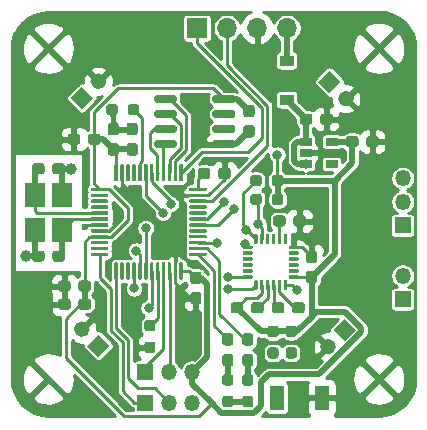
<source format=gbr>
%TF.GenerationSoftware,KiCad,Pcbnew,(5.1.7)-1*%
%TF.CreationDate,2020-10-30T21:16:44-07:00*%
%TF.ProjectId,Drone,44726f6e-652e-46b6-9963-61645f706362,rev?*%
%TF.SameCoordinates,Original*%
%TF.FileFunction,Copper,L1,Top*%
%TF.FilePolarity,Positive*%
%FSLAX46Y46*%
G04 Gerber Fmt 4.6, Leading zero omitted, Abs format (unit mm)*
G04 Created by KiCad (PCBNEW (5.1.7)-1) date 2020-10-30 21:16:44*
%MOMM*%
%LPD*%
G01*
G04 APERTURE LIST*
%TA.AperFunction,ComponentPad*%
%ADD10O,1.700000X1.700000*%
%TD*%
%TA.AperFunction,ComponentPad*%
%ADD11R,1.700000X1.700000*%
%TD*%
%TA.AperFunction,ComponentPad*%
%ADD12O,1.350000X1.350000*%
%TD*%
%TA.AperFunction,ComponentPad*%
%ADD13R,1.350000X1.350000*%
%TD*%
%TA.AperFunction,ComponentPad*%
%ADD14C,0.100000*%
%TD*%
%TA.AperFunction,SMDPad,CuDef*%
%ADD15R,1.200000X0.900000*%
%TD*%
%TA.AperFunction,SMDPad,CuDef*%
%ADD16R,1.800000X2.100000*%
%TD*%
%TA.AperFunction,SMDPad,CuDef*%
%ADD17R,1.200000X2.150000*%
%TD*%
%TA.AperFunction,SMDPad,CuDef*%
%ADD18R,1.060000X0.650000*%
%TD*%
%TA.AperFunction,ViaPad*%
%ADD19C,0.800000*%
%TD*%
%TA.AperFunction,ViaPad*%
%ADD20C,1.000000*%
%TD*%
%TA.AperFunction,ViaPad*%
%ADD21C,0.600000*%
%TD*%
%TA.AperFunction,Conductor*%
%ADD22C,0.250000*%
%TD*%
%TA.AperFunction,Conductor*%
%ADD23C,0.500000*%
%TD*%
%TA.AperFunction,Conductor*%
%ADD24C,0.254000*%
%TD*%
%TA.AperFunction,Conductor*%
%ADD25C,0.100000*%
%TD*%
G04 APERTURE END LIST*
D10*
%TO.P,J1,2*%
%TO.N,SWDIO*%
X87640000Y-60800000D03*
D11*
%TO.P,J1,1*%
%TO.N,SWCLK*%
X85100000Y-60800000D03*
D10*
%TO.P,J1,3*%
%TO.N,GND*%
X90180000Y-60800000D03*
%TO.P,J1,4*%
%TO.N,+5V*%
X92720000Y-60800000D03*
%TD*%
D12*
%TO.P,J5,2*%
%TO.N,GYRO_AUX_SCL*%
X102500000Y-81750000D03*
D13*
%TO.P,J5,1*%
%TO.N,GYRO_AUX_SDA*%
X102500000Y-83750000D03*
%TD*%
D12*
%TO.P,J2,2*%
%TO.N,RX1*%
X102500000Y-75500000D03*
D13*
%TO.P,J2,1*%
%TO.N,TX1*%
X102500000Y-77500000D03*
D12*
%TO.P,J2,3*%
%TO.N,4V5*%
X102500000Y-73500000D03*
%TD*%
%TO.P,J4,2*%
%TO.N,RX2*%
X82700000Y-92500000D03*
D13*
%TO.P,J4,1*%
%TO.N,TX2*%
X80700000Y-92500000D03*
D12*
%TO.P,J4,3*%
%TO.N,GND*%
X84700000Y-92500000D03*
%TD*%
%TO.P,J3,2*%
%TO.N,RX3*%
X82700000Y-89900000D03*
D13*
%TO.P,J3,1*%
%TO.N,TX3*%
X80700000Y-89900000D03*
D12*
%TO.P,J3,3*%
%TO.N,+3.3VA*%
X84700000Y-89900000D03*
%TD*%
%TO.P,S4,2*%
%TO.N,GND*%
%TA.AperFunction,ComponentPad*%
G36*
G01*
X75813083Y-85808489D02*
X75813083Y-85808489D01*
G75*
G02*
X75813083Y-86763083I-477297J-477297D01*
G01*
X75813083Y-86763083D01*
G75*
G02*
X74858489Y-86763083I-477297J477297D01*
G01*
X74858489Y-86763083D01*
G75*
G02*
X74858489Y-85808489I477297J477297D01*
G01*
X74858489Y-85808489D01*
G75*
G02*
X75813083Y-85808489I477297J-477297D01*
G01*
G37*
%TD.AperFunction*%
%TA.AperFunction,ComponentPad*%
D14*
%TO.P,S4,1*%
%TO.N,MOTOR4_Signal*%
G36*
X76750000Y-86745406D02*
G01*
X77704594Y-87700000D01*
X76750000Y-88654594D01*
X75795406Y-87700000D01*
X76750000Y-86745406D01*
G37*
%TD.AperFunction*%
%TD*%
%TO.P,S3,2*%
%TO.N,GND*%
%TA.AperFunction,ComponentPad*%
G36*
G01*
X77227297Y-65777297D02*
X77227297Y-65777297D01*
G75*
G02*
X76272703Y-65777297I-477297J477297D01*
G01*
X76272703Y-65777297D01*
G75*
G02*
X76272703Y-64822703I477297J477297D01*
G01*
X76272703Y-64822703D01*
G75*
G02*
X77227297Y-64822703I477297J-477297D01*
G01*
X77227297Y-64822703D01*
G75*
G02*
X77227297Y-65777297I-477297J-477297D01*
G01*
G37*
%TD.AperFunction*%
%TA.AperFunction,ComponentPad*%
%TO.P,S3,1*%
%TO.N,MOTOR3_Signal*%
G36*
X76290380Y-66714214D02*
G01*
X75335786Y-67668808D01*
X74381192Y-66714214D01*
X75335786Y-65759620D01*
X76290380Y-66714214D01*
G37*
%TD.AperFunction*%
%TD*%
%TO.P,S2,2*%
%TO.N,GND*%
%TA.AperFunction,ComponentPad*%
G36*
G01*
X97236917Y-67241511D02*
X97236917Y-67241511D01*
G75*
G02*
X97236917Y-66286917I477297J477297D01*
G01*
X97236917Y-66286917D01*
G75*
G02*
X98191511Y-66286917I477297J-477297D01*
G01*
X98191511Y-66286917D01*
G75*
G02*
X98191511Y-67241511I-477297J-477297D01*
G01*
X98191511Y-67241511D01*
G75*
G02*
X97236917Y-67241511I-477297J477297D01*
G01*
G37*
%TD.AperFunction*%
%TA.AperFunction,ComponentPad*%
%TO.P,S2,1*%
%TO.N,MOTOR2_Signal*%
G36*
X96300000Y-66304594D02*
G01*
X95345406Y-65350000D01*
X96300000Y-64395406D01*
X97254594Y-65350000D01*
X96300000Y-66304594D01*
G37*
%TD.AperFunction*%
%TD*%
%TO.P,S1,2*%
%TO.N,GND*%
%TA.AperFunction,ComponentPad*%
G36*
G01*
X95708489Y-87286917D02*
X95708489Y-87286917D01*
G75*
G02*
X96663083Y-87286917I477297J-477297D01*
G01*
X96663083Y-87286917D01*
G75*
G02*
X96663083Y-88241511I-477297J-477297D01*
G01*
X96663083Y-88241511D01*
G75*
G02*
X95708489Y-88241511I-477297J477297D01*
G01*
X95708489Y-88241511D01*
G75*
G02*
X95708489Y-87286917I477297J477297D01*
G01*
G37*
%TD.AperFunction*%
%TA.AperFunction,ComponentPad*%
%TO.P,S1,1*%
%TO.N,MOTOR1_Signal*%
G36*
X96645406Y-86350000D02*
G01*
X97600000Y-85395406D01*
X98554594Y-86350000D01*
X97600000Y-87304594D01*
X96645406Y-86350000D01*
G37*
%TD.AperFunction*%
%TD*%
D15*
%TO.P,D1,1*%
%TO.N,4V5*%
X92700000Y-66850000D03*
%TO.P,D1,2*%
%TO.N,+5V*%
X92700000Y-63550000D03*
%TD*%
%TO.P,C15,2*%
%TO.N,GND*%
%TA.AperFunction,SMDPad,CuDef*%
G36*
G01*
X93150000Y-84712500D02*
X93150000Y-84237500D01*
G75*
G02*
X93387500Y-84000000I237500J0D01*
G01*
X93987500Y-84000000D01*
G75*
G02*
X94225000Y-84237500I0J-237500D01*
G01*
X94225000Y-84712500D01*
G75*
G02*
X93987500Y-84950000I-237500J0D01*
G01*
X93387500Y-84950000D01*
G75*
G02*
X93150000Y-84712500I0J237500D01*
G01*
G37*
%TD.AperFunction*%
%TO.P,C15,1*%
%TO.N,Net-(C15-Pad1)*%
%TA.AperFunction,SMDPad,CuDef*%
G36*
G01*
X91425000Y-84712500D02*
X91425000Y-84237500D01*
G75*
G02*
X91662500Y-84000000I237500J0D01*
G01*
X92262500Y-84000000D01*
G75*
G02*
X92500000Y-84237500I0J-237500D01*
G01*
X92500000Y-84712500D01*
G75*
G02*
X92262500Y-84950000I-237500J0D01*
G01*
X91662500Y-84950000D01*
G75*
G02*
X91425000Y-84712500I0J237500D01*
G01*
G37*
%TD.AperFunction*%
%TD*%
%TO.P,D2,1*%
%TO.N,Net-(D2-Pad1)*%
%TA.AperFunction,SMDPad,CuDef*%
G36*
G01*
X87937500Y-89425000D02*
X87462500Y-89425000D01*
G75*
G02*
X87225000Y-89187500I0J237500D01*
G01*
X87225000Y-88612500D01*
G75*
G02*
X87462500Y-88375000I237500J0D01*
G01*
X87937500Y-88375000D01*
G75*
G02*
X88175000Y-88612500I0J-237500D01*
G01*
X88175000Y-89187500D01*
G75*
G02*
X87937500Y-89425000I-237500J0D01*
G01*
G37*
%TD.AperFunction*%
%TO.P,D2,2*%
%TO.N,Net-(D2-Pad2)*%
%TA.AperFunction,SMDPad,CuDef*%
G36*
G01*
X87937500Y-87675000D02*
X87462500Y-87675000D01*
G75*
G02*
X87225000Y-87437500I0J237500D01*
G01*
X87225000Y-86862500D01*
G75*
G02*
X87462500Y-86625000I237500J0D01*
G01*
X87937500Y-86625000D01*
G75*
G02*
X88175000Y-86862500I0J-237500D01*
G01*
X88175000Y-87437500D01*
G75*
G02*
X87937500Y-87675000I-237500J0D01*
G01*
G37*
%TD.AperFunction*%
%TD*%
%TO.P,D3,2*%
%TO.N,Net-(D3-Pad2)*%
%TA.AperFunction,SMDPad,CuDef*%
G36*
G01*
X89637500Y-87675000D02*
X89162500Y-87675000D01*
G75*
G02*
X88925000Y-87437500I0J237500D01*
G01*
X88925000Y-86862500D01*
G75*
G02*
X89162500Y-86625000I237500J0D01*
G01*
X89637500Y-86625000D01*
G75*
G02*
X89875000Y-86862500I0J-237500D01*
G01*
X89875000Y-87437500D01*
G75*
G02*
X89637500Y-87675000I-237500J0D01*
G01*
G37*
%TD.AperFunction*%
%TO.P,D3,1*%
%TO.N,Net-(D3-Pad1)*%
%TA.AperFunction,SMDPad,CuDef*%
G36*
G01*
X89637500Y-89425000D02*
X89162500Y-89425000D01*
G75*
G02*
X88925000Y-89187500I0J237500D01*
G01*
X88925000Y-88612500D01*
G75*
G02*
X89162500Y-88375000I237500J0D01*
G01*
X89637500Y-88375000D01*
G75*
G02*
X89875000Y-88612500I0J-237500D01*
G01*
X89875000Y-89187500D01*
G75*
G02*
X89637500Y-89425000I-237500J0D01*
G01*
G37*
%TD.AperFunction*%
%TD*%
D16*
%TO.P,Y1,1*%
%TO.N,HSE_IN*%
X71370000Y-74950000D03*
%TO.P,Y1,2*%
%TO.N,GND*%
X71370000Y-77850000D03*
%TO.P,Y1,3*%
%TO.N,HSE_OUT*%
X73670000Y-77850000D03*
%TO.P,Y1,4*%
%TO.N,GND*%
X73670000Y-74950000D03*
%TD*%
%TO.P,R1,1*%
%TO.N,BOOT0*%
%TA.AperFunction,SMDPad,CuDef*%
G36*
G01*
X80212500Y-67462500D02*
X80212500Y-67937500D01*
G75*
G02*
X79975000Y-68175000I-237500J0D01*
G01*
X79475000Y-68175000D01*
G75*
G02*
X79237500Y-67937500I0J237500D01*
G01*
X79237500Y-67462500D01*
G75*
G02*
X79475000Y-67225000I237500J0D01*
G01*
X79975000Y-67225000D01*
G75*
G02*
X80212500Y-67462500I0J-237500D01*
G01*
G37*
%TD.AperFunction*%
%TO.P,R1,2*%
%TO.N,GND*%
%TA.AperFunction,SMDPad,CuDef*%
G36*
G01*
X78387500Y-67462500D02*
X78387500Y-67937500D01*
G75*
G02*
X78150000Y-68175000I-237500J0D01*
G01*
X77650000Y-68175000D01*
G75*
G02*
X77412500Y-67937500I0J237500D01*
G01*
X77412500Y-67462500D01*
G75*
G02*
X77650000Y-67225000I237500J0D01*
G01*
X78150000Y-67225000D01*
G75*
G02*
X78387500Y-67462500I0J-237500D01*
G01*
G37*
%TD.AperFunction*%
%TD*%
%TO.P,R2,1*%
%TO.N,BOOT1*%
%TA.AperFunction,SMDPad,CuDef*%
G36*
G01*
X80862500Y-85500000D02*
X81337500Y-85500000D01*
G75*
G02*
X81575000Y-85737500I0J-237500D01*
G01*
X81575000Y-86237500D01*
G75*
G02*
X81337500Y-86475000I-237500J0D01*
G01*
X80862500Y-86475000D01*
G75*
G02*
X80625000Y-86237500I0J237500D01*
G01*
X80625000Y-85737500D01*
G75*
G02*
X80862500Y-85500000I237500J0D01*
G01*
G37*
%TD.AperFunction*%
%TO.P,R2,2*%
%TO.N,GND*%
%TA.AperFunction,SMDPad,CuDef*%
G36*
G01*
X80862500Y-87325000D02*
X81337500Y-87325000D01*
G75*
G02*
X81575000Y-87562500I0J-237500D01*
G01*
X81575000Y-88062500D01*
G75*
G02*
X81337500Y-88300000I-237500J0D01*
G01*
X80862500Y-88300000D01*
G75*
G02*
X80625000Y-88062500I0J237500D01*
G01*
X80625000Y-87562500D01*
G75*
G02*
X80862500Y-87325000I237500J0D01*
G01*
G37*
%TD.AperFunction*%
%TD*%
%TO.P,R3,2*%
%TO.N,SCL1*%
%TA.AperFunction,SMDPad,CuDef*%
G36*
G01*
X90587500Y-75062500D02*
X90587500Y-75537500D01*
G75*
G02*
X90350000Y-75775000I-237500J0D01*
G01*
X89850000Y-75775000D01*
G75*
G02*
X89612500Y-75537500I0J237500D01*
G01*
X89612500Y-75062500D01*
G75*
G02*
X89850000Y-74825000I237500J0D01*
G01*
X90350000Y-74825000D01*
G75*
G02*
X90587500Y-75062500I0J-237500D01*
G01*
G37*
%TD.AperFunction*%
%TO.P,R3,1*%
%TO.N,+3.3VA*%
%TA.AperFunction,SMDPad,CuDef*%
G36*
G01*
X92412500Y-75062500D02*
X92412500Y-75537500D01*
G75*
G02*
X92175000Y-75775000I-237500J0D01*
G01*
X91675000Y-75775000D01*
G75*
G02*
X91437500Y-75537500I0J237500D01*
G01*
X91437500Y-75062500D01*
G75*
G02*
X91675000Y-74825000I237500J0D01*
G01*
X92175000Y-74825000D01*
G75*
G02*
X92412500Y-75062500I0J-237500D01*
G01*
G37*
%TD.AperFunction*%
%TD*%
%TO.P,R4,1*%
%TO.N,+3.3VA*%
%TA.AperFunction,SMDPad,CuDef*%
G36*
G01*
X92400000Y-73462500D02*
X92400000Y-73937500D01*
G75*
G02*
X92162500Y-74175000I-237500J0D01*
G01*
X91662500Y-74175000D01*
G75*
G02*
X91425000Y-73937500I0J237500D01*
G01*
X91425000Y-73462500D01*
G75*
G02*
X91662500Y-73225000I237500J0D01*
G01*
X92162500Y-73225000D01*
G75*
G02*
X92400000Y-73462500I0J-237500D01*
G01*
G37*
%TD.AperFunction*%
%TO.P,R4,2*%
%TO.N,SDA1*%
%TA.AperFunction,SMDPad,CuDef*%
G36*
G01*
X90575000Y-73462500D02*
X90575000Y-73937500D01*
G75*
G02*
X90337500Y-74175000I-237500J0D01*
G01*
X89837500Y-74175000D01*
G75*
G02*
X89600000Y-73937500I0J237500D01*
G01*
X89600000Y-73462500D01*
G75*
G02*
X89837500Y-73225000I237500J0D01*
G01*
X90337500Y-73225000D01*
G75*
G02*
X90575000Y-73462500I0J-237500D01*
G01*
G37*
%TD.AperFunction*%
%TD*%
%TO.P,R5,2*%
%TO.N,GYRO_AUX_SDA*%
%TA.AperFunction,SMDPad,CuDef*%
G36*
G01*
X92837500Y-87800000D02*
X93312500Y-87800000D01*
G75*
G02*
X93550000Y-88037500I0J-237500D01*
G01*
X93550000Y-88537500D01*
G75*
G02*
X93312500Y-88775000I-237500J0D01*
G01*
X92837500Y-88775000D01*
G75*
G02*
X92600000Y-88537500I0J237500D01*
G01*
X92600000Y-88037500D01*
G75*
G02*
X92837500Y-87800000I237500J0D01*
G01*
G37*
%TD.AperFunction*%
%TO.P,R5,1*%
%TO.N,+3.3VA*%
%TA.AperFunction,SMDPad,CuDef*%
G36*
G01*
X92837500Y-85975000D02*
X93312500Y-85975000D01*
G75*
G02*
X93550000Y-86212500I0J-237500D01*
G01*
X93550000Y-86712500D01*
G75*
G02*
X93312500Y-86950000I-237500J0D01*
G01*
X92837500Y-86950000D01*
G75*
G02*
X92600000Y-86712500I0J237500D01*
G01*
X92600000Y-86212500D01*
G75*
G02*
X92837500Y-85975000I237500J0D01*
G01*
G37*
%TD.AperFunction*%
%TD*%
%TO.P,R6,2*%
%TO.N,GYRO_AUX_SCL*%
%TA.AperFunction,SMDPad,CuDef*%
G36*
G01*
X91292499Y-87810001D02*
X91767499Y-87810001D01*
G75*
G02*
X92004999Y-88047501I0J-237500D01*
G01*
X92004999Y-88547501D01*
G75*
G02*
X91767499Y-88785001I-237500J0D01*
G01*
X91292499Y-88785001D01*
G75*
G02*
X91054999Y-88547501I0J237500D01*
G01*
X91054999Y-88047501D01*
G75*
G02*
X91292499Y-87810001I237500J0D01*
G01*
G37*
%TD.AperFunction*%
%TO.P,R6,1*%
%TO.N,+3.3VA*%
%TA.AperFunction,SMDPad,CuDef*%
G36*
G01*
X91292499Y-85985001D02*
X91767499Y-85985001D01*
G75*
G02*
X92004999Y-86222501I0J-237500D01*
G01*
X92004999Y-86722501D01*
G75*
G02*
X91767499Y-86960001I-237500J0D01*
G01*
X91292499Y-86960001D01*
G75*
G02*
X91054999Y-86722501I0J237500D01*
G01*
X91054999Y-86222501D01*
G75*
G02*
X91292499Y-85985001I237500J0D01*
G01*
G37*
%TD.AperFunction*%
%TD*%
%TO.P,R7,2*%
%TO.N,GND*%
%TA.AperFunction,SMDPad,CuDef*%
G36*
G01*
X87462500Y-91912500D02*
X87937500Y-91912500D01*
G75*
G02*
X88175000Y-92150000I0J-237500D01*
G01*
X88175000Y-92650000D01*
G75*
G02*
X87937500Y-92887500I-237500J0D01*
G01*
X87462500Y-92887500D01*
G75*
G02*
X87225000Y-92650000I0J237500D01*
G01*
X87225000Y-92150000D01*
G75*
G02*
X87462500Y-91912500I237500J0D01*
G01*
G37*
%TD.AperFunction*%
%TO.P,R7,1*%
%TO.N,Net-(D2-Pad1)*%
%TA.AperFunction,SMDPad,CuDef*%
G36*
G01*
X87462500Y-90087500D02*
X87937500Y-90087500D01*
G75*
G02*
X88175000Y-90325000I0J-237500D01*
G01*
X88175000Y-90825000D01*
G75*
G02*
X87937500Y-91062500I-237500J0D01*
G01*
X87462500Y-91062500D01*
G75*
G02*
X87225000Y-90825000I0J237500D01*
G01*
X87225000Y-90325000D01*
G75*
G02*
X87462500Y-90087500I237500J0D01*
G01*
G37*
%TD.AperFunction*%
%TD*%
%TO.P,R8,1*%
%TO.N,Net-(D3-Pad1)*%
%TA.AperFunction,SMDPad,CuDef*%
G36*
G01*
X89162500Y-90100000D02*
X89637500Y-90100000D01*
G75*
G02*
X89875000Y-90337500I0J-237500D01*
G01*
X89875000Y-90837500D01*
G75*
G02*
X89637500Y-91075000I-237500J0D01*
G01*
X89162500Y-91075000D01*
G75*
G02*
X88925000Y-90837500I0J237500D01*
G01*
X88925000Y-90337500D01*
G75*
G02*
X89162500Y-90100000I237500J0D01*
G01*
G37*
%TD.AperFunction*%
%TO.P,R8,2*%
%TO.N,GND*%
%TA.AperFunction,SMDPad,CuDef*%
G36*
G01*
X89162500Y-91925000D02*
X89637500Y-91925000D01*
G75*
G02*
X89875000Y-92162500I0J-237500D01*
G01*
X89875000Y-92662500D01*
G75*
G02*
X89637500Y-92900000I-237500J0D01*
G01*
X89162500Y-92900000D01*
G75*
G02*
X88925000Y-92662500I0J237500D01*
G01*
X88925000Y-92162500D01*
G75*
G02*
X89162500Y-91925000I237500J0D01*
G01*
G37*
%TD.AperFunction*%
%TD*%
D17*
%TO.P,SW1,2*%
%TO.N,NRST*%
X91875000Y-92100000D03*
%TO.P,SW1,1*%
%TO.N,GND*%
X95675000Y-92100000D03*
%TD*%
D18*
%TO.P,U1,1*%
%TO.N,4V5*%
X94300000Y-70400000D03*
%TO.P,U1,2*%
%TO.N,GND*%
X94300000Y-71350000D03*
%TO.P,U1,3*%
%TO.N,4V5*%
X94300000Y-72300000D03*
%TO.P,U1,4*%
%TO.N,Net-(U1-Pad4)*%
X96500000Y-72300000D03*
%TO.P,U1,5*%
%TO.N,+3.3VA*%
X96500000Y-70400000D03*
%TD*%
%TO.P,U2,1*%
%TO.N,CS1*%
%TA.AperFunction,SMDPad,CuDef*%
G36*
G01*
X81450000Y-66945000D02*
X81450000Y-66645000D01*
G75*
G02*
X81600000Y-66495000I150000J0D01*
G01*
X83250000Y-66495000D01*
G75*
G02*
X83400000Y-66645000I0J-150000D01*
G01*
X83400000Y-66945000D01*
G75*
G02*
X83250000Y-67095000I-150000J0D01*
G01*
X81600000Y-67095000D01*
G75*
G02*
X81450000Y-66945000I0J150000D01*
G01*
G37*
%TD.AperFunction*%
%TO.P,U2,2*%
%TO.N,SCK1*%
%TA.AperFunction,SMDPad,CuDef*%
G36*
G01*
X81450000Y-68215000D02*
X81450000Y-67915000D01*
G75*
G02*
X81600000Y-67765000I150000J0D01*
G01*
X83250000Y-67765000D01*
G75*
G02*
X83400000Y-67915000I0J-150000D01*
G01*
X83400000Y-68215000D01*
G75*
G02*
X83250000Y-68365000I-150000J0D01*
G01*
X81600000Y-68365000D01*
G75*
G02*
X81450000Y-68215000I0J150000D01*
G01*
G37*
%TD.AperFunction*%
%TO.P,U2,3*%
%TO.N,MOSI1*%
%TA.AperFunction,SMDPad,CuDef*%
G36*
G01*
X81450000Y-69485000D02*
X81450000Y-69185000D01*
G75*
G02*
X81600000Y-69035000I150000J0D01*
G01*
X83250000Y-69035000D01*
G75*
G02*
X83400000Y-69185000I0J-150000D01*
G01*
X83400000Y-69485000D01*
G75*
G02*
X83250000Y-69635000I-150000J0D01*
G01*
X81600000Y-69635000D01*
G75*
G02*
X81450000Y-69485000I0J150000D01*
G01*
G37*
%TD.AperFunction*%
%TO.P,U2,4*%
%TO.N,MISO1*%
%TA.AperFunction,SMDPad,CuDef*%
G36*
G01*
X81450000Y-70755000D02*
X81450000Y-70455000D01*
G75*
G02*
X81600000Y-70305000I150000J0D01*
G01*
X83250000Y-70305000D01*
G75*
G02*
X83400000Y-70455000I0J-150000D01*
G01*
X83400000Y-70755000D01*
G75*
G02*
X83250000Y-70905000I-150000J0D01*
G01*
X81600000Y-70905000D01*
G75*
G02*
X81450000Y-70755000I0J150000D01*
G01*
G37*
%TD.AperFunction*%
%TO.P,U2,5*%
%TO.N,GND*%
%TA.AperFunction,SMDPad,CuDef*%
G36*
G01*
X86400000Y-70755000D02*
X86400000Y-70455000D01*
G75*
G02*
X86550000Y-70305000I150000J0D01*
G01*
X88200000Y-70305000D01*
G75*
G02*
X88350000Y-70455000I0J-150000D01*
G01*
X88350000Y-70755000D01*
G75*
G02*
X88200000Y-70905000I-150000J0D01*
G01*
X86550000Y-70905000D01*
G75*
G02*
X86400000Y-70755000I0J150000D01*
G01*
G37*
%TD.AperFunction*%
%TO.P,U2,6*%
%TO.N,Net-(U2-Pad6)*%
%TA.AperFunction,SMDPad,CuDef*%
G36*
G01*
X86400000Y-69485000D02*
X86400000Y-69185000D01*
G75*
G02*
X86550000Y-69035000I150000J0D01*
G01*
X88200000Y-69035000D01*
G75*
G02*
X88350000Y-69185000I0J-150000D01*
G01*
X88350000Y-69485000D01*
G75*
G02*
X88200000Y-69635000I-150000J0D01*
G01*
X86550000Y-69635000D01*
G75*
G02*
X86400000Y-69485000I0J150000D01*
G01*
G37*
%TD.AperFunction*%
%TO.P,U2,7*%
%TO.N,Net-(U2-Pad7)*%
%TA.AperFunction,SMDPad,CuDef*%
G36*
G01*
X86400000Y-68215000D02*
X86400000Y-67915000D01*
G75*
G02*
X86550000Y-67765000I150000J0D01*
G01*
X88200000Y-67765000D01*
G75*
G02*
X88350000Y-67915000I0J-150000D01*
G01*
X88350000Y-68215000D01*
G75*
G02*
X88200000Y-68365000I-150000J0D01*
G01*
X86550000Y-68365000D01*
G75*
G02*
X86400000Y-68215000I0J150000D01*
G01*
G37*
%TD.AperFunction*%
%TO.P,U2,8*%
%TO.N,+3.3VA*%
%TA.AperFunction,SMDPad,CuDef*%
G36*
G01*
X86400000Y-66945000D02*
X86400000Y-66645000D01*
G75*
G02*
X86550000Y-66495000I150000J0D01*
G01*
X88200000Y-66495000D01*
G75*
G02*
X88350000Y-66645000I0J-150000D01*
G01*
X88350000Y-66945000D01*
G75*
G02*
X88200000Y-67095000I-150000J0D01*
G01*
X86550000Y-67095000D01*
G75*
G02*
X86400000Y-66945000I0J150000D01*
G01*
G37*
%TD.AperFunction*%
%TD*%
%TO.P,U4,1*%
%TO.N,GND*%
%TA.AperFunction,SMDPad,CuDef*%
G36*
G01*
X88950000Y-79425000D02*
X88950000Y-79275000D01*
G75*
G02*
X89025000Y-79200000I75000J0D01*
G01*
X89725000Y-79200000D01*
G75*
G02*
X89800000Y-79275000I0J-75000D01*
G01*
X89800000Y-79425000D01*
G75*
G02*
X89725000Y-79500000I-75000J0D01*
G01*
X89025000Y-79500000D01*
G75*
G02*
X88950000Y-79425000I0J75000D01*
G01*
G37*
%TD.AperFunction*%
%TO.P,U4,2*%
%TO.N,N/C*%
%TA.AperFunction,SMDPad,CuDef*%
G36*
G01*
X88950000Y-79925000D02*
X88950000Y-79775000D01*
G75*
G02*
X89025000Y-79700000I75000J0D01*
G01*
X89725000Y-79700000D01*
G75*
G02*
X89800000Y-79775000I0J-75000D01*
G01*
X89800000Y-79925000D01*
G75*
G02*
X89725000Y-80000000I-75000J0D01*
G01*
X89025000Y-80000000D01*
G75*
G02*
X88950000Y-79925000I0J75000D01*
G01*
G37*
%TD.AperFunction*%
%TO.P,U4,3*%
%TA.AperFunction,SMDPad,CuDef*%
G36*
G01*
X88950000Y-80425000D02*
X88950000Y-80275000D01*
G75*
G02*
X89025000Y-80200000I75000J0D01*
G01*
X89725000Y-80200000D01*
G75*
G02*
X89800000Y-80275000I0J-75000D01*
G01*
X89800000Y-80425000D01*
G75*
G02*
X89725000Y-80500000I-75000J0D01*
G01*
X89025000Y-80500000D01*
G75*
G02*
X88950000Y-80425000I0J75000D01*
G01*
G37*
%TD.AperFunction*%
%TO.P,U4,4*%
%TA.AperFunction,SMDPad,CuDef*%
G36*
G01*
X88950000Y-80925000D02*
X88950000Y-80775000D01*
G75*
G02*
X89025000Y-80700000I75000J0D01*
G01*
X89725000Y-80700000D01*
G75*
G02*
X89800000Y-80775000I0J-75000D01*
G01*
X89800000Y-80925000D01*
G75*
G02*
X89725000Y-81000000I-75000J0D01*
G01*
X89025000Y-81000000D01*
G75*
G02*
X88950000Y-80925000I0J75000D01*
G01*
G37*
%TD.AperFunction*%
%TO.P,U4,5*%
%TA.AperFunction,SMDPad,CuDef*%
G36*
G01*
X88950000Y-81425000D02*
X88950000Y-81275000D01*
G75*
G02*
X89025000Y-81200000I75000J0D01*
G01*
X89725000Y-81200000D01*
G75*
G02*
X89800000Y-81275000I0J-75000D01*
G01*
X89800000Y-81425000D01*
G75*
G02*
X89725000Y-81500000I-75000J0D01*
G01*
X89025000Y-81500000D01*
G75*
G02*
X88950000Y-81425000I0J75000D01*
G01*
G37*
%TD.AperFunction*%
%TO.P,U4,6*%
%TO.N,GYRO_AUX_SDA*%
%TA.AperFunction,SMDPad,CuDef*%
G36*
G01*
X88950000Y-81925000D02*
X88950000Y-81775000D01*
G75*
G02*
X89025000Y-81700000I75000J0D01*
G01*
X89725000Y-81700000D01*
G75*
G02*
X89800000Y-81775000I0J-75000D01*
G01*
X89800000Y-81925000D01*
G75*
G02*
X89725000Y-82000000I-75000J0D01*
G01*
X89025000Y-82000000D01*
G75*
G02*
X88950000Y-81925000I0J75000D01*
G01*
G37*
%TD.AperFunction*%
%TO.P,U4,7*%
%TO.N,GYRO_AUX_SCL*%
%TA.AperFunction,SMDPad,CuDef*%
G36*
G01*
X90150000Y-82975000D02*
X90000000Y-82975000D01*
G75*
G02*
X89925000Y-82900000I0J75000D01*
G01*
X89925000Y-82200000D01*
G75*
G02*
X90000000Y-82125000I75000J0D01*
G01*
X90150000Y-82125000D01*
G75*
G02*
X90225000Y-82200000I0J-75000D01*
G01*
X90225000Y-82900000D01*
G75*
G02*
X90150000Y-82975000I-75000J0D01*
G01*
G37*
%TD.AperFunction*%
%TO.P,U4,8*%
%TO.N,+3.3VA*%
%TA.AperFunction,SMDPad,CuDef*%
G36*
G01*
X90650000Y-82975000D02*
X90500000Y-82975000D01*
G75*
G02*
X90425000Y-82900000I0J75000D01*
G01*
X90425000Y-82200000D01*
G75*
G02*
X90500000Y-82125000I75000J0D01*
G01*
X90650000Y-82125000D01*
G75*
G02*
X90725000Y-82200000I0J-75000D01*
G01*
X90725000Y-82900000D01*
G75*
G02*
X90650000Y-82975000I-75000J0D01*
G01*
G37*
%TD.AperFunction*%
%TO.P,U4,9*%
%TO.N,GND*%
%TA.AperFunction,SMDPad,CuDef*%
G36*
G01*
X91150000Y-82975000D02*
X91000000Y-82975000D01*
G75*
G02*
X90925000Y-82900000I0J75000D01*
G01*
X90925000Y-82200000D01*
G75*
G02*
X91000000Y-82125000I75000J0D01*
G01*
X91150000Y-82125000D01*
G75*
G02*
X91225000Y-82200000I0J-75000D01*
G01*
X91225000Y-82900000D01*
G75*
G02*
X91150000Y-82975000I-75000J0D01*
G01*
G37*
%TD.AperFunction*%
%TO.P,U4,10*%
%TO.N,Net-(C15-Pad1)*%
%TA.AperFunction,SMDPad,CuDef*%
G36*
G01*
X91650000Y-82975000D02*
X91500000Y-82975000D01*
G75*
G02*
X91425000Y-82900000I0J75000D01*
G01*
X91425000Y-82200000D01*
G75*
G02*
X91500000Y-82125000I75000J0D01*
G01*
X91650000Y-82125000D01*
G75*
G02*
X91725000Y-82200000I0J-75000D01*
G01*
X91725000Y-82900000D01*
G75*
G02*
X91650000Y-82975000I-75000J0D01*
G01*
G37*
%TD.AperFunction*%
%TO.P,U4,11*%
%TO.N,GND*%
%TA.AperFunction,SMDPad,CuDef*%
G36*
G01*
X92150000Y-82975000D02*
X92000000Y-82975000D01*
G75*
G02*
X91925000Y-82900000I0J75000D01*
G01*
X91925000Y-82200000D01*
G75*
G02*
X92000000Y-82125000I75000J0D01*
G01*
X92150000Y-82125000D01*
G75*
G02*
X92225000Y-82200000I0J-75000D01*
G01*
X92225000Y-82900000D01*
G75*
G02*
X92150000Y-82975000I-75000J0D01*
G01*
G37*
%TD.AperFunction*%
%TO.P,U4,12*%
%TO.N,GYRO_INT*%
%TA.AperFunction,SMDPad,CuDef*%
G36*
G01*
X92650000Y-82975000D02*
X92500000Y-82975000D01*
G75*
G02*
X92425000Y-82900000I0J75000D01*
G01*
X92425000Y-82200000D01*
G75*
G02*
X92500000Y-82125000I75000J0D01*
G01*
X92650000Y-82125000D01*
G75*
G02*
X92725000Y-82200000I0J-75000D01*
G01*
X92725000Y-82900000D01*
G75*
G02*
X92650000Y-82975000I-75000J0D01*
G01*
G37*
%TD.AperFunction*%
%TO.P,U4,13*%
%TO.N,+3.3VA*%
%TA.AperFunction,SMDPad,CuDef*%
G36*
G01*
X92850000Y-81925000D02*
X92850000Y-81775000D01*
G75*
G02*
X92925000Y-81700000I75000J0D01*
G01*
X93625000Y-81700000D01*
G75*
G02*
X93700000Y-81775000I0J-75000D01*
G01*
X93700000Y-81925000D01*
G75*
G02*
X93625000Y-82000000I-75000J0D01*
G01*
X92925000Y-82000000D01*
G75*
G02*
X92850000Y-81925000I0J75000D01*
G01*
G37*
%TD.AperFunction*%
%TO.P,U4,14*%
%TO.N,N/C*%
%TA.AperFunction,SMDPad,CuDef*%
G36*
G01*
X92850000Y-81425000D02*
X92850000Y-81275000D01*
G75*
G02*
X92925000Y-81200000I75000J0D01*
G01*
X93625000Y-81200000D01*
G75*
G02*
X93700000Y-81275000I0J-75000D01*
G01*
X93700000Y-81425000D01*
G75*
G02*
X93625000Y-81500000I-75000J0D01*
G01*
X92925000Y-81500000D01*
G75*
G02*
X92850000Y-81425000I0J75000D01*
G01*
G37*
%TD.AperFunction*%
%TO.P,U4,15*%
%TA.AperFunction,SMDPad,CuDef*%
G36*
G01*
X92850000Y-80925000D02*
X92850000Y-80775000D01*
G75*
G02*
X92925000Y-80700000I75000J0D01*
G01*
X93625000Y-80700000D01*
G75*
G02*
X93700000Y-80775000I0J-75000D01*
G01*
X93700000Y-80925000D01*
G75*
G02*
X93625000Y-81000000I-75000J0D01*
G01*
X92925000Y-81000000D01*
G75*
G02*
X92850000Y-80925000I0J75000D01*
G01*
G37*
%TD.AperFunction*%
%TO.P,U4,16*%
%TA.AperFunction,SMDPad,CuDef*%
G36*
G01*
X92850000Y-80425000D02*
X92850000Y-80275000D01*
G75*
G02*
X92925000Y-80200000I75000J0D01*
G01*
X93625000Y-80200000D01*
G75*
G02*
X93700000Y-80275000I0J-75000D01*
G01*
X93700000Y-80425000D01*
G75*
G02*
X93625000Y-80500000I-75000J0D01*
G01*
X92925000Y-80500000D01*
G75*
G02*
X92850000Y-80425000I0J75000D01*
G01*
G37*
%TD.AperFunction*%
%TO.P,U4,17*%
%TA.AperFunction,SMDPad,CuDef*%
G36*
G01*
X92850000Y-79925000D02*
X92850000Y-79775000D01*
G75*
G02*
X92925000Y-79700000I75000J0D01*
G01*
X93625000Y-79700000D01*
G75*
G02*
X93700000Y-79775000I0J-75000D01*
G01*
X93700000Y-79925000D01*
G75*
G02*
X93625000Y-80000000I-75000J0D01*
G01*
X92925000Y-80000000D01*
G75*
G02*
X92850000Y-79925000I0J75000D01*
G01*
G37*
%TD.AperFunction*%
%TO.P,U4,18*%
%TO.N,GND*%
%TA.AperFunction,SMDPad,CuDef*%
G36*
G01*
X92850000Y-79425000D02*
X92850000Y-79275000D01*
G75*
G02*
X92925000Y-79200000I75000J0D01*
G01*
X93625000Y-79200000D01*
G75*
G02*
X93700000Y-79275000I0J-75000D01*
G01*
X93700000Y-79425000D01*
G75*
G02*
X93625000Y-79500000I-75000J0D01*
G01*
X92925000Y-79500000D01*
G75*
G02*
X92850000Y-79425000I0J75000D01*
G01*
G37*
%TD.AperFunction*%
%TO.P,U4,19*%
%TO.N,N/C*%
%TA.AperFunction,SMDPad,CuDef*%
G36*
G01*
X92650000Y-79075000D02*
X92500000Y-79075000D01*
G75*
G02*
X92425000Y-79000000I0J75000D01*
G01*
X92425000Y-78300000D01*
G75*
G02*
X92500000Y-78225000I75000J0D01*
G01*
X92650000Y-78225000D01*
G75*
G02*
X92725000Y-78300000I0J-75000D01*
G01*
X92725000Y-79000000D01*
G75*
G02*
X92650000Y-79075000I-75000J0D01*
G01*
G37*
%TD.AperFunction*%
%TO.P,U4,20*%
%TO.N,Net-(C16-Pad1)*%
%TA.AperFunction,SMDPad,CuDef*%
G36*
G01*
X92150000Y-79075000D02*
X92000000Y-79075000D01*
G75*
G02*
X91925000Y-79000000I0J75000D01*
G01*
X91925000Y-78300000D01*
G75*
G02*
X92000000Y-78225000I75000J0D01*
G01*
X92150000Y-78225000D01*
G75*
G02*
X92225000Y-78300000I0J-75000D01*
G01*
X92225000Y-79000000D01*
G75*
G02*
X92150000Y-79075000I-75000J0D01*
G01*
G37*
%TD.AperFunction*%
%TO.P,U4,21*%
%TO.N,N/C*%
%TA.AperFunction,SMDPad,CuDef*%
G36*
G01*
X91650000Y-79075000D02*
X91500000Y-79075000D01*
G75*
G02*
X91425000Y-79000000I0J75000D01*
G01*
X91425000Y-78300000D01*
G75*
G02*
X91500000Y-78225000I75000J0D01*
G01*
X91650000Y-78225000D01*
G75*
G02*
X91725000Y-78300000I0J-75000D01*
G01*
X91725000Y-79000000D01*
G75*
G02*
X91650000Y-79075000I-75000J0D01*
G01*
G37*
%TD.AperFunction*%
%TO.P,U4,22*%
%TA.AperFunction,SMDPad,CuDef*%
G36*
G01*
X91150000Y-79075000D02*
X91000000Y-79075000D01*
G75*
G02*
X90925000Y-79000000I0J75000D01*
G01*
X90925000Y-78300000D01*
G75*
G02*
X91000000Y-78225000I75000J0D01*
G01*
X91150000Y-78225000D01*
G75*
G02*
X91225000Y-78300000I0J-75000D01*
G01*
X91225000Y-79000000D01*
G75*
G02*
X91150000Y-79075000I-75000J0D01*
G01*
G37*
%TD.AperFunction*%
%TO.P,U4,23*%
%TO.N,SCL1*%
%TA.AperFunction,SMDPad,CuDef*%
G36*
G01*
X90650000Y-79075000D02*
X90500000Y-79075000D01*
G75*
G02*
X90425000Y-79000000I0J75000D01*
G01*
X90425000Y-78300000D01*
G75*
G02*
X90500000Y-78225000I75000J0D01*
G01*
X90650000Y-78225000D01*
G75*
G02*
X90725000Y-78300000I0J-75000D01*
G01*
X90725000Y-79000000D01*
G75*
G02*
X90650000Y-79075000I-75000J0D01*
G01*
G37*
%TD.AperFunction*%
%TO.P,U4,24*%
%TO.N,SDA1*%
%TA.AperFunction,SMDPad,CuDef*%
G36*
G01*
X90150000Y-79075000D02*
X90000000Y-79075000D01*
G75*
G02*
X89925000Y-79000000I0J75000D01*
G01*
X89925000Y-78300000D01*
G75*
G02*
X90000000Y-78225000I75000J0D01*
G01*
X90150000Y-78225000D01*
G75*
G02*
X90225000Y-78300000I0J-75000D01*
G01*
X90225000Y-79000000D01*
G75*
G02*
X90150000Y-79075000I-75000J0D01*
G01*
G37*
%TD.AperFunction*%
%TD*%
%TO.P,C1,1*%
%TO.N,+3.3VA*%
%TA.AperFunction,SMDPad,CuDef*%
G36*
G01*
X76937500Y-69962500D02*
X76937500Y-70437500D01*
G75*
G02*
X76700000Y-70675000I-237500J0D01*
G01*
X76100000Y-70675000D01*
G75*
G02*
X75862500Y-70437500I0J237500D01*
G01*
X75862500Y-69962500D01*
G75*
G02*
X76100000Y-69725000I237500J0D01*
G01*
X76700000Y-69725000D01*
G75*
G02*
X76937500Y-69962500I0J-237500D01*
G01*
G37*
%TD.AperFunction*%
%TO.P,C1,2*%
%TO.N,GND*%
%TA.AperFunction,SMDPad,CuDef*%
G36*
G01*
X75212500Y-69962500D02*
X75212500Y-70437500D01*
G75*
G02*
X74975000Y-70675000I-237500J0D01*
G01*
X74375000Y-70675000D01*
G75*
G02*
X74137500Y-70437500I0J237500D01*
G01*
X74137500Y-69962500D01*
G75*
G02*
X74375000Y-69725000I237500J0D01*
G01*
X74975000Y-69725000D01*
G75*
G02*
X75212500Y-69962500I0J-237500D01*
G01*
G37*
%TD.AperFunction*%
%TD*%
%TO.P,C2,2*%
%TO.N,GND*%
%TA.AperFunction,SMDPad,CuDef*%
G36*
G01*
X84762500Y-83125000D02*
X85237500Y-83125000D01*
G75*
G02*
X85475000Y-83362500I0J-237500D01*
G01*
X85475000Y-83962500D01*
G75*
G02*
X85237500Y-84200000I-237500J0D01*
G01*
X84762500Y-84200000D01*
G75*
G02*
X84525000Y-83962500I0J237500D01*
G01*
X84525000Y-83362500D01*
G75*
G02*
X84762500Y-83125000I237500J0D01*
G01*
G37*
%TD.AperFunction*%
%TO.P,C2,1*%
%TO.N,+3.3VA*%
%TA.AperFunction,SMDPad,CuDef*%
G36*
G01*
X84762500Y-81400000D02*
X85237500Y-81400000D01*
G75*
G02*
X85475000Y-81637500I0J-237500D01*
G01*
X85475000Y-82237500D01*
G75*
G02*
X85237500Y-82475000I-237500J0D01*
G01*
X84762500Y-82475000D01*
G75*
G02*
X84525000Y-82237500I0J237500D01*
G01*
X84525000Y-81637500D01*
G75*
G02*
X84762500Y-81400000I237500J0D01*
G01*
G37*
%TD.AperFunction*%
%TD*%
%TO.P,C3,2*%
%TO.N,GND*%
%TA.AperFunction,SMDPad,CuDef*%
G36*
G01*
X86887500Y-73337500D02*
X86887500Y-72862500D01*
G75*
G02*
X87125000Y-72625000I237500J0D01*
G01*
X87725000Y-72625000D01*
G75*
G02*
X87962500Y-72862500I0J-237500D01*
G01*
X87962500Y-73337500D01*
G75*
G02*
X87725000Y-73575000I-237500J0D01*
G01*
X87125000Y-73575000D01*
G75*
G02*
X86887500Y-73337500I0J237500D01*
G01*
G37*
%TD.AperFunction*%
%TO.P,C3,1*%
%TO.N,+3.3VA*%
%TA.AperFunction,SMDPad,CuDef*%
G36*
G01*
X85162500Y-73337500D02*
X85162500Y-72862500D01*
G75*
G02*
X85400000Y-72625000I237500J0D01*
G01*
X86000000Y-72625000D01*
G75*
G02*
X86237500Y-72862500I0J-237500D01*
G01*
X86237500Y-73337500D01*
G75*
G02*
X86000000Y-73575000I-237500J0D01*
G01*
X85400000Y-73575000D01*
G75*
G02*
X85162500Y-73337500I0J237500D01*
G01*
G37*
%TD.AperFunction*%
%TD*%
%TO.P,C4,2*%
%TO.N,GND*%
%TA.AperFunction,SMDPad,CuDef*%
G36*
G01*
X78247500Y-69875000D02*
X77772500Y-69875000D01*
G75*
G02*
X77535000Y-69637500I0J237500D01*
G01*
X77535000Y-69037500D01*
G75*
G02*
X77772500Y-68800000I237500J0D01*
G01*
X78247500Y-68800000D01*
G75*
G02*
X78485000Y-69037500I0J-237500D01*
G01*
X78485000Y-69637500D01*
G75*
G02*
X78247500Y-69875000I-237500J0D01*
G01*
G37*
%TD.AperFunction*%
%TO.P,C4,1*%
%TO.N,+3.3VA*%
%TA.AperFunction,SMDPad,CuDef*%
G36*
G01*
X78247500Y-71600000D02*
X77772500Y-71600000D01*
G75*
G02*
X77535000Y-71362500I0J237500D01*
G01*
X77535000Y-70762500D01*
G75*
G02*
X77772500Y-70525000I237500J0D01*
G01*
X78247500Y-70525000D01*
G75*
G02*
X78485000Y-70762500I0J-237500D01*
G01*
X78485000Y-71362500D01*
G75*
G02*
X78247500Y-71600000I-237500J0D01*
G01*
G37*
%TD.AperFunction*%
%TD*%
%TO.P,C5,2*%
%TO.N,GND*%
%TA.AperFunction,SMDPad,CuDef*%
G36*
G01*
X79847500Y-69872500D02*
X79372500Y-69872500D01*
G75*
G02*
X79135000Y-69635000I0J237500D01*
G01*
X79135000Y-69035000D01*
G75*
G02*
X79372500Y-68797500I237500J0D01*
G01*
X79847500Y-68797500D01*
G75*
G02*
X80085000Y-69035000I0J-237500D01*
G01*
X80085000Y-69635000D01*
G75*
G02*
X79847500Y-69872500I-237500J0D01*
G01*
G37*
%TD.AperFunction*%
%TO.P,C5,1*%
%TO.N,+3.3VA*%
%TA.AperFunction,SMDPad,CuDef*%
G36*
G01*
X79847500Y-71597500D02*
X79372500Y-71597500D01*
G75*
G02*
X79135000Y-71360000I0J237500D01*
G01*
X79135000Y-70760000D01*
G75*
G02*
X79372500Y-70522500I237500J0D01*
G01*
X79847500Y-70522500D01*
G75*
G02*
X80085000Y-70760000I0J-237500D01*
G01*
X80085000Y-71360000D01*
G75*
G02*
X79847500Y-71597500I-237500J0D01*
G01*
G37*
%TD.AperFunction*%
%TD*%
%TO.P,C6,1*%
%TO.N,+3.3VA*%
%TA.AperFunction,SMDPad,CuDef*%
G36*
G01*
X76120000Y-82392500D02*
X76120000Y-82867500D01*
G75*
G02*
X75882500Y-83105000I-237500J0D01*
G01*
X75282500Y-83105000D01*
G75*
G02*
X75045000Y-82867500I0J237500D01*
G01*
X75045000Y-82392500D01*
G75*
G02*
X75282500Y-82155000I237500J0D01*
G01*
X75882500Y-82155000D01*
G75*
G02*
X76120000Y-82392500I0J-237500D01*
G01*
G37*
%TD.AperFunction*%
%TO.P,C6,2*%
%TO.N,GND*%
%TA.AperFunction,SMDPad,CuDef*%
G36*
G01*
X74395000Y-82392500D02*
X74395000Y-82867500D01*
G75*
G02*
X74157500Y-83105000I-237500J0D01*
G01*
X73557500Y-83105000D01*
G75*
G02*
X73320000Y-82867500I0J237500D01*
G01*
X73320000Y-82392500D01*
G75*
G02*
X73557500Y-82155000I237500J0D01*
G01*
X74157500Y-82155000D01*
G75*
G02*
X74395000Y-82392500I0J-237500D01*
G01*
G37*
%TD.AperFunction*%
%TD*%
%TO.P,C7,2*%
%TO.N,GND*%
%TA.AperFunction,SMDPad,CuDef*%
G36*
G01*
X74407500Y-83942500D02*
X74407500Y-84417500D01*
G75*
G02*
X74170000Y-84655000I-237500J0D01*
G01*
X73570000Y-84655000D01*
G75*
G02*
X73332500Y-84417500I0J237500D01*
G01*
X73332500Y-83942500D01*
G75*
G02*
X73570000Y-83705000I237500J0D01*
G01*
X74170000Y-83705000D01*
G75*
G02*
X74407500Y-83942500I0J-237500D01*
G01*
G37*
%TD.AperFunction*%
%TO.P,C7,1*%
%TO.N,+3.3VA*%
%TA.AperFunction,SMDPad,CuDef*%
G36*
G01*
X76132500Y-83942500D02*
X76132500Y-84417500D01*
G75*
G02*
X75895000Y-84655000I-237500J0D01*
G01*
X75295000Y-84655000D01*
G75*
G02*
X75057500Y-84417500I0J237500D01*
G01*
X75057500Y-83942500D01*
G75*
G02*
X75295000Y-83705000I237500J0D01*
G01*
X75895000Y-83705000D01*
G75*
G02*
X76132500Y-83942500I0J-237500D01*
G01*
G37*
%TD.AperFunction*%
%TD*%
%TO.P,C8,1*%
%TO.N,GND*%
%TA.AperFunction,SMDPad,CuDef*%
G36*
G01*
X89737500Y-70062500D02*
X89262500Y-70062500D01*
G75*
G02*
X89025000Y-69825000I0J237500D01*
G01*
X89025000Y-69225000D01*
G75*
G02*
X89262500Y-68987500I237500J0D01*
G01*
X89737500Y-68987500D01*
G75*
G02*
X89975000Y-69225000I0J-237500D01*
G01*
X89975000Y-69825000D01*
G75*
G02*
X89737500Y-70062500I-237500J0D01*
G01*
G37*
%TD.AperFunction*%
%TO.P,C8,2*%
%TO.N,+3.3VA*%
%TA.AperFunction,SMDPad,CuDef*%
G36*
G01*
X89737500Y-68337500D02*
X89262500Y-68337500D01*
G75*
G02*
X89025000Y-68100000I0J237500D01*
G01*
X89025000Y-67500000D01*
G75*
G02*
X89262500Y-67262500I237500J0D01*
G01*
X89737500Y-67262500D01*
G75*
G02*
X89975000Y-67500000I0J-237500D01*
G01*
X89975000Y-68100000D01*
G75*
G02*
X89737500Y-68337500I-237500J0D01*
G01*
G37*
%TD.AperFunction*%
%TD*%
%TO.P,C9,1*%
%TO.N,4V5*%
%TA.AperFunction,SMDPad,CuDef*%
G36*
G01*
X93800000Y-68737500D02*
X93800000Y-68262500D01*
G75*
G02*
X94037500Y-68025000I237500J0D01*
G01*
X94637500Y-68025000D01*
G75*
G02*
X94875000Y-68262500I0J-237500D01*
G01*
X94875000Y-68737500D01*
G75*
G02*
X94637500Y-68975000I-237500J0D01*
G01*
X94037500Y-68975000D01*
G75*
G02*
X93800000Y-68737500I0J237500D01*
G01*
G37*
%TD.AperFunction*%
%TO.P,C9,2*%
%TO.N,GND*%
%TA.AperFunction,SMDPad,CuDef*%
G36*
G01*
X95525000Y-68737500D02*
X95525000Y-68262500D01*
G75*
G02*
X95762500Y-68025000I237500J0D01*
G01*
X96362500Y-68025000D01*
G75*
G02*
X96600000Y-68262500I0J-237500D01*
G01*
X96600000Y-68737500D01*
G75*
G02*
X96362500Y-68975000I-237500J0D01*
G01*
X95762500Y-68975000D01*
G75*
G02*
X95525000Y-68737500I0J237500D01*
G01*
G37*
%TD.AperFunction*%
%TD*%
%TO.P,C10,2*%
%TO.N,GND*%
%TA.AperFunction,SMDPad,CuDef*%
G36*
G01*
X99425000Y-70637500D02*
X99425000Y-70162500D01*
G75*
G02*
X99662500Y-69925000I237500J0D01*
G01*
X100262500Y-69925000D01*
G75*
G02*
X100500000Y-70162500I0J-237500D01*
G01*
X100500000Y-70637500D01*
G75*
G02*
X100262500Y-70875000I-237500J0D01*
G01*
X99662500Y-70875000D01*
G75*
G02*
X99425000Y-70637500I0J237500D01*
G01*
G37*
%TD.AperFunction*%
%TO.P,C10,1*%
%TO.N,+3.3VA*%
%TA.AperFunction,SMDPad,CuDef*%
G36*
G01*
X97700000Y-70637500D02*
X97700000Y-70162500D01*
G75*
G02*
X97937500Y-69925000I237500J0D01*
G01*
X98537500Y-69925000D01*
G75*
G02*
X98775000Y-70162500I0J-237500D01*
G01*
X98775000Y-70637500D01*
G75*
G02*
X98537500Y-70875000I-237500J0D01*
G01*
X97937500Y-70875000D01*
G75*
G02*
X97700000Y-70637500I0J237500D01*
G01*
G37*
%TD.AperFunction*%
%TD*%
%TO.P,C11,2*%
%TO.N,GND*%
%TA.AperFunction,SMDPad,CuDef*%
G36*
G01*
X72845000Y-72937500D02*
X72845000Y-72462500D01*
G75*
G02*
X73082500Y-72225000I237500J0D01*
G01*
X73682500Y-72225000D01*
G75*
G02*
X73920000Y-72462500I0J-237500D01*
G01*
X73920000Y-72937500D01*
G75*
G02*
X73682500Y-73175000I-237500J0D01*
G01*
X73082500Y-73175000D01*
G75*
G02*
X72845000Y-72937500I0J237500D01*
G01*
G37*
%TD.AperFunction*%
%TO.P,C11,1*%
%TO.N,HSE_IN*%
%TA.AperFunction,SMDPad,CuDef*%
G36*
G01*
X71120000Y-72937500D02*
X71120000Y-72462500D01*
G75*
G02*
X71357500Y-72225000I237500J0D01*
G01*
X71957500Y-72225000D01*
G75*
G02*
X72195000Y-72462500I0J-237500D01*
G01*
X72195000Y-72937500D01*
G75*
G02*
X71957500Y-73175000I-237500J0D01*
G01*
X71357500Y-73175000D01*
G75*
G02*
X71120000Y-72937500I0J237500D01*
G01*
G37*
%TD.AperFunction*%
%TD*%
%TO.P,C12,1*%
%TO.N,HSE_OUT*%
%TA.AperFunction,SMDPad,CuDef*%
G36*
G01*
X73920000Y-79862500D02*
X73920000Y-80337500D01*
G75*
G02*
X73682500Y-80575000I-237500J0D01*
G01*
X73082500Y-80575000D01*
G75*
G02*
X72845000Y-80337500I0J237500D01*
G01*
X72845000Y-79862500D01*
G75*
G02*
X73082500Y-79625000I237500J0D01*
G01*
X73682500Y-79625000D01*
G75*
G02*
X73920000Y-79862500I0J-237500D01*
G01*
G37*
%TD.AperFunction*%
%TO.P,C12,2*%
%TO.N,GND*%
%TA.AperFunction,SMDPad,CuDef*%
G36*
G01*
X72195000Y-79862500D02*
X72195000Y-80337500D01*
G75*
G02*
X71957500Y-80575000I-237500J0D01*
G01*
X71357500Y-80575000D01*
G75*
G02*
X71120000Y-80337500I0J237500D01*
G01*
X71120000Y-79862500D01*
G75*
G02*
X71357500Y-79625000I237500J0D01*
G01*
X71957500Y-79625000D01*
G75*
G02*
X72195000Y-79862500I0J-237500D01*
G01*
G37*
%TD.AperFunction*%
%TD*%
%TO.P,C13,2*%
%TO.N,GND*%
%TA.AperFunction,SMDPad,CuDef*%
G36*
G01*
X89675000Y-84712500D02*
X89675000Y-84237500D01*
G75*
G02*
X89912500Y-84000000I237500J0D01*
G01*
X90512500Y-84000000D01*
G75*
G02*
X90750000Y-84237500I0J-237500D01*
G01*
X90750000Y-84712500D01*
G75*
G02*
X90512500Y-84950000I-237500J0D01*
G01*
X89912500Y-84950000D01*
G75*
G02*
X89675000Y-84712500I0J237500D01*
G01*
G37*
%TD.AperFunction*%
%TO.P,C13,1*%
%TO.N,+3.3VA*%
%TA.AperFunction,SMDPad,CuDef*%
G36*
G01*
X87950000Y-84712500D02*
X87950000Y-84237500D01*
G75*
G02*
X88187500Y-84000000I237500J0D01*
G01*
X88787500Y-84000000D01*
G75*
G02*
X89025000Y-84237500I0J-237500D01*
G01*
X89025000Y-84712500D01*
G75*
G02*
X88787500Y-84950000I-237500J0D01*
G01*
X88187500Y-84950000D01*
G75*
G02*
X87950000Y-84712500I0J237500D01*
G01*
G37*
%TD.AperFunction*%
%TD*%
%TO.P,C14,1*%
%TO.N,+3.3VA*%
%TA.AperFunction,SMDPad,CuDef*%
G36*
G01*
X95037500Y-82412500D02*
X94562500Y-82412500D01*
G75*
G02*
X94325000Y-82175000I0J237500D01*
G01*
X94325000Y-81575000D01*
G75*
G02*
X94562500Y-81337500I237500J0D01*
G01*
X95037500Y-81337500D01*
G75*
G02*
X95275000Y-81575000I0J-237500D01*
G01*
X95275000Y-82175000D01*
G75*
G02*
X95037500Y-82412500I-237500J0D01*
G01*
G37*
%TD.AperFunction*%
%TO.P,C14,2*%
%TO.N,GND*%
%TA.AperFunction,SMDPad,CuDef*%
G36*
G01*
X95037500Y-80687500D02*
X94562500Y-80687500D01*
G75*
G02*
X94325000Y-80450000I0J237500D01*
G01*
X94325000Y-79850000D01*
G75*
G02*
X94562500Y-79612500I237500J0D01*
G01*
X95037500Y-79612500D01*
G75*
G02*
X95275000Y-79850000I0J-237500D01*
G01*
X95275000Y-80450000D01*
G75*
G02*
X95037500Y-80687500I-237500J0D01*
G01*
G37*
%TD.AperFunction*%
%TD*%
%TO.P,C16,1*%
%TO.N,Net-(C16-Pad1)*%
%TA.AperFunction,SMDPad,CuDef*%
G36*
G01*
X91537500Y-77362500D02*
X91537500Y-76887500D01*
G75*
G02*
X91775000Y-76650000I237500J0D01*
G01*
X92375000Y-76650000D01*
G75*
G02*
X92612500Y-76887500I0J-237500D01*
G01*
X92612500Y-77362500D01*
G75*
G02*
X92375000Y-77600000I-237500J0D01*
G01*
X91775000Y-77600000D01*
G75*
G02*
X91537500Y-77362500I0J237500D01*
G01*
G37*
%TD.AperFunction*%
%TO.P,C16,2*%
%TO.N,GND*%
%TA.AperFunction,SMDPad,CuDef*%
G36*
G01*
X93262500Y-77362500D02*
X93262500Y-76887500D01*
G75*
G02*
X93500000Y-76650000I237500J0D01*
G01*
X94100000Y-76650000D01*
G75*
G02*
X94337500Y-76887500I0J-237500D01*
G01*
X94337500Y-77362500D01*
G75*
G02*
X94100000Y-77600000I-237500J0D01*
G01*
X93500000Y-77600000D01*
G75*
G02*
X93262500Y-77362500I0J237500D01*
G01*
G37*
%TD.AperFunction*%
%TD*%
%TO.P,U3,1*%
%TO.N,+3.3VA*%
%TA.AperFunction,SMDPad,CuDef*%
G36*
G01*
X76110000Y-74525000D02*
X76110000Y-74375000D01*
G75*
G02*
X76185000Y-74300000I75000J0D01*
G01*
X77510000Y-74300000D01*
G75*
G02*
X77585000Y-74375000I0J-75000D01*
G01*
X77585000Y-74525000D01*
G75*
G02*
X77510000Y-74600000I-75000J0D01*
G01*
X76185000Y-74600000D01*
G75*
G02*
X76110000Y-74525000I0J75000D01*
G01*
G37*
%TD.AperFunction*%
%TO.P,U3,2*%
%TO.N,Net-(U3-Pad2)*%
%TA.AperFunction,SMDPad,CuDef*%
G36*
G01*
X76110000Y-75025000D02*
X76110000Y-74875000D01*
G75*
G02*
X76185000Y-74800000I75000J0D01*
G01*
X77510000Y-74800000D01*
G75*
G02*
X77585000Y-74875000I0J-75000D01*
G01*
X77585000Y-75025000D01*
G75*
G02*
X77510000Y-75100000I-75000J0D01*
G01*
X76185000Y-75100000D01*
G75*
G02*
X76110000Y-75025000I0J75000D01*
G01*
G37*
%TD.AperFunction*%
%TO.P,U3,3*%
%TO.N,Net-(U3-Pad3)*%
%TA.AperFunction,SMDPad,CuDef*%
G36*
G01*
X76110000Y-75525000D02*
X76110000Y-75375000D01*
G75*
G02*
X76185000Y-75300000I75000J0D01*
G01*
X77510000Y-75300000D01*
G75*
G02*
X77585000Y-75375000I0J-75000D01*
G01*
X77585000Y-75525000D01*
G75*
G02*
X77510000Y-75600000I-75000J0D01*
G01*
X76185000Y-75600000D01*
G75*
G02*
X76110000Y-75525000I0J75000D01*
G01*
G37*
%TD.AperFunction*%
%TO.P,U3,4*%
%TO.N,Net-(U3-Pad4)*%
%TA.AperFunction,SMDPad,CuDef*%
G36*
G01*
X76110000Y-76025000D02*
X76110000Y-75875000D01*
G75*
G02*
X76185000Y-75800000I75000J0D01*
G01*
X77510000Y-75800000D01*
G75*
G02*
X77585000Y-75875000I0J-75000D01*
G01*
X77585000Y-76025000D01*
G75*
G02*
X77510000Y-76100000I-75000J0D01*
G01*
X76185000Y-76100000D01*
G75*
G02*
X76110000Y-76025000I0J75000D01*
G01*
G37*
%TD.AperFunction*%
%TO.P,U3,5*%
%TO.N,HSE_IN*%
%TA.AperFunction,SMDPad,CuDef*%
G36*
G01*
X76110000Y-76525000D02*
X76110000Y-76375000D01*
G75*
G02*
X76185000Y-76300000I75000J0D01*
G01*
X77510000Y-76300000D01*
G75*
G02*
X77585000Y-76375000I0J-75000D01*
G01*
X77585000Y-76525000D01*
G75*
G02*
X77510000Y-76600000I-75000J0D01*
G01*
X76185000Y-76600000D01*
G75*
G02*
X76110000Y-76525000I0J75000D01*
G01*
G37*
%TD.AperFunction*%
%TO.P,U3,6*%
%TO.N,HSE_OUT*%
%TA.AperFunction,SMDPad,CuDef*%
G36*
G01*
X76110000Y-77025000D02*
X76110000Y-76875000D01*
G75*
G02*
X76185000Y-76800000I75000J0D01*
G01*
X77510000Y-76800000D01*
G75*
G02*
X77585000Y-76875000I0J-75000D01*
G01*
X77585000Y-77025000D01*
G75*
G02*
X77510000Y-77100000I-75000J0D01*
G01*
X76185000Y-77100000D01*
G75*
G02*
X76110000Y-77025000I0J75000D01*
G01*
G37*
%TD.AperFunction*%
%TO.P,U3,7*%
%TO.N,NRST*%
%TA.AperFunction,SMDPad,CuDef*%
G36*
G01*
X76110000Y-77525000D02*
X76110000Y-77375000D01*
G75*
G02*
X76185000Y-77300000I75000J0D01*
G01*
X77510000Y-77300000D01*
G75*
G02*
X77585000Y-77375000I0J-75000D01*
G01*
X77585000Y-77525000D01*
G75*
G02*
X77510000Y-77600000I-75000J0D01*
G01*
X76185000Y-77600000D01*
G75*
G02*
X76110000Y-77525000I0J75000D01*
G01*
G37*
%TD.AperFunction*%
%TO.P,U3,8*%
%TO.N,GND*%
%TA.AperFunction,SMDPad,CuDef*%
G36*
G01*
X76110000Y-78025000D02*
X76110000Y-77875000D01*
G75*
G02*
X76185000Y-77800000I75000J0D01*
G01*
X77510000Y-77800000D01*
G75*
G02*
X77585000Y-77875000I0J-75000D01*
G01*
X77585000Y-78025000D01*
G75*
G02*
X77510000Y-78100000I-75000J0D01*
G01*
X76185000Y-78100000D01*
G75*
G02*
X76110000Y-78025000I0J75000D01*
G01*
G37*
%TD.AperFunction*%
%TO.P,U3,9*%
%TO.N,+3.3VA*%
%TA.AperFunction,SMDPad,CuDef*%
G36*
G01*
X76110000Y-78525000D02*
X76110000Y-78375000D01*
G75*
G02*
X76185000Y-78300000I75000J0D01*
G01*
X77510000Y-78300000D01*
G75*
G02*
X77585000Y-78375000I0J-75000D01*
G01*
X77585000Y-78525000D01*
G75*
G02*
X77510000Y-78600000I-75000J0D01*
G01*
X76185000Y-78600000D01*
G75*
G02*
X76110000Y-78525000I0J75000D01*
G01*
G37*
%TD.AperFunction*%
%TO.P,U3,10*%
%TO.N,Net-(U3-Pad10)*%
%TA.AperFunction,SMDPad,CuDef*%
G36*
G01*
X76110000Y-79025000D02*
X76110000Y-78875000D01*
G75*
G02*
X76185000Y-78800000I75000J0D01*
G01*
X77510000Y-78800000D01*
G75*
G02*
X77585000Y-78875000I0J-75000D01*
G01*
X77585000Y-79025000D01*
G75*
G02*
X77510000Y-79100000I-75000J0D01*
G01*
X76185000Y-79100000D01*
G75*
G02*
X76110000Y-79025000I0J75000D01*
G01*
G37*
%TD.AperFunction*%
%TO.P,U3,11*%
%TO.N,Net-(U3-Pad11)*%
%TA.AperFunction,SMDPad,CuDef*%
G36*
G01*
X76110000Y-79525000D02*
X76110000Y-79375000D01*
G75*
G02*
X76185000Y-79300000I75000J0D01*
G01*
X77510000Y-79300000D01*
G75*
G02*
X77585000Y-79375000I0J-75000D01*
G01*
X77585000Y-79525000D01*
G75*
G02*
X77510000Y-79600000I-75000J0D01*
G01*
X76185000Y-79600000D01*
G75*
G02*
X76110000Y-79525000I0J75000D01*
G01*
G37*
%TD.AperFunction*%
%TO.P,U3,12*%
%TO.N,TX2*%
%TA.AperFunction,SMDPad,CuDef*%
G36*
G01*
X76110000Y-80025000D02*
X76110000Y-79875000D01*
G75*
G02*
X76185000Y-79800000I75000J0D01*
G01*
X77510000Y-79800000D01*
G75*
G02*
X77585000Y-79875000I0J-75000D01*
G01*
X77585000Y-80025000D01*
G75*
G02*
X77510000Y-80100000I-75000J0D01*
G01*
X76185000Y-80100000D01*
G75*
G02*
X76110000Y-80025000I0J75000D01*
G01*
G37*
%TD.AperFunction*%
%TO.P,U3,13*%
%TO.N,RX2*%
%TA.AperFunction,SMDPad,CuDef*%
G36*
G01*
X78110000Y-82025000D02*
X78110000Y-80700000D01*
G75*
G02*
X78185000Y-80625000I75000J0D01*
G01*
X78335000Y-80625000D01*
G75*
G02*
X78410000Y-80700000I0J-75000D01*
G01*
X78410000Y-82025000D01*
G75*
G02*
X78335000Y-82100000I-75000J0D01*
G01*
X78185000Y-82100000D01*
G75*
G02*
X78110000Y-82025000I0J75000D01*
G01*
G37*
%TD.AperFunction*%
%TO.P,U3,14*%
%TO.N,Net-(U3-Pad14)*%
%TA.AperFunction,SMDPad,CuDef*%
G36*
G01*
X78610000Y-82025000D02*
X78610000Y-80700000D01*
G75*
G02*
X78685000Y-80625000I75000J0D01*
G01*
X78835000Y-80625000D01*
G75*
G02*
X78910000Y-80700000I0J-75000D01*
G01*
X78910000Y-82025000D01*
G75*
G02*
X78835000Y-82100000I-75000J0D01*
G01*
X78685000Y-82100000D01*
G75*
G02*
X78610000Y-82025000I0J75000D01*
G01*
G37*
%TD.AperFunction*%
%TO.P,U3,15*%
%TO.N,Net-(U3-Pad15)*%
%TA.AperFunction,SMDPad,CuDef*%
G36*
G01*
X79110000Y-82025000D02*
X79110000Y-80700000D01*
G75*
G02*
X79185000Y-80625000I75000J0D01*
G01*
X79335000Y-80625000D01*
G75*
G02*
X79410000Y-80700000I0J-75000D01*
G01*
X79410000Y-82025000D01*
G75*
G02*
X79335000Y-82100000I-75000J0D01*
G01*
X79185000Y-82100000D01*
G75*
G02*
X79110000Y-82025000I0J75000D01*
G01*
G37*
%TD.AperFunction*%
%TO.P,U3,16*%
%TO.N,MOTOR1_Signal*%
%TA.AperFunction,SMDPad,CuDef*%
G36*
G01*
X79610000Y-82025000D02*
X79610000Y-80700000D01*
G75*
G02*
X79685000Y-80625000I75000J0D01*
G01*
X79835000Y-80625000D01*
G75*
G02*
X79910000Y-80700000I0J-75000D01*
G01*
X79910000Y-82025000D01*
G75*
G02*
X79835000Y-82100000I-75000J0D01*
G01*
X79685000Y-82100000D01*
G75*
G02*
X79610000Y-82025000I0J75000D01*
G01*
G37*
%TD.AperFunction*%
%TO.P,U3,17*%
%TO.N,MOTOR2_Signal*%
%TA.AperFunction,SMDPad,CuDef*%
G36*
G01*
X80110000Y-82025000D02*
X80110000Y-80700000D01*
G75*
G02*
X80185000Y-80625000I75000J0D01*
G01*
X80335000Y-80625000D01*
G75*
G02*
X80410000Y-80700000I0J-75000D01*
G01*
X80410000Y-82025000D01*
G75*
G02*
X80335000Y-82100000I-75000J0D01*
G01*
X80185000Y-82100000D01*
G75*
G02*
X80110000Y-82025000I0J75000D01*
G01*
G37*
%TD.AperFunction*%
%TO.P,U3,18*%
%TO.N,MOTOR3_Signal*%
%TA.AperFunction,SMDPad,CuDef*%
G36*
G01*
X80610000Y-82025000D02*
X80610000Y-80700000D01*
G75*
G02*
X80685000Y-80625000I75000J0D01*
G01*
X80835000Y-80625000D01*
G75*
G02*
X80910000Y-80700000I0J-75000D01*
G01*
X80910000Y-82025000D01*
G75*
G02*
X80835000Y-82100000I-75000J0D01*
G01*
X80685000Y-82100000D01*
G75*
G02*
X80610000Y-82025000I0J75000D01*
G01*
G37*
%TD.AperFunction*%
%TO.P,U3,19*%
%TO.N,MOTOR4_Signal*%
%TA.AperFunction,SMDPad,CuDef*%
G36*
G01*
X81110000Y-82025000D02*
X81110000Y-80700000D01*
G75*
G02*
X81185000Y-80625000I75000J0D01*
G01*
X81335000Y-80625000D01*
G75*
G02*
X81410000Y-80700000I0J-75000D01*
G01*
X81410000Y-82025000D01*
G75*
G02*
X81335000Y-82100000I-75000J0D01*
G01*
X81185000Y-82100000D01*
G75*
G02*
X81110000Y-82025000I0J75000D01*
G01*
G37*
%TD.AperFunction*%
%TO.P,U3,20*%
%TO.N,BOOT1*%
%TA.AperFunction,SMDPad,CuDef*%
G36*
G01*
X81610000Y-82025000D02*
X81610000Y-80700000D01*
G75*
G02*
X81685000Y-80625000I75000J0D01*
G01*
X81835000Y-80625000D01*
G75*
G02*
X81910000Y-80700000I0J-75000D01*
G01*
X81910000Y-82025000D01*
G75*
G02*
X81835000Y-82100000I-75000J0D01*
G01*
X81685000Y-82100000D01*
G75*
G02*
X81610000Y-82025000I0J75000D01*
G01*
G37*
%TD.AperFunction*%
%TO.P,U3,21*%
%TO.N,TX3*%
%TA.AperFunction,SMDPad,CuDef*%
G36*
G01*
X82110000Y-82025000D02*
X82110000Y-80700000D01*
G75*
G02*
X82185000Y-80625000I75000J0D01*
G01*
X82335000Y-80625000D01*
G75*
G02*
X82410000Y-80700000I0J-75000D01*
G01*
X82410000Y-82025000D01*
G75*
G02*
X82335000Y-82100000I-75000J0D01*
G01*
X82185000Y-82100000D01*
G75*
G02*
X82110000Y-82025000I0J75000D01*
G01*
G37*
%TD.AperFunction*%
%TO.P,U3,22*%
%TO.N,RX3*%
%TA.AperFunction,SMDPad,CuDef*%
G36*
G01*
X82610000Y-82025000D02*
X82610000Y-80700000D01*
G75*
G02*
X82685000Y-80625000I75000J0D01*
G01*
X82835000Y-80625000D01*
G75*
G02*
X82910000Y-80700000I0J-75000D01*
G01*
X82910000Y-82025000D01*
G75*
G02*
X82835000Y-82100000I-75000J0D01*
G01*
X82685000Y-82100000D01*
G75*
G02*
X82610000Y-82025000I0J75000D01*
G01*
G37*
%TD.AperFunction*%
%TO.P,U3,23*%
%TO.N,GND*%
%TA.AperFunction,SMDPad,CuDef*%
G36*
G01*
X83110000Y-82025000D02*
X83110000Y-80700000D01*
G75*
G02*
X83185000Y-80625000I75000J0D01*
G01*
X83335000Y-80625000D01*
G75*
G02*
X83410000Y-80700000I0J-75000D01*
G01*
X83410000Y-82025000D01*
G75*
G02*
X83335000Y-82100000I-75000J0D01*
G01*
X83185000Y-82100000D01*
G75*
G02*
X83110000Y-82025000I0J75000D01*
G01*
G37*
%TD.AperFunction*%
%TO.P,U3,24*%
%TO.N,+3.3VA*%
%TA.AperFunction,SMDPad,CuDef*%
G36*
G01*
X83610000Y-82025000D02*
X83610000Y-80700000D01*
G75*
G02*
X83685000Y-80625000I75000J0D01*
G01*
X83835000Y-80625000D01*
G75*
G02*
X83910000Y-80700000I0J-75000D01*
G01*
X83910000Y-82025000D01*
G75*
G02*
X83835000Y-82100000I-75000J0D01*
G01*
X83685000Y-82100000D01*
G75*
G02*
X83610000Y-82025000I0J75000D01*
G01*
G37*
%TD.AperFunction*%
%TO.P,U3,25*%
%TO.N,Net-(D2-Pad2)*%
%TA.AperFunction,SMDPad,CuDef*%
G36*
G01*
X84435000Y-80025000D02*
X84435000Y-79875000D01*
G75*
G02*
X84510000Y-79800000I75000J0D01*
G01*
X85835000Y-79800000D01*
G75*
G02*
X85910000Y-79875000I0J-75000D01*
G01*
X85910000Y-80025000D01*
G75*
G02*
X85835000Y-80100000I-75000J0D01*
G01*
X84510000Y-80100000D01*
G75*
G02*
X84435000Y-80025000I0J75000D01*
G01*
G37*
%TD.AperFunction*%
%TO.P,U3,26*%
%TO.N,Net-(D3-Pad2)*%
%TA.AperFunction,SMDPad,CuDef*%
G36*
G01*
X84435000Y-79525000D02*
X84435000Y-79375000D01*
G75*
G02*
X84510000Y-79300000I75000J0D01*
G01*
X85835000Y-79300000D01*
G75*
G02*
X85910000Y-79375000I0J-75000D01*
G01*
X85910000Y-79525000D01*
G75*
G02*
X85835000Y-79600000I-75000J0D01*
G01*
X84510000Y-79600000D01*
G75*
G02*
X84435000Y-79525000I0J75000D01*
G01*
G37*
%TD.AperFunction*%
%TO.P,U3,27*%
%TO.N,GYRO_INT*%
%TA.AperFunction,SMDPad,CuDef*%
G36*
G01*
X84435000Y-79025000D02*
X84435000Y-78875000D01*
G75*
G02*
X84510000Y-78800000I75000J0D01*
G01*
X85835000Y-78800000D01*
G75*
G02*
X85910000Y-78875000I0J-75000D01*
G01*
X85910000Y-79025000D01*
G75*
G02*
X85835000Y-79100000I-75000J0D01*
G01*
X84510000Y-79100000D01*
G75*
G02*
X84435000Y-79025000I0J75000D01*
G01*
G37*
%TD.AperFunction*%
%TO.P,U3,28*%
%TO.N,Net-(U3-Pad28)*%
%TA.AperFunction,SMDPad,CuDef*%
G36*
G01*
X84435000Y-78525000D02*
X84435000Y-78375000D01*
G75*
G02*
X84510000Y-78300000I75000J0D01*
G01*
X85835000Y-78300000D01*
G75*
G02*
X85910000Y-78375000I0J-75000D01*
G01*
X85910000Y-78525000D01*
G75*
G02*
X85835000Y-78600000I-75000J0D01*
G01*
X84510000Y-78600000D01*
G75*
G02*
X84435000Y-78525000I0J75000D01*
G01*
G37*
%TD.AperFunction*%
%TO.P,U3,29*%
%TO.N,Net-(U3-Pad29)*%
%TA.AperFunction,SMDPad,CuDef*%
G36*
G01*
X84435000Y-78025000D02*
X84435000Y-77875000D01*
G75*
G02*
X84510000Y-77800000I75000J0D01*
G01*
X85835000Y-77800000D01*
G75*
G02*
X85910000Y-77875000I0J-75000D01*
G01*
X85910000Y-78025000D01*
G75*
G02*
X85835000Y-78100000I-75000J0D01*
G01*
X84510000Y-78100000D01*
G75*
G02*
X84435000Y-78025000I0J75000D01*
G01*
G37*
%TD.AperFunction*%
%TO.P,U3,30*%
%TO.N,TX1*%
%TA.AperFunction,SMDPad,CuDef*%
G36*
G01*
X84435000Y-77525000D02*
X84435000Y-77375000D01*
G75*
G02*
X84510000Y-77300000I75000J0D01*
G01*
X85835000Y-77300000D01*
G75*
G02*
X85910000Y-77375000I0J-75000D01*
G01*
X85910000Y-77525000D01*
G75*
G02*
X85835000Y-77600000I-75000J0D01*
G01*
X84510000Y-77600000D01*
G75*
G02*
X84435000Y-77525000I0J75000D01*
G01*
G37*
%TD.AperFunction*%
%TO.P,U3,31*%
%TO.N,RX1*%
%TA.AperFunction,SMDPad,CuDef*%
G36*
G01*
X84435000Y-77025000D02*
X84435000Y-76875000D01*
G75*
G02*
X84510000Y-76800000I75000J0D01*
G01*
X85835000Y-76800000D01*
G75*
G02*
X85910000Y-76875000I0J-75000D01*
G01*
X85910000Y-77025000D01*
G75*
G02*
X85835000Y-77100000I-75000J0D01*
G01*
X84510000Y-77100000D01*
G75*
G02*
X84435000Y-77025000I0J75000D01*
G01*
G37*
%TD.AperFunction*%
%TO.P,U3,32*%
%TO.N,Net-(U3-Pad32)*%
%TA.AperFunction,SMDPad,CuDef*%
G36*
G01*
X84435000Y-76525000D02*
X84435000Y-76375000D01*
G75*
G02*
X84510000Y-76300000I75000J0D01*
G01*
X85835000Y-76300000D01*
G75*
G02*
X85910000Y-76375000I0J-75000D01*
G01*
X85910000Y-76525000D01*
G75*
G02*
X85835000Y-76600000I-75000J0D01*
G01*
X84510000Y-76600000D01*
G75*
G02*
X84435000Y-76525000I0J75000D01*
G01*
G37*
%TD.AperFunction*%
%TO.P,U3,33*%
%TO.N,Net-(U3-Pad33)*%
%TA.AperFunction,SMDPad,CuDef*%
G36*
G01*
X84435000Y-76025000D02*
X84435000Y-75875000D01*
G75*
G02*
X84510000Y-75800000I75000J0D01*
G01*
X85835000Y-75800000D01*
G75*
G02*
X85910000Y-75875000I0J-75000D01*
G01*
X85910000Y-76025000D01*
G75*
G02*
X85835000Y-76100000I-75000J0D01*
G01*
X84510000Y-76100000D01*
G75*
G02*
X84435000Y-76025000I0J75000D01*
G01*
G37*
%TD.AperFunction*%
%TO.P,U3,34*%
%TO.N,SWDIO*%
%TA.AperFunction,SMDPad,CuDef*%
G36*
G01*
X84435000Y-75525000D02*
X84435000Y-75375000D01*
G75*
G02*
X84510000Y-75300000I75000J0D01*
G01*
X85835000Y-75300000D01*
G75*
G02*
X85910000Y-75375000I0J-75000D01*
G01*
X85910000Y-75525000D01*
G75*
G02*
X85835000Y-75600000I-75000J0D01*
G01*
X84510000Y-75600000D01*
G75*
G02*
X84435000Y-75525000I0J75000D01*
G01*
G37*
%TD.AperFunction*%
%TO.P,U3,35*%
%TO.N,GND*%
%TA.AperFunction,SMDPad,CuDef*%
G36*
G01*
X84435000Y-75025000D02*
X84435000Y-74875000D01*
G75*
G02*
X84510000Y-74800000I75000J0D01*
G01*
X85835000Y-74800000D01*
G75*
G02*
X85910000Y-74875000I0J-75000D01*
G01*
X85910000Y-75025000D01*
G75*
G02*
X85835000Y-75100000I-75000J0D01*
G01*
X84510000Y-75100000D01*
G75*
G02*
X84435000Y-75025000I0J75000D01*
G01*
G37*
%TD.AperFunction*%
%TO.P,U3,36*%
%TO.N,+3.3VA*%
%TA.AperFunction,SMDPad,CuDef*%
G36*
G01*
X84435000Y-74525000D02*
X84435000Y-74375000D01*
G75*
G02*
X84510000Y-74300000I75000J0D01*
G01*
X85835000Y-74300000D01*
G75*
G02*
X85910000Y-74375000I0J-75000D01*
G01*
X85910000Y-74525000D01*
G75*
G02*
X85835000Y-74600000I-75000J0D01*
G01*
X84510000Y-74600000D01*
G75*
G02*
X84435000Y-74525000I0J75000D01*
G01*
G37*
%TD.AperFunction*%
%TO.P,U3,37*%
%TO.N,SWCLK*%
%TA.AperFunction,SMDPad,CuDef*%
G36*
G01*
X83610000Y-73700000D02*
X83610000Y-72375000D01*
G75*
G02*
X83685000Y-72300000I75000J0D01*
G01*
X83835000Y-72300000D01*
G75*
G02*
X83910000Y-72375000I0J-75000D01*
G01*
X83910000Y-73700000D01*
G75*
G02*
X83835000Y-73775000I-75000J0D01*
G01*
X83685000Y-73775000D01*
G75*
G02*
X83610000Y-73700000I0J75000D01*
G01*
G37*
%TD.AperFunction*%
%TO.P,U3,38*%
%TO.N,CS1*%
%TA.AperFunction,SMDPad,CuDef*%
G36*
G01*
X83110000Y-73700000D02*
X83110000Y-72375000D01*
G75*
G02*
X83185000Y-72300000I75000J0D01*
G01*
X83335000Y-72300000D01*
G75*
G02*
X83410000Y-72375000I0J-75000D01*
G01*
X83410000Y-73700000D01*
G75*
G02*
X83335000Y-73775000I-75000J0D01*
G01*
X83185000Y-73775000D01*
G75*
G02*
X83110000Y-73700000I0J75000D01*
G01*
G37*
%TD.AperFunction*%
%TO.P,U3,39*%
%TO.N,SCK1*%
%TA.AperFunction,SMDPad,CuDef*%
G36*
G01*
X82610000Y-73700000D02*
X82610000Y-72375000D01*
G75*
G02*
X82685000Y-72300000I75000J0D01*
G01*
X82835000Y-72300000D01*
G75*
G02*
X82910000Y-72375000I0J-75000D01*
G01*
X82910000Y-73700000D01*
G75*
G02*
X82835000Y-73775000I-75000J0D01*
G01*
X82685000Y-73775000D01*
G75*
G02*
X82610000Y-73700000I0J75000D01*
G01*
G37*
%TD.AperFunction*%
%TO.P,U3,40*%
%TO.N,MISO1*%
%TA.AperFunction,SMDPad,CuDef*%
G36*
G01*
X82110000Y-73700000D02*
X82110000Y-72375000D01*
G75*
G02*
X82185000Y-72300000I75000J0D01*
G01*
X82335000Y-72300000D01*
G75*
G02*
X82410000Y-72375000I0J-75000D01*
G01*
X82410000Y-73700000D01*
G75*
G02*
X82335000Y-73775000I-75000J0D01*
G01*
X82185000Y-73775000D01*
G75*
G02*
X82110000Y-73700000I0J75000D01*
G01*
G37*
%TD.AperFunction*%
%TO.P,U3,41*%
%TO.N,MOSI1*%
%TA.AperFunction,SMDPad,CuDef*%
G36*
G01*
X81610000Y-73700000D02*
X81610000Y-72375000D01*
G75*
G02*
X81685000Y-72300000I75000J0D01*
G01*
X81835000Y-72300000D01*
G75*
G02*
X81910000Y-72375000I0J-75000D01*
G01*
X81910000Y-73700000D01*
G75*
G02*
X81835000Y-73775000I-75000J0D01*
G01*
X81685000Y-73775000D01*
G75*
G02*
X81610000Y-73700000I0J75000D01*
G01*
G37*
%TD.AperFunction*%
%TO.P,U3,42*%
%TO.N,SCL1*%
%TA.AperFunction,SMDPad,CuDef*%
G36*
G01*
X81110000Y-73700000D02*
X81110000Y-72375000D01*
G75*
G02*
X81185000Y-72300000I75000J0D01*
G01*
X81335000Y-72300000D01*
G75*
G02*
X81410000Y-72375000I0J-75000D01*
G01*
X81410000Y-73700000D01*
G75*
G02*
X81335000Y-73775000I-75000J0D01*
G01*
X81185000Y-73775000D01*
G75*
G02*
X81110000Y-73700000I0J75000D01*
G01*
G37*
%TD.AperFunction*%
%TO.P,U3,43*%
%TO.N,SDA1*%
%TA.AperFunction,SMDPad,CuDef*%
G36*
G01*
X80610000Y-73700000D02*
X80610000Y-72375000D01*
G75*
G02*
X80685000Y-72300000I75000J0D01*
G01*
X80835000Y-72300000D01*
G75*
G02*
X80910000Y-72375000I0J-75000D01*
G01*
X80910000Y-73700000D01*
G75*
G02*
X80835000Y-73775000I-75000J0D01*
G01*
X80685000Y-73775000D01*
G75*
G02*
X80610000Y-73700000I0J75000D01*
G01*
G37*
%TD.AperFunction*%
%TO.P,U3,44*%
%TO.N,BOOT0*%
%TA.AperFunction,SMDPad,CuDef*%
G36*
G01*
X80110000Y-73700000D02*
X80110000Y-72375000D01*
G75*
G02*
X80185000Y-72300000I75000J0D01*
G01*
X80335000Y-72300000D01*
G75*
G02*
X80410000Y-72375000I0J-75000D01*
G01*
X80410000Y-73700000D01*
G75*
G02*
X80335000Y-73775000I-75000J0D01*
G01*
X80185000Y-73775000D01*
G75*
G02*
X80110000Y-73700000I0J75000D01*
G01*
G37*
%TD.AperFunction*%
%TO.P,U3,45*%
%TO.N,Net-(U3-Pad45)*%
%TA.AperFunction,SMDPad,CuDef*%
G36*
G01*
X79610000Y-73700000D02*
X79610000Y-72375000D01*
G75*
G02*
X79685000Y-72300000I75000J0D01*
G01*
X79835000Y-72300000D01*
G75*
G02*
X79910000Y-72375000I0J-75000D01*
G01*
X79910000Y-73700000D01*
G75*
G02*
X79835000Y-73775000I-75000J0D01*
G01*
X79685000Y-73775000D01*
G75*
G02*
X79610000Y-73700000I0J75000D01*
G01*
G37*
%TD.AperFunction*%
%TO.P,U3,46*%
%TO.N,Net-(U3-Pad46)*%
%TA.AperFunction,SMDPad,CuDef*%
G36*
G01*
X79110000Y-73700000D02*
X79110000Y-72375000D01*
G75*
G02*
X79185000Y-72300000I75000J0D01*
G01*
X79335000Y-72300000D01*
G75*
G02*
X79410000Y-72375000I0J-75000D01*
G01*
X79410000Y-73700000D01*
G75*
G02*
X79335000Y-73775000I-75000J0D01*
G01*
X79185000Y-73775000D01*
G75*
G02*
X79110000Y-73700000I0J75000D01*
G01*
G37*
%TD.AperFunction*%
%TO.P,U3,47*%
%TO.N,GND*%
%TA.AperFunction,SMDPad,CuDef*%
G36*
G01*
X78610000Y-73700000D02*
X78610000Y-72375000D01*
G75*
G02*
X78685000Y-72300000I75000J0D01*
G01*
X78835000Y-72300000D01*
G75*
G02*
X78910000Y-72375000I0J-75000D01*
G01*
X78910000Y-73700000D01*
G75*
G02*
X78835000Y-73775000I-75000J0D01*
G01*
X78685000Y-73775000D01*
G75*
G02*
X78610000Y-73700000I0J75000D01*
G01*
G37*
%TD.AperFunction*%
%TO.P,U3,48*%
%TO.N,+3.3VA*%
%TA.AperFunction,SMDPad,CuDef*%
G36*
G01*
X78110000Y-73700000D02*
X78110000Y-72375000D01*
G75*
G02*
X78185000Y-72300000I75000J0D01*
G01*
X78335000Y-72300000D01*
G75*
G02*
X78410000Y-72375000I0J-75000D01*
G01*
X78410000Y-73700000D01*
G75*
G02*
X78335000Y-73775000I-75000J0D01*
G01*
X78185000Y-73775000D01*
G75*
G02*
X78110000Y-73700000I0J75000D01*
G01*
G37*
%TD.AperFunction*%
%TD*%
D19*
%TO.N,GND*%
X94800000Y-80100000D03*
X87700000Y-92400000D03*
X78000000Y-69300000D03*
%TO.N,+3.3VA*%
X89500000Y-67800000D03*
X98237500Y-70400000D03*
X85700000Y-73100000D03*
X91900000Y-71500000D03*
D20*
%TO.N,GND*%
X74400000Y-72700000D03*
X70600000Y-80100000D03*
D19*
X79348667Y-74573361D03*
X83675000Y-75075000D03*
X85000000Y-83662500D03*
X78500000Y-76700000D03*
X89500000Y-69525000D03*
X89200000Y-79100000D03*
X90212500Y-84475000D03*
X93687500Y-84475000D03*
X81100000Y-87800000D03*
%TO.N,4V5*%
X94300000Y-72300000D03*
D21*
%TO.N,NRST*%
X75600000Y-77600000D03*
D19*
%TO.N,RX1*%
X87400000Y-75500000D03*
%TO.N,TX1*%
X88200000Y-76100000D03*
%TO.N,GYRO_AUX_SDA*%
X93075000Y-88287500D03*
X87730640Y-81878254D03*
%TO.N,GYRO_AUX_SCL*%
X91529999Y-88297501D03*
X87725000Y-82900000D03*
%TO.N,MOTOR1_Signal*%
X79750000Y-82825000D03*
%TO.N,MOTOR2_Signal*%
X79950000Y-79625000D03*
%TO.N,MOTOR3_Signal*%
X80750000Y-77700000D03*
%TO.N,MOTOR4_Signal*%
X81000000Y-84500000D03*
%TO.N,SCL1*%
X82887494Y-75691309D03*
X90300000Y-77400000D03*
%TO.N,SDA1*%
X89275000Y-77900000D03*
X82217315Y-76433511D03*
%TO.N,NRST*%
X91875000Y-92100000D03*
%TO.N,GYRO_INT*%
X93575000Y-82975000D03*
X86775000Y-78950000D03*
%TD*%
D22*
%TO.N,+3.3VA*%
X75994318Y-78450000D02*
X76847500Y-78450000D01*
X75582500Y-78861818D02*
X75994318Y-78450000D01*
X75582500Y-83767500D02*
X75595000Y-83780000D01*
X75582500Y-78861818D02*
X75582500Y-82630000D01*
D23*
X75582500Y-84167500D02*
X75595000Y-84180000D01*
X75582500Y-82630000D02*
X75582500Y-84167500D01*
D22*
X78260000Y-71312500D02*
X78010000Y-71062500D01*
X78260000Y-73037500D02*
X78260000Y-71312500D01*
D23*
X79607500Y-71062500D02*
X79610000Y-71060000D01*
X78010000Y-71062500D02*
X79607500Y-71062500D01*
X77147500Y-70200000D02*
X78010000Y-71062500D01*
X76400000Y-70200000D02*
X77147500Y-70200000D01*
D22*
X84425000Y-81362500D02*
X85000000Y-81937500D01*
X83760000Y-81362500D02*
X84425000Y-81362500D01*
X76400000Y-74002500D02*
X76400000Y-70200000D01*
X76847500Y-74450000D02*
X76400000Y-74002500D01*
D23*
X88495000Y-66795000D02*
X89450000Y-67750000D01*
X87375000Y-66795000D02*
X88495000Y-66795000D01*
D22*
X85172500Y-73627500D02*
X85700000Y-73100000D01*
X85172500Y-74450000D02*
X85172500Y-73627500D01*
X94775000Y-81850000D02*
X94800000Y-81875000D01*
X93275000Y-81850000D02*
X94775000Y-81850000D01*
X90575000Y-82550000D02*
X90575000Y-83250000D01*
X89287510Y-83674990D02*
X88487500Y-84475000D01*
X90150010Y-83674990D02*
X89287510Y-83674990D01*
X90575000Y-83250000D02*
X90150010Y-83674990D01*
D23*
X94800000Y-85212500D02*
X94800000Y-81875000D01*
X93550000Y-86462500D02*
X94800000Y-85212500D01*
X93075000Y-86462500D02*
X93550000Y-86462500D01*
D22*
X76400000Y-67916990D02*
X78416990Y-65900000D01*
X76400000Y-70200000D02*
X76400000Y-67916990D01*
X86480000Y-65900000D02*
X87375000Y-66795000D01*
X78416990Y-65900000D02*
X86480000Y-65900000D01*
D23*
X91912500Y-75287500D02*
X91925000Y-75300000D01*
X91912500Y-73700000D02*
X91912500Y-75287500D01*
D22*
X85700000Y-73100000D02*
X85700000Y-73100000D01*
D23*
X96500000Y-70400000D02*
X98237500Y-70400000D01*
X96765002Y-73700000D02*
X91912500Y-73700000D01*
X98237500Y-72227502D02*
X96765002Y-73700000D01*
X98237500Y-70400000D02*
X98237500Y-72227502D01*
X90485001Y-86472501D02*
X91529999Y-86472501D01*
X88487500Y-84475000D02*
X90485001Y-86472501D01*
X93064999Y-86472501D02*
X93075000Y-86462500D01*
X91529999Y-86472501D02*
X93064999Y-86472501D01*
X96765002Y-79909998D02*
X96765002Y-73700000D01*
X94800000Y-81875000D02*
X96765002Y-79909998D01*
X94800000Y-85212500D02*
X95212500Y-84800000D01*
X99004604Y-86536402D02*
X95441006Y-90100000D01*
X97641006Y-84800000D02*
X99004604Y-86163598D01*
X99004604Y-86163598D02*
X99004604Y-86536402D01*
X95212500Y-84800000D02*
X97641006Y-84800000D01*
X91189998Y-90100000D02*
X90500000Y-90789998D01*
X95441006Y-90100000D02*
X91189998Y-90100000D01*
X84700000Y-90900000D02*
X84700000Y-90400000D01*
X89922278Y-93350010D02*
X87150010Y-93350010D01*
X90500000Y-92772288D02*
X89922278Y-93350010D01*
X90500000Y-90789998D02*
X90500000Y-92772288D01*
X85475000Y-81937500D02*
X85974980Y-82437480D01*
X85000000Y-81937500D02*
X85475000Y-81937500D01*
D22*
X74000000Y-88700000D02*
X78900000Y-93600000D01*
X75203010Y-84180000D02*
X74000000Y-85383010D01*
X74000000Y-85383010D02*
X74000000Y-88700000D01*
X75595000Y-84180000D02*
X75203010Y-84180000D01*
X85300000Y-93600000D02*
X86350000Y-92550000D01*
D23*
X86350000Y-92550000D02*
X84700000Y-90900000D01*
X87150010Y-93350010D02*
X86350000Y-92550000D01*
D22*
X85200000Y-93600000D02*
X85300000Y-93600000D01*
X78900000Y-93600000D02*
X85200000Y-93600000D01*
X77823002Y-78450000D02*
X76847500Y-78450000D01*
X79225001Y-77048001D02*
X77823002Y-78450000D01*
X79225001Y-76024299D02*
X79225001Y-77048001D01*
X77650702Y-74450000D02*
X79225001Y-76024299D01*
X76847500Y-74450000D02*
X77650702Y-74450000D01*
D23*
X89450000Y-67750000D02*
X89500000Y-67800000D01*
X89500000Y-67800000D02*
X89500000Y-67800000D01*
D22*
X85700000Y-73100000D02*
X85700000Y-73100000D01*
X91900000Y-73687500D02*
X91912500Y-73700000D01*
X91900000Y-71500000D02*
X91900000Y-73687500D01*
D23*
X84700000Y-89900000D02*
X84700000Y-90900000D01*
X85974980Y-88625020D02*
X85974980Y-88425020D01*
X84700000Y-89900000D02*
X85974980Y-88625020D01*
X85974980Y-82437480D02*
X85974980Y-88425020D01*
D22*
%TO.N,GND*%
X90575000Y-84112500D02*
X90212500Y-84475000D01*
D23*
X71657500Y-80100000D02*
X70600000Y-80100000D01*
X74400000Y-72700000D02*
X73382500Y-72700000D01*
X71370000Y-79812500D02*
X71657500Y-80100000D01*
X71370000Y-77850000D02*
X71370000Y-79812500D01*
X73670000Y-72987500D02*
X73382500Y-72700000D01*
X73670000Y-74950000D02*
X73670000Y-72987500D01*
D22*
X91075000Y-83612500D02*
X90212500Y-84475000D01*
X91075000Y-82550000D02*
X91075000Y-83612500D01*
X93425000Y-84475000D02*
X93687500Y-84475000D01*
X92075000Y-83125000D02*
X93425000Y-84475000D01*
X92075000Y-82550000D02*
X92075000Y-83125000D01*
X87425000Y-73575000D02*
X87425000Y-73100000D01*
X86050000Y-74950000D02*
X87425000Y-73575000D01*
X85172500Y-74950000D02*
X86050000Y-74950000D01*
X78760000Y-73984694D02*
X79348667Y-74573361D01*
X78760000Y-73037500D02*
X78760000Y-73984694D01*
X83800000Y-74950000D02*
X83675000Y-75075000D01*
X85172500Y-74950000D02*
X83800000Y-74950000D01*
X84525000Y-83662500D02*
X85000000Y-83662500D01*
X83260000Y-82397500D02*
X84525000Y-83662500D01*
X83260000Y-81362500D02*
X83260000Y-82397500D01*
D23*
X88420000Y-70605000D02*
X89500000Y-69525000D01*
X87375000Y-70605000D02*
X88420000Y-70605000D01*
D22*
X85000000Y-83662500D02*
X85000000Y-83662500D01*
X78500000Y-77100702D02*
X78500000Y-76700000D01*
X77650702Y-77950000D02*
X78500000Y-77100702D01*
X76847500Y-77950000D02*
X77650702Y-77950000D01*
D23*
X89500000Y-69525000D02*
X89500000Y-69525000D01*
D22*
X89375000Y-79350000D02*
X89150000Y-79350000D01*
X90212500Y-84475000D02*
X90212500Y-84475000D01*
X93687500Y-84475000D02*
X93687500Y-84475000D01*
X94000000Y-79350000D02*
X94800000Y-80150000D01*
X93275000Y-79350000D02*
X94000000Y-79350000D01*
X81100000Y-87812500D02*
X81100000Y-87800000D01*
D23*
%TO.N,4V5*%
X93584998Y-72300000D02*
X94300000Y-72300000D01*
X93319999Y-72035001D02*
X93584998Y-72300000D01*
X93319999Y-70664999D02*
X93319999Y-72035001D01*
X93584998Y-70400000D02*
X93319999Y-70664999D01*
X94300000Y-70400000D02*
X93584998Y-70400000D01*
X94300000Y-72300000D02*
X94300000Y-72300000D01*
X92700000Y-66862500D02*
X94337500Y-68500000D01*
X92700000Y-66850000D02*
X92700000Y-66862500D01*
X94300000Y-68537500D02*
X94337500Y-68500000D01*
X94300000Y-70400000D02*
X94300000Y-68537500D01*
D22*
%TO.N,HSE_IN*%
X71370000Y-76250000D02*
X71370000Y-74950000D01*
X71570000Y-76450000D02*
X71370000Y-76250000D01*
X76847500Y-76450000D02*
X71570000Y-76450000D01*
D23*
X71370000Y-72987500D02*
X71657500Y-72700000D01*
X71370000Y-74950000D02*
X71370000Y-72987500D01*
D22*
%TO.N,HSE_OUT*%
X74570000Y-76950000D02*
X73670000Y-77850000D01*
X76847500Y-76950000D02*
X74570000Y-76950000D01*
D23*
X73670000Y-79812500D02*
X73382500Y-80100000D01*
X73670000Y-77850000D02*
X73670000Y-79812500D01*
D22*
%TO.N,Net-(C15-Pad1)*%
X91575000Y-84087500D02*
X91962500Y-84475000D01*
X91575000Y-82550000D02*
X91575000Y-84087500D01*
%TO.N,Net-(C16-Pad1)*%
X92075000Y-78650000D02*
X92075000Y-77125000D01*
D23*
%TO.N,+5V*%
X92700000Y-60820000D02*
X92720000Y-60800000D01*
X92700000Y-63700000D02*
X92700000Y-60820000D01*
%TO.N,Net-(D2-Pad1)*%
X87700000Y-88900000D02*
X87700000Y-90575000D01*
D22*
%TO.N,Net-(D2-Pad2)*%
X86549990Y-85999990D02*
X87700000Y-87150000D01*
X86549990Y-81327490D02*
X86549990Y-85999990D01*
X85172500Y-79950000D02*
X86549990Y-81327490D01*
%TO.N,Net-(D3-Pad2)*%
X85172500Y-79427500D02*
X85174990Y-79425010D01*
X85172500Y-79450000D02*
X85172500Y-79427500D01*
X89150000Y-87150000D02*
X89400000Y-87150000D01*
X87000000Y-85000000D02*
X89150000Y-87150000D01*
X87000000Y-80474298D02*
X87000000Y-85000000D01*
X85975702Y-79450000D02*
X87000000Y-80474298D01*
X85172500Y-79450000D02*
X85975702Y-79450000D01*
D23*
%TO.N,Net-(D3-Pad1)*%
X89400000Y-88900000D02*
X89400000Y-90587500D01*
D22*
%TO.N,SWCLK*%
X85100000Y-62066990D02*
X85100000Y-60800000D01*
X90600000Y-67566990D02*
X85100000Y-62066990D01*
X89400000Y-71300000D02*
X90600000Y-70100000D01*
X90600000Y-70100000D02*
X90600000Y-67566990D01*
X85500000Y-71300000D02*
X89400000Y-71300000D01*
X85100000Y-71700000D02*
X85500000Y-71300000D01*
X85097500Y-71700000D02*
X85100000Y-71700000D01*
X83760000Y-73037500D02*
X85097500Y-71700000D01*
%TO.N,SWDIO*%
X87640000Y-63940000D02*
X87640000Y-60800000D01*
X86408010Y-75450000D02*
X91050010Y-70808000D01*
X91050010Y-67350010D02*
X87640000Y-63940000D01*
X91050010Y-70808000D02*
X91050010Y-67350010D01*
X85172500Y-75450000D02*
X86408010Y-75450000D01*
%TO.N,RX1*%
X87400000Y-75525702D02*
X87400000Y-75500000D01*
X85975702Y-76950000D02*
X87400000Y-75525702D01*
X85172500Y-76950000D02*
X85975702Y-76950000D01*
%TO.N,TX1*%
X86850000Y-77450000D02*
X88200000Y-76100000D01*
X85172500Y-77450000D02*
X86850000Y-77450000D01*
%TO.N,TX3*%
X80700000Y-89500000D02*
X80700000Y-89900000D01*
X82260000Y-87940000D02*
X80700000Y-89500000D01*
X82260000Y-81362500D02*
X82260000Y-87940000D01*
%TO.N,RX3*%
X82760000Y-90340000D02*
X82700000Y-90400000D01*
X82784990Y-89815010D02*
X82700000Y-89900000D01*
X82784990Y-81484990D02*
X82784990Y-89815010D01*
X82760000Y-81460000D02*
X82784990Y-81484990D01*
X82760000Y-81362500D02*
X82760000Y-81460000D01*
%TO.N,TX2*%
X79775000Y-92500000D02*
X80700000Y-92500000D01*
X78800000Y-91525000D02*
X79775000Y-92500000D01*
X78800000Y-87400000D02*
X78800000Y-91525000D01*
X77809990Y-82900000D02*
X77809990Y-86409990D01*
X76847500Y-81937510D02*
X77809990Y-82900000D01*
X77809990Y-86409990D02*
X78800000Y-87400000D01*
X76847500Y-79950000D02*
X76847500Y-81937510D01*
%TO.N,RX2*%
X81500000Y-91300000D02*
X82700000Y-92500000D01*
X80100000Y-91300000D02*
X81500000Y-91300000D01*
X79250010Y-90450010D02*
X80100000Y-91300000D01*
X79250010Y-87213600D02*
X79250010Y-90450010D01*
X78260000Y-86223590D02*
X79250010Y-87213600D01*
X78260000Y-81362500D02*
X78260000Y-86223590D01*
%TO.N,GYRO_AUX_SDA*%
X87758894Y-81850000D02*
X87730640Y-81878254D01*
X89375000Y-81850000D02*
X87758894Y-81850000D01*
%TO.N,GYRO_AUX_SCL*%
X90075000Y-82550000D02*
X89750000Y-82875000D01*
X87750000Y-82875000D02*
X87725000Y-82900000D01*
X89750000Y-82875000D02*
X87750000Y-82875000D01*
%TO.N,MOTOR1_Signal*%
X79750000Y-81372500D02*
X79760000Y-81362500D01*
X79750000Y-82825000D02*
X79750000Y-81372500D01*
%TO.N,MOTOR2_Signal*%
X80260000Y-79935000D02*
X79950000Y-79625000D01*
X80260000Y-81362500D02*
X80260000Y-79935000D01*
%TO.N,MOTOR3_Signal*%
X80760000Y-81362500D02*
X80760000Y-79635000D01*
X80760000Y-79635000D02*
X80760000Y-79260000D01*
X80760000Y-79260000D02*
X80760000Y-79215000D01*
X80760000Y-77710000D02*
X80750000Y-77700000D01*
X80760000Y-79260000D02*
X80760000Y-77710000D01*
%TO.N,MOTOR4_Signal*%
X81260000Y-84240000D02*
X81260000Y-81362500D01*
X81000000Y-84500000D02*
X81260000Y-84240000D01*
%TO.N,BOOT0*%
X80410010Y-72084288D02*
X80410010Y-68385010D01*
X80260000Y-72234298D02*
X80410010Y-72084288D01*
X80410010Y-68385010D02*
X79725000Y-67700000D01*
X80260000Y-73037500D02*
X80260000Y-72234298D01*
%TO.N,BOOT1*%
X81760000Y-85327500D02*
X81100000Y-85987500D01*
X81760000Y-81362500D02*
X81760000Y-85327500D01*
%TO.N,SCL1*%
X81260000Y-73840702D02*
X82887494Y-75468196D01*
X82887494Y-75468196D02*
X82887494Y-75691309D01*
X81260000Y-73037500D02*
X81260000Y-73840702D01*
X89925000Y-75475000D02*
X90100000Y-75300000D01*
X90575000Y-77675000D02*
X90300000Y-77400000D01*
X90575000Y-78650000D02*
X90575000Y-77675000D01*
X90300000Y-75500000D02*
X90100000Y-75300000D01*
X90300000Y-77400000D02*
X90300000Y-75500000D01*
%TO.N,SDA1*%
X89325000Y-77900000D02*
X90075000Y-78650000D01*
X89275000Y-77900000D02*
X89325000Y-77900000D01*
X80760000Y-74976196D02*
X82217315Y-76433511D01*
X80760000Y-73037500D02*
X80760000Y-74976196D01*
X89275000Y-77698002D02*
X89000000Y-77423002D01*
X89275000Y-77900000D02*
X89275000Y-77698002D01*
X89000000Y-74787500D02*
X90087500Y-73700000D01*
X89000000Y-77423002D02*
X89000000Y-74787500D01*
%TO.N,NRST*%
X75750000Y-77450000D02*
X76847500Y-77450000D01*
X75600000Y-77600000D02*
X75750000Y-77450000D01*
%TO.N,CS1*%
X82801768Y-66795000D02*
X82425000Y-66795000D01*
X84175019Y-68168251D02*
X82801768Y-66795000D01*
X84175019Y-71138159D02*
X84175019Y-68168251D01*
X83260000Y-72053178D02*
X84175019Y-71138159D01*
X83260000Y-73037500D02*
X83260000Y-72053178D01*
%TO.N,SCK1*%
X82801768Y-68065000D02*
X82425000Y-68065000D01*
X83725010Y-68988242D02*
X82801768Y-68065000D01*
X83725010Y-70951758D02*
X83725010Y-68988242D01*
X82784990Y-71891778D02*
X83725010Y-70951758D01*
X82784990Y-73015010D02*
X82784990Y-71891778D01*
X82762500Y-73037500D02*
X82784990Y-73015010D01*
X82760000Y-73037500D02*
X82762500Y-73037500D01*
%TO.N,MOSI1*%
X81450000Y-69335000D02*
X82425000Y-69335000D01*
X81124990Y-69660010D02*
X81450000Y-69335000D01*
X81735010Y-71561778D02*
X81124990Y-70951758D01*
X81735010Y-73035010D02*
X81735010Y-71561778D01*
X81124990Y-70951758D02*
X81124990Y-69660010D01*
X81737500Y-73037500D02*
X81735010Y-73035010D01*
X81760000Y-73037500D02*
X81737500Y-73037500D01*
%TO.N,MISO1*%
X82235010Y-70794990D02*
X82425000Y-70605000D01*
X82235010Y-72735010D02*
X82235010Y-70794990D01*
X82260000Y-72760000D02*
X82235010Y-72735010D01*
X82260000Y-73037500D02*
X82260000Y-72760000D01*
%TO.N,GYRO_INT*%
X93150000Y-82550000D02*
X93575000Y-82975000D01*
X92575000Y-82550000D02*
X93150000Y-82550000D01*
X85172500Y-78950000D02*
X86775000Y-78950000D01*
%TD*%
D24*
%TO.N,GND*%
X89413080Y-59528359D02*
X89179731Y-59702412D01*
X88984822Y-59918645D01*
X88835843Y-60168748D01*
X88778228Y-60331168D01*
X88730898Y-60216903D01*
X88596180Y-60015283D01*
X88424717Y-59843820D01*
X88223097Y-59709102D01*
X87999069Y-59616307D01*
X87761243Y-59569000D01*
X87518757Y-59569000D01*
X87280931Y-59616307D01*
X87056903Y-59709102D01*
X86855283Y-59843820D01*
X86683820Y-60015283D01*
X86549102Y-60216903D01*
X86456307Y-60440931D01*
X86409000Y-60678757D01*
X86409000Y-60921243D01*
X86456307Y-61159069D01*
X86549102Y-61383097D01*
X86683820Y-61584717D01*
X86855283Y-61756180D01*
X87056903Y-61890898D01*
X87134001Y-61922833D01*
X87134000Y-63385399D01*
X85781444Y-62032843D01*
X85950000Y-62032843D01*
X86024689Y-62025487D01*
X86096508Y-62003701D01*
X86162696Y-61968322D01*
X86220711Y-61920711D01*
X86268322Y-61862696D01*
X86303701Y-61796508D01*
X86325487Y-61724689D01*
X86332843Y-61650000D01*
X86332843Y-59950000D01*
X86325487Y-59875311D01*
X86303701Y-59803492D01*
X86268322Y-59737304D01*
X86220711Y-59679289D01*
X86162696Y-59631678D01*
X86096508Y-59596299D01*
X86024689Y-59574513D01*
X85950000Y-59567157D01*
X84250000Y-59567157D01*
X84175311Y-59574513D01*
X84103492Y-59596299D01*
X84037304Y-59631678D01*
X83979289Y-59679289D01*
X83931678Y-59737304D01*
X83896299Y-59803492D01*
X83874513Y-59875311D01*
X83867157Y-59950000D01*
X83867157Y-61650000D01*
X83874513Y-61724689D01*
X83896299Y-61796508D01*
X83931678Y-61862696D01*
X83979289Y-61920711D01*
X84037304Y-61968322D01*
X84103492Y-62003701D01*
X84175311Y-62025487D01*
X84250000Y-62032843D01*
X84594000Y-62032843D01*
X84594000Y-62042143D01*
X84591553Y-62066990D01*
X84594000Y-62091836D01*
X84594000Y-62091843D01*
X84601322Y-62166182D01*
X84630255Y-62261564D01*
X84677241Y-62349469D01*
X84740473Y-62426517D01*
X84759785Y-62442366D01*
X88479858Y-66162439D01*
X88464010Y-66164000D01*
X88425019Y-66164000D01*
X88403910Y-66152717D01*
X88303953Y-66122395D01*
X88200000Y-66112157D01*
X87407749Y-66112157D01*
X86855376Y-65559785D01*
X86839527Y-65540473D01*
X86762479Y-65477241D01*
X86674575Y-65430255D01*
X86579193Y-65401322D01*
X86504854Y-65394000D01*
X86504846Y-65394000D01*
X86480000Y-65391553D01*
X86455154Y-65394000D01*
X78441844Y-65394000D01*
X78416990Y-65391552D01*
X78392136Y-65394000D01*
X78317797Y-65401322D01*
X78222415Y-65430255D01*
X78134511Y-65477241D01*
X78057463Y-65540473D01*
X78041618Y-65559780D01*
X78026485Y-65574913D01*
X78057815Y-65375714D01*
X78047457Y-65119117D01*
X77987238Y-64869472D01*
X77879473Y-64636370D01*
X77649500Y-64580105D01*
X76929605Y-65300000D01*
X76943748Y-65314143D01*
X76764143Y-65493748D01*
X76750000Y-65479605D01*
X76735858Y-65493748D01*
X76556253Y-65314143D01*
X76570395Y-65300000D01*
X75851109Y-64580714D01*
X75620531Y-64636373D01*
X75570711Y-64729570D01*
X75482085Y-64970599D01*
X75442185Y-65224286D01*
X75449111Y-65395853D01*
X75410475Y-65384133D01*
X75335786Y-65376777D01*
X75261097Y-65384133D01*
X75189278Y-65405919D01*
X75123090Y-65441298D01*
X75065075Y-65488909D01*
X74110481Y-66443503D01*
X74062870Y-66501518D01*
X74027491Y-66567706D01*
X74005705Y-66639525D01*
X73998349Y-66714214D01*
X74005705Y-66788903D01*
X74027491Y-66860722D01*
X74062870Y-66926910D01*
X74110481Y-66984925D01*
X75065075Y-67939519D01*
X75123090Y-67987130D01*
X75189278Y-68022509D01*
X75261097Y-68044295D01*
X75335786Y-68051651D01*
X75410475Y-68044295D01*
X75482294Y-68022509D01*
X75548482Y-67987130D01*
X75606497Y-67939519D01*
X76561091Y-66984925D01*
X76608702Y-66926910D01*
X76644081Y-66860722D01*
X76665867Y-66788903D01*
X76673223Y-66714214D01*
X76665867Y-66639525D01*
X76654147Y-66600889D01*
X76825714Y-66607815D01*
X77024914Y-66576485D01*
X76059781Y-67541618D01*
X76040474Y-67557463D01*
X75977242Y-67634511D01*
X75973110Y-67642242D01*
X75930255Y-67722416D01*
X75901322Y-67817798D01*
X75891553Y-67916990D01*
X75894001Y-67941846D01*
X75894000Y-69379854D01*
X75862605Y-69389378D01*
X75777453Y-69434893D01*
X75743037Y-69370506D01*
X75663685Y-69273815D01*
X75566994Y-69194463D01*
X75456680Y-69135498D01*
X75336982Y-69099188D01*
X75212500Y-69086928D01*
X74960750Y-69090000D01*
X74802000Y-69248750D01*
X74802000Y-70073000D01*
X74822000Y-70073000D01*
X74822000Y-70327000D01*
X74802000Y-70327000D01*
X74802000Y-71151250D01*
X74960750Y-71310000D01*
X75212500Y-71313072D01*
X75336982Y-71300812D01*
X75456680Y-71264502D01*
X75566994Y-71205537D01*
X75663685Y-71126185D01*
X75743037Y-71029494D01*
X75777453Y-70965107D01*
X75862605Y-71010622D01*
X75894001Y-71020146D01*
X75894000Y-73977654D01*
X75891553Y-74002500D01*
X75893730Y-74024605D01*
X75861256Y-74051256D01*
X75804317Y-74120636D01*
X75762008Y-74199791D01*
X75735954Y-74285679D01*
X75727157Y-74375000D01*
X75727157Y-74525000D01*
X75735954Y-74614321D01*
X75761945Y-74700000D01*
X75735954Y-74785679D01*
X75727157Y-74875000D01*
X75727157Y-75025000D01*
X75735954Y-75114321D01*
X75761945Y-75200000D01*
X75735954Y-75285679D01*
X75727157Y-75375000D01*
X75727157Y-75525000D01*
X75735954Y-75614321D01*
X75761945Y-75700000D01*
X75735954Y-75785679D01*
X75727157Y-75875000D01*
X75727157Y-75944000D01*
X75427000Y-75944000D01*
X75427000Y-71500000D01*
X75424560Y-71475224D01*
X75417333Y-71451399D01*
X75405597Y-71429443D01*
X75389803Y-71410197D01*
X75370557Y-71394403D01*
X75348601Y-71382667D01*
X75324776Y-71375440D01*
X75300000Y-71373000D01*
X69700000Y-71373000D01*
X69675224Y-71375440D01*
X69651399Y-71382667D01*
X69629443Y-71394403D01*
X69610197Y-71410197D01*
X69594403Y-71429443D01*
X69582667Y-71451399D01*
X69575440Y-71475224D01*
X69573000Y-71500000D01*
X69573000Y-81343518D01*
X69575440Y-81368294D01*
X69582667Y-81392119D01*
X69594403Y-81414075D01*
X69610197Y-81433321D01*
X69629443Y-81449115D01*
X69651399Y-81460851D01*
X69675224Y-81468078D01*
X69700000Y-81470518D01*
X75076501Y-81470518D01*
X75076501Y-81809854D01*
X75045105Y-81819378D01*
X74959953Y-81864893D01*
X74925537Y-81800506D01*
X74846185Y-81703815D01*
X74749494Y-81624463D01*
X74639180Y-81565498D01*
X74519482Y-81529188D01*
X74395000Y-81516928D01*
X74143250Y-81520000D01*
X73984500Y-81678750D01*
X73984500Y-82503000D01*
X74004500Y-82503000D01*
X74004500Y-82757000D01*
X73984500Y-82757000D01*
X73984500Y-83581250D01*
X73997000Y-83593750D01*
X73997000Y-84053000D01*
X74017000Y-84053000D01*
X74017000Y-84307000D01*
X73997000Y-84307000D01*
X73997000Y-84327000D01*
X73743000Y-84327000D01*
X73743000Y-84307000D01*
X72856250Y-84307000D01*
X72697500Y-84465750D01*
X72694428Y-84655000D01*
X72706688Y-84779482D01*
X72742998Y-84899180D01*
X72801963Y-85009494D01*
X72881315Y-85106185D01*
X72978006Y-85185537D01*
X73088320Y-85244502D01*
X73208018Y-85280812D01*
X73332500Y-85293072D01*
X73500613Y-85291021D01*
X73494000Y-85358157D01*
X73494000Y-85358164D01*
X73491553Y-85383010D01*
X73494000Y-85407856D01*
X73494001Y-88498003D01*
X73323393Y-88410574D01*
X72899945Y-88290086D01*
X72461127Y-88254524D01*
X72023803Y-88305254D01*
X71604779Y-88440326D01*
X71284802Y-88611357D01*
X71116761Y-88937155D01*
X72500000Y-90320395D01*
X72514143Y-90306253D01*
X72693748Y-90485858D01*
X72679605Y-90500000D01*
X74062845Y-91883239D01*
X74388643Y-91715198D01*
X74589426Y-91323393D01*
X74709914Y-90899945D01*
X74745476Y-90461127D01*
X74706101Y-90121692D01*
X78178408Y-93594000D01*
X72519854Y-93594000D01*
X71899420Y-93533166D01*
X71321710Y-93358745D01*
X70788882Y-93075434D01*
X70321235Y-92694032D01*
X69936573Y-92229057D01*
X69846703Y-92062845D01*
X71116761Y-92062845D01*
X71284802Y-92388643D01*
X71676607Y-92589426D01*
X72100055Y-92709914D01*
X72538873Y-92745476D01*
X72976197Y-92694746D01*
X73395221Y-92559674D01*
X73715198Y-92388643D01*
X73883239Y-92062845D01*
X72500000Y-90679605D01*
X71116761Y-92062845D01*
X69846703Y-92062845D01*
X69649551Y-91698222D01*
X69471102Y-91121745D01*
X69409839Y-90538873D01*
X70254524Y-90538873D01*
X70305254Y-90976197D01*
X70440326Y-91395221D01*
X70611357Y-91715198D01*
X70937155Y-91883239D01*
X72320395Y-90500000D01*
X70937155Y-89116761D01*
X70611357Y-89284802D01*
X70410574Y-89676607D01*
X70290086Y-90100055D01*
X70254524Y-90538873D01*
X69409839Y-90538873D01*
X69406011Y-90502455D01*
X69406000Y-90499163D01*
X69406000Y-83105000D01*
X72681928Y-83105000D01*
X72694188Y-83229482D01*
X72730498Y-83349180D01*
X72766585Y-83416693D01*
X72742998Y-83460820D01*
X72706688Y-83580518D01*
X72694428Y-83705000D01*
X72697500Y-83894250D01*
X72856250Y-84053000D01*
X73743000Y-84053000D01*
X73743000Y-83228750D01*
X73730500Y-83216250D01*
X73730500Y-82757000D01*
X72843750Y-82757000D01*
X72685000Y-82915750D01*
X72681928Y-83105000D01*
X69406000Y-83105000D01*
X69406000Y-82155000D01*
X72681928Y-82155000D01*
X72685000Y-82344250D01*
X72843750Y-82503000D01*
X73730500Y-82503000D01*
X73730500Y-81678750D01*
X73571750Y-81520000D01*
X73320000Y-81516928D01*
X73195518Y-81529188D01*
X73075820Y-81565498D01*
X72965506Y-81624463D01*
X72868815Y-81703815D01*
X72789463Y-81800506D01*
X72730498Y-81910820D01*
X72694188Y-82030518D01*
X72681928Y-82155000D01*
X69406000Y-82155000D01*
X69406000Y-70675000D01*
X73499428Y-70675000D01*
X73511688Y-70799482D01*
X73547998Y-70919180D01*
X73606963Y-71029494D01*
X73686315Y-71126185D01*
X73783006Y-71205537D01*
X73893320Y-71264502D01*
X74013018Y-71300812D01*
X74137500Y-71313072D01*
X74389250Y-71310000D01*
X74548000Y-71151250D01*
X74548000Y-70327000D01*
X73661250Y-70327000D01*
X73502500Y-70485750D01*
X73499428Y-70675000D01*
X69406000Y-70675000D01*
X69406000Y-69725000D01*
X73499428Y-69725000D01*
X73502500Y-69914250D01*
X73661250Y-70073000D01*
X74548000Y-70073000D01*
X74548000Y-69248750D01*
X74389250Y-69090000D01*
X74137500Y-69086928D01*
X74013018Y-69099188D01*
X73893320Y-69135498D01*
X73783006Y-69194463D01*
X73686315Y-69273815D01*
X73606963Y-69370506D01*
X73547998Y-69480820D01*
X73511688Y-69600518D01*
X73499428Y-69725000D01*
X69406000Y-69725000D01*
X69406000Y-64062845D01*
X71116761Y-64062845D01*
X71284802Y-64388643D01*
X71676607Y-64589426D01*
X72100055Y-64709914D01*
X72538873Y-64745476D01*
X72976197Y-64694746D01*
X73395221Y-64559674D01*
X73691875Y-64401109D01*
X76030714Y-64401109D01*
X76750000Y-65120395D01*
X77469895Y-64400500D01*
X77413630Y-64170527D01*
X77180528Y-64062762D01*
X76930883Y-64002543D01*
X76674286Y-63992185D01*
X76420599Y-64032085D01*
X76179570Y-64120711D01*
X76086373Y-64170531D01*
X76030714Y-64401109D01*
X73691875Y-64401109D01*
X73715198Y-64388643D01*
X73883239Y-64062845D01*
X72500000Y-62679605D01*
X71116761Y-64062845D01*
X69406000Y-64062845D01*
X69406000Y-62538873D01*
X70254524Y-62538873D01*
X70305254Y-62976197D01*
X70440326Y-63395221D01*
X70611357Y-63715198D01*
X70937155Y-63883239D01*
X72320395Y-62500000D01*
X72679605Y-62500000D01*
X74062845Y-63883239D01*
X74388643Y-63715198D01*
X74589426Y-63323393D01*
X74709914Y-62899945D01*
X74745476Y-62461127D01*
X74694746Y-62023803D01*
X74559674Y-61604779D01*
X74388643Y-61284802D01*
X74062845Y-61116761D01*
X72679605Y-62500000D01*
X72320395Y-62500000D01*
X70937155Y-61116761D01*
X70611357Y-61284802D01*
X70410574Y-61676607D01*
X70290086Y-62100055D01*
X70254524Y-62538873D01*
X69406000Y-62538873D01*
X69406000Y-62519854D01*
X69466834Y-61899420D01*
X69641255Y-61321712D01*
X69845727Y-60937155D01*
X71116761Y-60937155D01*
X72500000Y-62320395D01*
X73883239Y-60937155D01*
X73715198Y-60611357D01*
X73323393Y-60410574D01*
X72899945Y-60290086D01*
X72461127Y-60254524D01*
X72023803Y-60305254D01*
X71604779Y-60440326D01*
X71284802Y-60611357D01*
X71116761Y-60937155D01*
X69845727Y-60937155D01*
X69924566Y-60788882D01*
X70305972Y-60321230D01*
X70770946Y-59936571D01*
X71301781Y-59649550D01*
X71878255Y-59471102D01*
X72497545Y-59406011D01*
X72500837Y-59406000D01*
X89669970Y-59406000D01*
X89413080Y-59528359D01*
%TA.AperFunction,Conductor*%
D25*
G36*
X89413080Y-59528359D02*
G01*
X89179731Y-59702412D01*
X88984822Y-59918645D01*
X88835843Y-60168748D01*
X88778228Y-60331168D01*
X88730898Y-60216903D01*
X88596180Y-60015283D01*
X88424717Y-59843820D01*
X88223097Y-59709102D01*
X87999069Y-59616307D01*
X87761243Y-59569000D01*
X87518757Y-59569000D01*
X87280931Y-59616307D01*
X87056903Y-59709102D01*
X86855283Y-59843820D01*
X86683820Y-60015283D01*
X86549102Y-60216903D01*
X86456307Y-60440931D01*
X86409000Y-60678757D01*
X86409000Y-60921243D01*
X86456307Y-61159069D01*
X86549102Y-61383097D01*
X86683820Y-61584717D01*
X86855283Y-61756180D01*
X87056903Y-61890898D01*
X87134001Y-61922833D01*
X87134000Y-63385399D01*
X85781444Y-62032843D01*
X85950000Y-62032843D01*
X86024689Y-62025487D01*
X86096508Y-62003701D01*
X86162696Y-61968322D01*
X86220711Y-61920711D01*
X86268322Y-61862696D01*
X86303701Y-61796508D01*
X86325487Y-61724689D01*
X86332843Y-61650000D01*
X86332843Y-59950000D01*
X86325487Y-59875311D01*
X86303701Y-59803492D01*
X86268322Y-59737304D01*
X86220711Y-59679289D01*
X86162696Y-59631678D01*
X86096508Y-59596299D01*
X86024689Y-59574513D01*
X85950000Y-59567157D01*
X84250000Y-59567157D01*
X84175311Y-59574513D01*
X84103492Y-59596299D01*
X84037304Y-59631678D01*
X83979289Y-59679289D01*
X83931678Y-59737304D01*
X83896299Y-59803492D01*
X83874513Y-59875311D01*
X83867157Y-59950000D01*
X83867157Y-61650000D01*
X83874513Y-61724689D01*
X83896299Y-61796508D01*
X83931678Y-61862696D01*
X83979289Y-61920711D01*
X84037304Y-61968322D01*
X84103492Y-62003701D01*
X84175311Y-62025487D01*
X84250000Y-62032843D01*
X84594000Y-62032843D01*
X84594000Y-62042143D01*
X84591553Y-62066990D01*
X84594000Y-62091836D01*
X84594000Y-62091843D01*
X84601322Y-62166182D01*
X84630255Y-62261564D01*
X84677241Y-62349469D01*
X84740473Y-62426517D01*
X84759785Y-62442366D01*
X88479858Y-66162439D01*
X88464010Y-66164000D01*
X88425019Y-66164000D01*
X88403910Y-66152717D01*
X88303953Y-66122395D01*
X88200000Y-66112157D01*
X87407749Y-66112157D01*
X86855376Y-65559785D01*
X86839527Y-65540473D01*
X86762479Y-65477241D01*
X86674575Y-65430255D01*
X86579193Y-65401322D01*
X86504854Y-65394000D01*
X86504846Y-65394000D01*
X86480000Y-65391553D01*
X86455154Y-65394000D01*
X78441844Y-65394000D01*
X78416990Y-65391552D01*
X78392136Y-65394000D01*
X78317797Y-65401322D01*
X78222415Y-65430255D01*
X78134511Y-65477241D01*
X78057463Y-65540473D01*
X78041618Y-65559780D01*
X78026485Y-65574913D01*
X78057815Y-65375714D01*
X78047457Y-65119117D01*
X77987238Y-64869472D01*
X77879473Y-64636370D01*
X77649500Y-64580105D01*
X76929605Y-65300000D01*
X76943748Y-65314143D01*
X76764143Y-65493748D01*
X76750000Y-65479605D01*
X76735858Y-65493748D01*
X76556253Y-65314143D01*
X76570395Y-65300000D01*
X75851109Y-64580714D01*
X75620531Y-64636373D01*
X75570711Y-64729570D01*
X75482085Y-64970599D01*
X75442185Y-65224286D01*
X75449111Y-65395853D01*
X75410475Y-65384133D01*
X75335786Y-65376777D01*
X75261097Y-65384133D01*
X75189278Y-65405919D01*
X75123090Y-65441298D01*
X75065075Y-65488909D01*
X74110481Y-66443503D01*
X74062870Y-66501518D01*
X74027491Y-66567706D01*
X74005705Y-66639525D01*
X73998349Y-66714214D01*
X74005705Y-66788903D01*
X74027491Y-66860722D01*
X74062870Y-66926910D01*
X74110481Y-66984925D01*
X75065075Y-67939519D01*
X75123090Y-67987130D01*
X75189278Y-68022509D01*
X75261097Y-68044295D01*
X75335786Y-68051651D01*
X75410475Y-68044295D01*
X75482294Y-68022509D01*
X75548482Y-67987130D01*
X75606497Y-67939519D01*
X76561091Y-66984925D01*
X76608702Y-66926910D01*
X76644081Y-66860722D01*
X76665867Y-66788903D01*
X76673223Y-66714214D01*
X76665867Y-66639525D01*
X76654147Y-66600889D01*
X76825714Y-66607815D01*
X77024914Y-66576485D01*
X76059781Y-67541618D01*
X76040474Y-67557463D01*
X75977242Y-67634511D01*
X75973110Y-67642242D01*
X75930255Y-67722416D01*
X75901322Y-67817798D01*
X75891553Y-67916990D01*
X75894001Y-67941846D01*
X75894000Y-69379854D01*
X75862605Y-69389378D01*
X75777453Y-69434893D01*
X75743037Y-69370506D01*
X75663685Y-69273815D01*
X75566994Y-69194463D01*
X75456680Y-69135498D01*
X75336982Y-69099188D01*
X75212500Y-69086928D01*
X74960750Y-69090000D01*
X74802000Y-69248750D01*
X74802000Y-70073000D01*
X74822000Y-70073000D01*
X74822000Y-70327000D01*
X74802000Y-70327000D01*
X74802000Y-71151250D01*
X74960750Y-71310000D01*
X75212500Y-71313072D01*
X75336982Y-71300812D01*
X75456680Y-71264502D01*
X75566994Y-71205537D01*
X75663685Y-71126185D01*
X75743037Y-71029494D01*
X75777453Y-70965107D01*
X75862605Y-71010622D01*
X75894001Y-71020146D01*
X75894000Y-73977654D01*
X75891553Y-74002500D01*
X75893730Y-74024605D01*
X75861256Y-74051256D01*
X75804317Y-74120636D01*
X75762008Y-74199791D01*
X75735954Y-74285679D01*
X75727157Y-74375000D01*
X75727157Y-74525000D01*
X75735954Y-74614321D01*
X75761945Y-74700000D01*
X75735954Y-74785679D01*
X75727157Y-74875000D01*
X75727157Y-75025000D01*
X75735954Y-75114321D01*
X75761945Y-75200000D01*
X75735954Y-75285679D01*
X75727157Y-75375000D01*
X75727157Y-75525000D01*
X75735954Y-75614321D01*
X75761945Y-75700000D01*
X75735954Y-75785679D01*
X75727157Y-75875000D01*
X75727157Y-75944000D01*
X75427000Y-75944000D01*
X75427000Y-71500000D01*
X75424560Y-71475224D01*
X75417333Y-71451399D01*
X75405597Y-71429443D01*
X75389803Y-71410197D01*
X75370557Y-71394403D01*
X75348601Y-71382667D01*
X75324776Y-71375440D01*
X75300000Y-71373000D01*
X69700000Y-71373000D01*
X69675224Y-71375440D01*
X69651399Y-71382667D01*
X69629443Y-71394403D01*
X69610197Y-71410197D01*
X69594403Y-71429443D01*
X69582667Y-71451399D01*
X69575440Y-71475224D01*
X69573000Y-71500000D01*
X69573000Y-81343518D01*
X69575440Y-81368294D01*
X69582667Y-81392119D01*
X69594403Y-81414075D01*
X69610197Y-81433321D01*
X69629443Y-81449115D01*
X69651399Y-81460851D01*
X69675224Y-81468078D01*
X69700000Y-81470518D01*
X75076501Y-81470518D01*
X75076501Y-81809854D01*
X75045105Y-81819378D01*
X74959953Y-81864893D01*
X74925537Y-81800506D01*
X74846185Y-81703815D01*
X74749494Y-81624463D01*
X74639180Y-81565498D01*
X74519482Y-81529188D01*
X74395000Y-81516928D01*
X74143250Y-81520000D01*
X73984500Y-81678750D01*
X73984500Y-82503000D01*
X74004500Y-82503000D01*
X74004500Y-82757000D01*
X73984500Y-82757000D01*
X73984500Y-83581250D01*
X73997000Y-83593750D01*
X73997000Y-84053000D01*
X74017000Y-84053000D01*
X74017000Y-84307000D01*
X73997000Y-84307000D01*
X73997000Y-84327000D01*
X73743000Y-84327000D01*
X73743000Y-84307000D01*
X72856250Y-84307000D01*
X72697500Y-84465750D01*
X72694428Y-84655000D01*
X72706688Y-84779482D01*
X72742998Y-84899180D01*
X72801963Y-85009494D01*
X72881315Y-85106185D01*
X72978006Y-85185537D01*
X73088320Y-85244502D01*
X73208018Y-85280812D01*
X73332500Y-85293072D01*
X73500613Y-85291021D01*
X73494000Y-85358157D01*
X73494000Y-85358164D01*
X73491553Y-85383010D01*
X73494000Y-85407856D01*
X73494001Y-88498003D01*
X73323393Y-88410574D01*
X72899945Y-88290086D01*
X72461127Y-88254524D01*
X72023803Y-88305254D01*
X71604779Y-88440326D01*
X71284802Y-88611357D01*
X71116761Y-88937155D01*
X72500000Y-90320395D01*
X72514143Y-90306253D01*
X72693748Y-90485858D01*
X72679605Y-90500000D01*
X74062845Y-91883239D01*
X74388643Y-91715198D01*
X74589426Y-91323393D01*
X74709914Y-90899945D01*
X74745476Y-90461127D01*
X74706101Y-90121692D01*
X78178408Y-93594000D01*
X72519854Y-93594000D01*
X71899420Y-93533166D01*
X71321710Y-93358745D01*
X70788882Y-93075434D01*
X70321235Y-92694032D01*
X69936573Y-92229057D01*
X69846703Y-92062845D01*
X71116761Y-92062845D01*
X71284802Y-92388643D01*
X71676607Y-92589426D01*
X72100055Y-92709914D01*
X72538873Y-92745476D01*
X72976197Y-92694746D01*
X73395221Y-92559674D01*
X73715198Y-92388643D01*
X73883239Y-92062845D01*
X72500000Y-90679605D01*
X71116761Y-92062845D01*
X69846703Y-92062845D01*
X69649551Y-91698222D01*
X69471102Y-91121745D01*
X69409839Y-90538873D01*
X70254524Y-90538873D01*
X70305254Y-90976197D01*
X70440326Y-91395221D01*
X70611357Y-91715198D01*
X70937155Y-91883239D01*
X72320395Y-90500000D01*
X70937155Y-89116761D01*
X70611357Y-89284802D01*
X70410574Y-89676607D01*
X70290086Y-90100055D01*
X70254524Y-90538873D01*
X69409839Y-90538873D01*
X69406011Y-90502455D01*
X69406000Y-90499163D01*
X69406000Y-83105000D01*
X72681928Y-83105000D01*
X72694188Y-83229482D01*
X72730498Y-83349180D01*
X72766585Y-83416693D01*
X72742998Y-83460820D01*
X72706688Y-83580518D01*
X72694428Y-83705000D01*
X72697500Y-83894250D01*
X72856250Y-84053000D01*
X73743000Y-84053000D01*
X73743000Y-83228750D01*
X73730500Y-83216250D01*
X73730500Y-82757000D01*
X72843750Y-82757000D01*
X72685000Y-82915750D01*
X72681928Y-83105000D01*
X69406000Y-83105000D01*
X69406000Y-82155000D01*
X72681928Y-82155000D01*
X72685000Y-82344250D01*
X72843750Y-82503000D01*
X73730500Y-82503000D01*
X73730500Y-81678750D01*
X73571750Y-81520000D01*
X73320000Y-81516928D01*
X73195518Y-81529188D01*
X73075820Y-81565498D01*
X72965506Y-81624463D01*
X72868815Y-81703815D01*
X72789463Y-81800506D01*
X72730498Y-81910820D01*
X72694188Y-82030518D01*
X72681928Y-82155000D01*
X69406000Y-82155000D01*
X69406000Y-70675000D01*
X73499428Y-70675000D01*
X73511688Y-70799482D01*
X73547998Y-70919180D01*
X73606963Y-71029494D01*
X73686315Y-71126185D01*
X73783006Y-71205537D01*
X73893320Y-71264502D01*
X74013018Y-71300812D01*
X74137500Y-71313072D01*
X74389250Y-71310000D01*
X74548000Y-71151250D01*
X74548000Y-70327000D01*
X73661250Y-70327000D01*
X73502500Y-70485750D01*
X73499428Y-70675000D01*
X69406000Y-70675000D01*
X69406000Y-69725000D01*
X73499428Y-69725000D01*
X73502500Y-69914250D01*
X73661250Y-70073000D01*
X74548000Y-70073000D01*
X74548000Y-69248750D01*
X74389250Y-69090000D01*
X74137500Y-69086928D01*
X74013018Y-69099188D01*
X73893320Y-69135498D01*
X73783006Y-69194463D01*
X73686315Y-69273815D01*
X73606963Y-69370506D01*
X73547998Y-69480820D01*
X73511688Y-69600518D01*
X73499428Y-69725000D01*
X69406000Y-69725000D01*
X69406000Y-64062845D01*
X71116761Y-64062845D01*
X71284802Y-64388643D01*
X71676607Y-64589426D01*
X72100055Y-64709914D01*
X72538873Y-64745476D01*
X72976197Y-64694746D01*
X73395221Y-64559674D01*
X73691875Y-64401109D01*
X76030714Y-64401109D01*
X76750000Y-65120395D01*
X77469895Y-64400500D01*
X77413630Y-64170527D01*
X77180528Y-64062762D01*
X76930883Y-64002543D01*
X76674286Y-63992185D01*
X76420599Y-64032085D01*
X76179570Y-64120711D01*
X76086373Y-64170531D01*
X76030714Y-64401109D01*
X73691875Y-64401109D01*
X73715198Y-64388643D01*
X73883239Y-64062845D01*
X72500000Y-62679605D01*
X71116761Y-64062845D01*
X69406000Y-64062845D01*
X69406000Y-62538873D01*
X70254524Y-62538873D01*
X70305254Y-62976197D01*
X70440326Y-63395221D01*
X70611357Y-63715198D01*
X70937155Y-63883239D01*
X72320395Y-62500000D01*
X72679605Y-62500000D01*
X74062845Y-63883239D01*
X74388643Y-63715198D01*
X74589426Y-63323393D01*
X74709914Y-62899945D01*
X74745476Y-62461127D01*
X74694746Y-62023803D01*
X74559674Y-61604779D01*
X74388643Y-61284802D01*
X74062845Y-61116761D01*
X72679605Y-62500000D01*
X72320395Y-62500000D01*
X70937155Y-61116761D01*
X70611357Y-61284802D01*
X70410574Y-61676607D01*
X70290086Y-62100055D01*
X70254524Y-62538873D01*
X69406000Y-62538873D01*
X69406000Y-62519854D01*
X69466834Y-61899420D01*
X69641255Y-61321712D01*
X69845727Y-60937155D01*
X71116761Y-60937155D01*
X72500000Y-62320395D01*
X73883239Y-60937155D01*
X73715198Y-60611357D01*
X73323393Y-60410574D01*
X72899945Y-60290086D01*
X72461127Y-60254524D01*
X72023803Y-60305254D01*
X71604779Y-60440326D01*
X71284802Y-60611357D01*
X71116761Y-60937155D01*
X69845727Y-60937155D01*
X69924566Y-60788882D01*
X70305972Y-60321230D01*
X70770946Y-59936571D01*
X71301781Y-59649550D01*
X71878255Y-59471102D01*
X72497545Y-59406011D01*
X72500837Y-59406000D01*
X89669970Y-59406000D01*
X89413080Y-59528359D01*
G37*
%TD.AperFunction*%
D24*
X101100580Y-59466834D02*
X101678288Y-59641255D01*
X102211118Y-59924566D01*
X102678770Y-60305972D01*
X103063429Y-60770946D01*
X103350450Y-61301781D01*
X103528898Y-61878255D01*
X103593989Y-62497545D01*
X103594000Y-62500837D01*
X103594001Y-90480136D01*
X103533166Y-91100580D01*
X103358745Y-91678290D01*
X103075434Y-92211118D01*
X102694032Y-92678765D01*
X102229057Y-93063427D01*
X101698222Y-93350449D01*
X101121745Y-93528898D01*
X100502455Y-93593989D01*
X100499163Y-93594000D01*
X96752598Y-93594000D01*
X96805537Y-93529494D01*
X96864502Y-93419180D01*
X96900812Y-93299482D01*
X96913072Y-93175000D01*
X96910000Y-92385750D01*
X96751250Y-92227000D01*
X95802000Y-92227000D01*
X95802000Y-92247000D01*
X95548000Y-92247000D01*
X95548000Y-92227000D01*
X94598750Y-92227000D01*
X94440000Y-92385750D01*
X94436928Y-93175000D01*
X94449188Y-93299482D01*
X94485498Y-93419180D01*
X94544463Y-93529494D01*
X94597402Y-93594000D01*
X90570656Y-93594000D01*
X90903110Y-93261547D01*
X90921299Y-93321508D01*
X90956678Y-93387696D01*
X91004289Y-93445711D01*
X91062304Y-93493322D01*
X91128492Y-93528701D01*
X91200311Y-93550487D01*
X91275000Y-93557843D01*
X92475000Y-93557843D01*
X92549689Y-93550487D01*
X92621508Y-93528701D01*
X92687696Y-93493322D01*
X92745711Y-93445711D01*
X92793322Y-93387696D01*
X92828701Y-93321508D01*
X92850487Y-93249689D01*
X92857843Y-93175000D01*
X92857843Y-92062845D01*
X99116761Y-92062845D01*
X99284802Y-92388643D01*
X99676607Y-92589426D01*
X100100055Y-92709914D01*
X100538873Y-92745476D01*
X100976197Y-92694746D01*
X101395221Y-92559674D01*
X101715198Y-92388643D01*
X101883239Y-92062845D01*
X100500000Y-90679605D01*
X99116761Y-92062845D01*
X92857843Y-92062845D01*
X92857843Y-91025000D01*
X92850487Y-90950311D01*
X92828701Y-90878492D01*
X92793322Y-90812304D01*
X92745711Y-90754289D01*
X92717333Y-90731000D01*
X94512128Y-90731000D01*
X94485498Y-90780820D01*
X94449188Y-90900518D01*
X94436928Y-91025000D01*
X94440000Y-91814250D01*
X94598750Y-91973000D01*
X95548000Y-91973000D01*
X95548000Y-91953000D01*
X95802000Y-91953000D01*
X95802000Y-91973000D01*
X96751250Y-91973000D01*
X96910000Y-91814250D01*
X96913072Y-91025000D01*
X96900812Y-90900518D01*
X96864502Y-90780820D01*
X96805537Y-90670506D01*
X96726185Y-90573815D01*
X96683608Y-90538873D01*
X98254524Y-90538873D01*
X98305254Y-90976197D01*
X98440326Y-91395221D01*
X98611357Y-91715198D01*
X98937155Y-91883239D01*
X100320395Y-90500000D01*
X100679605Y-90500000D01*
X102062845Y-91883239D01*
X102388643Y-91715198D01*
X102589426Y-91323393D01*
X102709914Y-90899945D01*
X102745476Y-90461127D01*
X102694746Y-90023803D01*
X102559674Y-89604779D01*
X102388643Y-89284802D01*
X102062845Y-89116761D01*
X100679605Y-90500000D01*
X100320395Y-90500000D01*
X98937155Y-89116761D01*
X98611357Y-89284802D01*
X98410574Y-89676607D01*
X98290086Y-90100055D01*
X98254524Y-90538873D01*
X96683608Y-90538873D01*
X96629494Y-90494463D01*
X96519180Y-90435498D01*
X96399482Y-90399188D01*
X96275000Y-90386928D01*
X96044190Y-90389184D01*
X97496219Y-88937155D01*
X99116761Y-88937155D01*
X100500000Y-90320395D01*
X101883239Y-88937155D01*
X101715198Y-88611357D01*
X101323393Y-88410574D01*
X100899945Y-88290086D01*
X100461127Y-88254524D01*
X100023803Y-88305254D01*
X99604779Y-88440326D01*
X99284802Y-88611357D01*
X99116761Y-88937155D01*
X97496219Y-88937155D01*
X99428872Y-87004503D01*
X99452947Y-86984745D01*
X99473341Y-86959896D01*
X99531800Y-86888663D01*
X99590393Y-86779044D01*
X99626474Y-86660100D01*
X99638657Y-86536402D01*
X99635604Y-86505404D01*
X99635604Y-86194588D01*
X99638656Y-86163598D01*
X99635604Y-86132607D01*
X99635604Y-86132600D01*
X99626474Y-86039900D01*
X99590393Y-85920956D01*
X99531800Y-85811337D01*
X99516690Y-85792926D01*
X99472707Y-85739332D01*
X99472705Y-85739330D01*
X99452947Y-85715255D01*
X99428873Y-85695498D01*
X98109111Y-84375737D01*
X98089349Y-84351657D01*
X97993267Y-84272804D01*
X97883648Y-84214211D01*
X97764704Y-84178130D01*
X97672004Y-84169000D01*
X97671996Y-84169000D01*
X97641006Y-84165948D01*
X97610016Y-84169000D01*
X95431000Y-84169000D01*
X95431000Y-83075000D01*
X101442157Y-83075000D01*
X101442157Y-84425000D01*
X101449513Y-84499689D01*
X101471299Y-84571508D01*
X101506678Y-84637696D01*
X101554289Y-84695711D01*
X101612304Y-84743322D01*
X101678492Y-84778701D01*
X101750311Y-84800487D01*
X101825000Y-84807843D01*
X103175000Y-84807843D01*
X103249689Y-84800487D01*
X103321508Y-84778701D01*
X103387696Y-84743322D01*
X103445711Y-84695711D01*
X103493322Y-84637696D01*
X103528701Y-84571508D01*
X103550487Y-84499689D01*
X103557843Y-84425000D01*
X103557843Y-83075000D01*
X103550487Y-83000311D01*
X103528701Y-82928492D01*
X103493322Y-82862304D01*
X103445711Y-82804289D01*
X103387696Y-82756678D01*
X103321508Y-82721299D01*
X103249689Y-82699513D01*
X103175000Y-82692157D01*
X102984893Y-82692157D01*
X103000204Y-82685815D01*
X103173161Y-82570249D01*
X103320249Y-82423161D01*
X103435815Y-82250204D01*
X103515419Y-82058024D01*
X103556000Y-81854007D01*
X103556000Y-81645993D01*
X103515419Y-81441976D01*
X103435815Y-81249796D01*
X103320249Y-81076839D01*
X103173161Y-80929751D01*
X103000204Y-80814185D01*
X102808024Y-80734581D01*
X102604007Y-80694000D01*
X102395993Y-80694000D01*
X102191976Y-80734581D01*
X101999796Y-80814185D01*
X101826839Y-80929751D01*
X101679751Y-81076839D01*
X101564185Y-81249796D01*
X101484581Y-81441976D01*
X101444000Y-81645993D01*
X101444000Y-81854007D01*
X101484581Y-82058024D01*
X101564185Y-82250204D01*
X101679751Y-82423161D01*
X101826839Y-82570249D01*
X101999796Y-82685815D01*
X102015107Y-82692157D01*
X101825000Y-82692157D01*
X101750311Y-82699513D01*
X101678492Y-82721299D01*
X101612304Y-82756678D01*
X101554289Y-82804289D01*
X101506678Y-82862304D01*
X101471299Y-82928492D01*
X101449513Y-83000311D01*
X101442157Y-83075000D01*
X95431000Y-83075000D01*
X95431000Y-82650701D01*
X95476149Y-82613649D01*
X95553296Y-82519644D01*
X95610622Y-82412395D01*
X95645923Y-82296023D01*
X95657843Y-82175000D01*
X95657843Y-81909525D01*
X97189266Y-80378102D01*
X97213345Y-80358341D01*
X97292198Y-80262259D01*
X97350791Y-80152640D01*
X97386872Y-80033696D01*
X97396002Y-79940996D01*
X97396002Y-79940987D01*
X97399054Y-79909999D01*
X97396002Y-79879011D01*
X97396002Y-76825000D01*
X101442157Y-76825000D01*
X101442157Y-78175000D01*
X101449513Y-78249689D01*
X101471299Y-78321508D01*
X101506678Y-78387696D01*
X101554289Y-78445711D01*
X101612304Y-78493322D01*
X101678492Y-78528701D01*
X101750311Y-78550487D01*
X101825000Y-78557843D01*
X103175000Y-78557843D01*
X103249689Y-78550487D01*
X103321508Y-78528701D01*
X103387696Y-78493322D01*
X103445711Y-78445711D01*
X103493322Y-78387696D01*
X103528701Y-78321508D01*
X103550487Y-78249689D01*
X103557843Y-78175000D01*
X103557843Y-76825000D01*
X103550487Y-76750311D01*
X103528701Y-76678492D01*
X103493322Y-76612304D01*
X103445711Y-76554289D01*
X103387696Y-76506678D01*
X103321508Y-76471299D01*
X103249689Y-76449513D01*
X103175000Y-76442157D01*
X102984893Y-76442157D01*
X103000204Y-76435815D01*
X103173161Y-76320249D01*
X103320249Y-76173161D01*
X103435815Y-76000204D01*
X103515419Y-75808024D01*
X103556000Y-75604007D01*
X103556000Y-75395993D01*
X103515419Y-75191976D01*
X103435815Y-74999796D01*
X103320249Y-74826839D01*
X103173161Y-74679751D01*
X103000204Y-74564185D01*
X102845249Y-74500000D01*
X103000204Y-74435815D01*
X103173161Y-74320249D01*
X103320249Y-74173161D01*
X103435815Y-74000204D01*
X103515419Y-73808024D01*
X103556000Y-73604007D01*
X103556000Y-73395993D01*
X103515419Y-73191976D01*
X103435815Y-72999796D01*
X103320249Y-72826839D01*
X103173161Y-72679751D01*
X103000204Y-72564185D01*
X102808024Y-72484581D01*
X102604007Y-72444000D01*
X102395993Y-72444000D01*
X102191976Y-72484581D01*
X101999796Y-72564185D01*
X101826839Y-72679751D01*
X101679751Y-72826839D01*
X101564185Y-72999796D01*
X101484581Y-73191976D01*
X101444000Y-73395993D01*
X101444000Y-73604007D01*
X101484581Y-73808024D01*
X101564185Y-74000204D01*
X101679751Y-74173161D01*
X101826839Y-74320249D01*
X101999796Y-74435815D01*
X102154751Y-74500000D01*
X101999796Y-74564185D01*
X101826839Y-74679751D01*
X101679751Y-74826839D01*
X101564185Y-74999796D01*
X101484581Y-75191976D01*
X101444000Y-75395993D01*
X101444000Y-75604007D01*
X101484581Y-75808024D01*
X101564185Y-76000204D01*
X101679751Y-76173161D01*
X101826839Y-76320249D01*
X101999796Y-76435815D01*
X102015107Y-76442157D01*
X101825000Y-76442157D01*
X101750311Y-76449513D01*
X101678492Y-76471299D01*
X101612304Y-76506678D01*
X101554289Y-76554289D01*
X101506678Y-76612304D01*
X101471299Y-76678492D01*
X101449513Y-76750311D01*
X101442157Y-76825000D01*
X97396002Y-76825000D01*
X97396002Y-73961368D01*
X98661768Y-72695603D01*
X98685843Y-72675845D01*
X98740154Y-72609668D01*
X98764696Y-72579763D01*
X98823289Y-72470144D01*
X98859370Y-72351200D01*
X98871553Y-72227502D01*
X98868500Y-72196504D01*
X98868500Y-71180921D01*
X98894463Y-71229494D01*
X98973815Y-71326185D01*
X99070506Y-71405537D01*
X99180820Y-71464502D01*
X99300518Y-71500812D01*
X99425000Y-71513072D01*
X99676750Y-71510000D01*
X99835500Y-71351250D01*
X99835500Y-70527000D01*
X100089500Y-70527000D01*
X100089500Y-71351250D01*
X100248250Y-71510000D01*
X100500000Y-71513072D01*
X100624482Y-71500812D01*
X100744180Y-71464502D01*
X100854494Y-71405537D01*
X100951185Y-71326185D01*
X101030537Y-71229494D01*
X101089502Y-71119180D01*
X101125812Y-70999482D01*
X101138072Y-70875000D01*
X101135000Y-70685750D01*
X100976250Y-70527000D01*
X100089500Y-70527000D01*
X99835500Y-70527000D01*
X99815500Y-70527000D01*
X99815500Y-70273000D01*
X99835500Y-70273000D01*
X99835500Y-69448750D01*
X100089500Y-69448750D01*
X100089500Y-70273000D01*
X100976250Y-70273000D01*
X101135000Y-70114250D01*
X101138072Y-69925000D01*
X101125812Y-69800518D01*
X101089502Y-69680820D01*
X101030537Y-69570506D01*
X100951185Y-69473815D01*
X100854494Y-69394463D01*
X100744180Y-69335498D01*
X100624482Y-69299188D01*
X100500000Y-69286928D01*
X100248250Y-69290000D01*
X100089500Y-69448750D01*
X99835500Y-69448750D01*
X99676750Y-69290000D01*
X99425000Y-69286928D01*
X99300518Y-69299188D01*
X99180820Y-69335498D01*
X99070506Y-69394463D01*
X98973815Y-69473815D01*
X98894463Y-69570506D01*
X98860047Y-69634893D01*
X98774895Y-69589378D01*
X98658523Y-69554077D01*
X98537500Y-69542157D01*
X97937500Y-69542157D01*
X97816477Y-69554077D01*
X97700105Y-69589378D01*
X97592856Y-69646704D01*
X97498851Y-69723851D01*
X97461799Y-69769000D01*
X97257711Y-69769000D01*
X97242696Y-69756678D01*
X97176508Y-69721299D01*
X97104689Y-69699513D01*
X97030000Y-69692157D01*
X95970000Y-69692157D01*
X95895311Y-69699513D01*
X95823492Y-69721299D01*
X95757304Y-69756678D01*
X95699289Y-69804289D01*
X95651678Y-69862304D01*
X95616299Y-69928492D01*
X95594513Y-70000311D01*
X95587157Y-70075000D01*
X95587157Y-70725000D01*
X95594513Y-70799689D01*
X95616299Y-70871508D01*
X95651678Y-70937696D01*
X95699289Y-70995711D01*
X95757304Y-71043322D01*
X95823492Y-71078701D01*
X95895311Y-71100487D01*
X95970000Y-71107843D01*
X97030000Y-71107843D01*
X97104689Y-71100487D01*
X97176508Y-71078701D01*
X97242696Y-71043322D01*
X97257711Y-71031000D01*
X97461799Y-71031000D01*
X97498851Y-71076149D01*
X97592856Y-71153296D01*
X97606500Y-71160589D01*
X97606501Y-71966132D01*
X97412843Y-72159790D01*
X97412843Y-71975000D01*
X97405487Y-71900311D01*
X97383701Y-71828492D01*
X97348322Y-71762304D01*
X97300711Y-71704289D01*
X97242696Y-71656678D01*
X97176508Y-71621299D01*
X97104689Y-71599513D01*
X97030000Y-71592157D01*
X95970000Y-71592157D01*
X95895311Y-71599513D01*
X95823492Y-71621299D01*
X95757304Y-71656678D01*
X95699289Y-71704289D01*
X95651678Y-71762304D01*
X95616299Y-71828492D01*
X95594513Y-71900311D01*
X95587157Y-71975000D01*
X95587157Y-72625000D01*
X95594513Y-72699689D01*
X95616299Y-72771508D01*
X95651678Y-72837696D01*
X95699289Y-72895711D01*
X95757304Y-72943322D01*
X95823492Y-72978701D01*
X95895311Y-73000487D01*
X95970000Y-73007843D01*
X96564791Y-73007843D01*
X96503634Y-73069000D01*
X94437251Y-73069000D01*
X94527809Y-73050987D01*
X94631967Y-73007843D01*
X94830000Y-73007843D01*
X94904689Y-73000487D01*
X94976508Y-72978701D01*
X95042696Y-72943322D01*
X95100711Y-72895711D01*
X95148322Y-72837696D01*
X95183701Y-72771508D01*
X95205487Y-72699689D01*
X95212843Y-72625000D01*
X95212843Y-72182272D01*
X95281185Y-72126185D01*
X95360537Y-72029494D01*
X95419502Y-71919180D01*
X95455812Y-71799482D01*
X95468072Y-71675000D01*
X95465000Y-71635750D01*
X95306250Y-71477000D01*
X94427000Y-71477000D01*
X94427000Y-71497000D01*
X94173000Y-71497000D01*
X94173000Y-71477000D01*
X94153000Y-71477000D01*
X94153000Y-71223000D01*
X94173000Y-71223000D01*
X94173000Y-71203000D01*
X94427000Y-71203000D01*
X94427000Y-71223000D01*
X95306250Y-71223000D01*
X95465000Y-71064250D01*
X95468072Y-71025000D01*
X95455812Y-70900518D01*
X95419502Y-70780820D01*
X95360537Y-70670506D01*
X95281185Y-70573815D01*
X95212843Y-70517728D01*
X95212843Y-70075000D01*
X95205487Y-70000311D01*
X95183701Y-69928492D01*
X95148322Y-69862304D01*
X95100711Y-69804289D01*
X95042696Y-69756678D01*
X94976508Y-69721299D01*
X94931000Y-69707494D01*
X94931000Y-69280633D01*
X94960047Y-69265107D01*
X94994463Y-69329494D01*
X95073815Y-69426185D01*
X95170506Y-69505537D01*
X95280820Y-69564502D01*
X95400518Y-69600812D01*
X95525000Y-69613072D01*
X95776750Y-69610000D01*
X95935500Y-69451250D01*
X95935500Y-68627000D01*
X96189500Y-68627000D01*
X96189500Y-69451250D01*
X96348250Y-69610000D01*
X96600000Y-69613072D01*
X96724482Y-69600812D01*
X96844180Y-69564502D01*
X96954494Y-69505537D01*
X97051185Y-69426185D01*
X97130537Y-69329494D01*
X97189502Y-69219180D01*
X97225812Y-69099482D01*
X97238072Y-68975000D01*
X97235000Y-68785750D01*
X97076250Y-68627000D01*
X96189500Y-68627000D01*
X95935500Y-68627000D01*
X95915500Y-68627000D01*
X95915500Y-68373000D01*
X95935500Y-68373000D01*
X95935500Y-67548750D01*
X95776750Y-67390000D01*
X95525000Y-67386928D01*
X95400518Y-67399188D01*
X95280820Y-67435498D01*
X95170506Y-67494463D01*
X95073815Y-67573815D01*
X94994463Y-67670506D01*
X94960047Y-67734893D01*
X94874895Y-67689378D01*
X94758523Y-67654077D01*
X94637500Y-67642157D01*
X94372026Y-67642157D01*
X93682843Y-66952975D01*
X93682843Y-66400000D01*
X93675487Y-66325311D01*
X93653701Y-66253492D01*
X93618322Y-66187304D01*
X93570711Y-66129289D01*
X93512696Y-66081678D01*
X93446508Y-66046299D01*
X93374689Y-66024513D01*
X93300000Y-66017157D01*
X92100000Y-66017157D01*
X92025311Y-66024513D01*
X91953492Y-66046299D01*
X91887304Y-66081678D01*
X91829289Y-66129289D01*
X91781678Y-66187304D01*
X91746299Y-66253492D01*
X91724513Y-66325311D01*
X91717157Y-66400000D01*
X91717157Y-67300000D01*
X91724513Y-67374689D01*
X91746299Y-67446508D01*
X91781678Y-67512696D01*
X91829289Y-67570711D01*
X91887304Y-67618322D01*
X91953492Y-67653701D01*
X92025311Y-67675487D01*
X92100000Y-67682843D01*
X92627975Y-67682843D01*
X93417157Y-68472026D01*
X93417157Y-68737500D01*
X93429077Y-68858523D01*
X93464378Y-68974895D01*
X93521704Y-69082144D01*
X93598851Y-69176149D01*
X93669001Y-69233719D01*
X93669000Y-69707494D01*
X93623492Y-69721299D01*
X93557304Y-69756678D01*
X93540692Y-69770311D01*
X93461300Y-69778130D01*
X93342356Y-69814211D01*
X93232737Y-69872804D01*
X93136655Y-69951657D01*
X93116893Y-69975737D01*
X92895736Y-70196894D01*
X92871656Y-70216656D01*
X92792803Y-70312739D01*
X92734210Y-70422358D01*
X92698129Y-70541302D01*
X92688999Y-70634002D01*
X92688999Y-70634009D01*
X92685947Y-70664999D01*
X92688999Y-70695990D01*
X92689000Y-72004001D01*
X92685947Y-72035001D01*
X92698129Y-72158698D01*
X92734210Y-72277642D01*
X92792803Y-72387261D01*
X92851896Y-72459266D01*
X92851899Y-72459269D01*
X92871657Y-72483344D01*
X92895732Y-72503102D01*
X93116893Y-72724263D01*
X93136655Y-72748343D01*
X93232737Y-72827196D01*
X93342356Y-72885789D01*
X93461300Y-72921870D01*
X93540692Y-72929689D01*
X93557304Y-72943322D01*
X93623492Y-72978701D01*
X93695311Y-73000487D01*
X93770000Y-73007843D01*
X93968033Y-73007843D01*
X94072191Y-73050987D01*
X94162749Y-73069000D01*
X92638201Y-73069000D01*
X92601149Y-73023851D01*
X92507144Y-72946704D01*
X92406000Y-72892641D01*
X92406000Y-72098501D01*
X92506642Y-71997859D01*
X92592113Y-71869942D01*
X92650987Y-71727809D01*
X92681000Y-71576922D01*
X92681000Y-71423078D01*
X92650987Y-71272191D01*
X92592113Y-71130058D01*
X92506642Y-71002141D01*
X92397859Y-70893358D01*
X92269942Y-70807887D01*
X92127809Y-70749013D01*
X91976922Y-70719000D01*
X91823078Y-70719000D01*
X91672191Y-70749013D01*
X91557333Y-70796589D01*
X91556010Y-70783155D01*
X91556010Y-67374855D01*
X91558457Y-67350009D01*
X91556010Y-67325163D01*
X91556010Y-67325156D01*
X91548688Y-67250817D01*
X91519755Y-67155435D01*
X91472769Y-67067531D01*
X91409537Y-66990483D01*
X91390230Y-66974638D01*
X89765592Y-65350000D01*
X94962563Y-65350000D01*
X94969919Y-65424689D01*
X94991705Y-65496508D01*
X95027084Y-65562696D01*
X95074695Y-65620711D01*
X96029289Y-66575305D01*
X96087304Y-66622916D01*
X96153492Y-66658295D01*
X96225311Y-66680081D01*
X96300000Y-66687437D01*
X96374689Y-66680081D01*
X96413325Y-66668361D01*
X96406399Y-66839928D01*
X96446299Y-67093615D01*
X96534925Y-67334644D01*
X96563115Y-67387378D01*
X96348250Y-67390000D01*
X96189500Y-67548750D01*
X96189500Y-68373000D01*
X97076250Y-68373000D01*
X97235000Y-68214250D01*
X97238072Y-68025000D01*
X97233287Y-67976413D01*
X97384813Y-68032129D01*
X97638500Y-68072029D01*
X97895097Y-68061671D01*
X98144742Y-68001452D01*
X98377844Y-67893687D01*
X98434109Y-67663714D01*
X97714214Y-66943819D01*
X97700072Y-66957962D01*
X97520467Y-66778357D01*
X97534609Y-66764214D01*
X97893819Y-66764214D01*
X98613714Y-67484109D01*
X98843687Y-67427844D01*
X98951452Y-67194742D01*
X99011671Y-66945097D01*
X99022029Y-66688500D01*
X98982129Y-66434813D01*
X98893503Y-66193784D01*
X98843683Y-66100587D01*
X98613105Y-66044928D01*
X97893819Y-66764214D01*
X97534609Y-66764214D01*
X97520467Y-66750072D01*
X97700072Y-66570467D01*
X97714214Y-66584609D01*
X98433500Y-65865323D01*
X98377841Y-65634745D01*
X98284644Y-65584925D01*
X98043615Y-65496299D01*
X97789928Y-65456399D01*
X97618361Y-65463325D01*
X97630081Y-65424689D01*
X97637437Y-65350000D01*
X97630081Y-65275311D01*
X97608295Y-65203492D01*
X97572916Y-65137304D01*
X97525305Y-65079289D01*
X96570711Y-64124695D01*
X96512696Y-64077084D01*
X96486058Y-64062845D01*
X99116761Y-64062845D01*
X99284802Y-64388643D01*
X99676607Y-64589426D01*
X100100055Y-64709914D01*
X100538873Y-64745476D01*
X100976197Y-64694746D01*
X101395221Y-64559674D01*
X101715198Y-64388643D01*
X101883239Y-64062845D01*
X100500000Y-62679605D01*
X99116761Y-64062845D01*
X96486058Y-64062845D01*
X96446508Y-64041705D01*
X96374689Y-64019919D01*
X96300000Y-64012563D01*
X96225311Y-64019919D01*
X96153492Y-64041705D01*
X96087304Y-64077084D01*
X96029289Y-64124695D01*
X95074695Y-65079289D01*
X95027084Y-65137304D01*
X94991705Y-65203492D01*
X94969919Y-65275311D01*
X94962563Y-65350000D01*
X89765592Y-65350000D01*
X88146000Y-63730409D01*
X88146000Y-61922832D01*
X88223097Y-61890898D01*
X88424717Y-61756180D01*
X88596180Y-61584717D01*
X88730898Y-61383097D01*
X88778228Y-61268832D01*
X88835843Y-61431252D01*
X88984822Y-61681355D01*
X89179731Y-61897588D01*
X89413080Y-62071641D01*
X89675901Y-62196825D01*
X89823110Y-62241476D01*
X90053000Y-62120155D01*
X90053000Y-60927000D01*
X90033000Y-60927000D01*
X90033000Y-60673000D01*
X90053000Y-60673000D01*
X90053000Y-60653000D01*
X90307000Y-60653000D01*
X90307000Y-60673000D01*
X90327000Y-60673000D01*
X90327000Y-60927000D01*
X90307000Y-60927000D01*
X90307000Y-62120155D01*
X90536890Y-62241476D01*
X90684099Y-62196825D01*
X90946920Y-62071641D01*
X91180269Y-61897588D01*
X91375178Y-61681355D01*
X91524157Y-61431252D01*
X91581772Y-61268832D01*
X91629102Y-61383097D01*
X91763820Y-61584717D01*
X91935283Y-61756180D01*
X92069001Y-61845527D01*
X92069000Y-62720210D01*
X92025311Y-62724513D01*
X91953492Y-62746299D01*
X91887304Y-62781678D01*
X91829289Y-62829289D01*
X91781678Y-62887304D01*
X91746299Y-62953492D01*
X91724513Y-63025311D01*
X91717157Y-63100000D01*
X91717157Y-64000000D01*
X91724513Y-64074689D01*
X91746299Y-64146508D01*
X91781678Y-64212696D01*
X91829289Y-64270711D01*
X91887304Y-64318322D01*
X91953492Y-64353701D01*
X92025311Y-64375487D01*
X92100000Y-64382843D01*
X93300000Y-64382843D01*
X93374689Y-64375487D01*
X93446508Y-64353701D01*
X93512696Y-64318322D01*
X93570711Y-64270711D01*
X93618322Y-64212696D01*
X93653701Y-64146508D01*
X93675487Y-64074689D01*
X93682843Y-64000000D01*
X93682843Y-63100000D01*
X93675487Y-63025311D01*
X93653701Y-62953492D01*
X93618322Y-62887304D01*
X93570711Y-62829289D01*
X93512696Y-62781678D01*
X93446508Y-62746299D01*
X93374689Y-62724513D01*
X93331000Y-62720210D01*
X93331000Y-62538873D01*
X98254524Y-62538873D01*
X98305254Y-62976197D01*
X98440326Y-63395221D01*
X98611357Y-63715198D01*
X98937155Y-63883239D01*
X100320395Y-62500000D01*
X100679605Y-62500000D01*
X102062845Y-63883239D01*
X102388643Y-63715198D01*
X102589426Y-63323393D01*
X102709914Y-62899945D01*
X102745476Y-62461127D01*
X102694746Y-62023803D01*
X102559674Y-61604779D01*
X102388643Y-61284802D01*
X102062845Y-61116761D01*
X100679605Y-62500000D01*
X100320395Y-62500000D01*
X98937155Y-61116761D01*
X98611357Y-61284802D01*
X98410574Y-61676607D01*
X98290086Y-62100055D01*
X98254524Y-62538873D01*
X93331000Y-62538873D01*
X93331000Y-61872254D01*
X93504717Y-61756180D01*
X93676180Y-61584717D01*
X93810898Y-61383097D01*
X93903693Y-61159069D01*
X93947834Y-60937155D01*
X99116761Y-60937155D01*
X100500000Y-62320395D01*
X101883239Y-60937155D01*
X101715198Y-60611357D01*
X101323393Y-60410574D01*
X100899945Y-60290086D01*
X100461127Y-60254524D01*
X100023803Y-60305254D01*
X99604779Y-60440326D01*
X99284802Y-60611357D01*
X99116761Y-60937155D01*
X93947834Y-60937155D01*
X93951000Y-60921243D01*
X93951000Y-60678757D01*
X93903693Y-60440931D01*
X93810898Y-60216903D01*
X93676180Y-60015283D01*
X93504717Y-59843820D01*
X93303097Y-59709102D01*
X93079069Y-59616307D01*
X92841243Y-59569000D01*
X92598757Y-59569000D01*
X92360931Y-59616307D01*
X92136903Y-59709102D01*
X91935283Y-59843820D01*
X91763820Y-60015283D01*
X91629102Y-60216903D01*
X91581772Y-60331168D01*
X91524157Y-60168748D01*
X91375178Y-59918645D01*
X91180269Y-59702412D01*
X90946920Y-59528359D01*
X90690030Y-59406000D01*
X100480146Y-59406000D01*
X101100580Y-59466834D01*
%TA.AperFunction,Conductor*%
D25*
G36*
X101100580Y-59466834D02*
G01*
X101678288Y-59641255D01*
X102211118Y-59924566D01*
X102678770Y-60305972D01*
X103063429Y-60770946D01*
X103350450Y-61301781D01*
X103528898Y-61878255D01*
X103593989Y-62497545D01*
X103594000Y-62500837D01*
X103594001Y-90480136D01*
X103533166Y-91100580D01*
X103358745Y-91678290D01*
X103075434Y-92211118D01*
X102694032Y-92678765D01*
X102229057Y-93063427D01*
X101698222Y-93350449D01*
X101121745Y-93528898D01*
X100502455Y-93593989D01*
X100499163Y-93594000D01*
X96752598Y-93594000D01*
X96805537Y-93529494D01*
X96864502Y-93419180D01*
X96900812Y-93299482D01*
X96913072Y-93175000D01*
X96910000Y-92385750D01*
X96751250Y-92227000D01*
X95802000Y-92227000D01*
X95802000Y-92247000D01*
X95548000Y-92247000D01*
X95548000Y-92227000D01*
X94598750Y-92227000D01*
X94440000Y-92385750D01*
X94436928Y-93175000D01*
X94449188Y-93299482D01*
X94485498Y-93419180D01*
X94544463Y-93529494D01*
X94597402Y-93594000D01*
X90570656Y-93594000D01*
X90903110Y-93261547D01*
X90921299Y-93321508D01*
X90956678Y-93387696D01*
X91004289Y-93445711D01*
X91062304Y-93493322D01*
X91128492Y-93528701D01*
X91200311Y-93550487D01*
X91275000Y-93557843D01*
X92475000Y-93557843D01*
X92549689Y-93550487D01*
X92621508Y-93528701D01*
X92687696Y-93493322D01*
X92745711Y-93445711D01*
X92793322Y-93387696D01*
X92828701Y-93321508D01*
X92850487Y-93249689D01*
X92857843Y-93175000D01*
X92857843Y-92062845D01*
X99116761Y-92062845D01*
X99284802Y-92388643D01*
X99676607Y-92589426D01*
X100100055Y-92709914D01*
X100538873Y-92745476D01*
X100976197Y-92694746D01*
X101395221Y-92559674D01*
X101715198Y-92388643D01*
X101883239Y-92062845D01*
X100500000Y-90679605D01*
X99116761Y-92062845D01*
X92857843Y-92062845D01*
X92857843Y-91025000D01*
X92850487Y-90950311D01*
X92828701Y-90878492D01*
X92793322Y-90812304D01*
X92745711Y-90754289D01*
X92717333Y-90731000D01*
X94512128Y-90731000D01*
X94485498Y-90780820D01*
X94449188Y-90900518D01*
X94436928Y-91025000D01*
X94440000Y-91814250D01*
X94598750Y-91973000D01*
X95548000Y-91973000D01*
X95548000Y-91953000D01*
X95802000Y-91953000D01*
X95802000Y-91973000D01*
X96751250Y-91973000D01*
X96910000Y-91814250D01*
X96913072Y-91025000D01*
X96900812Y-90900518D01*
X96864502Y-90780820D01*
X96805537Y-90670506D01*
X96726185Y-90573815D01*
X96683608Y-90538873D01*
X98254524Y-90538873D01*
X98305254Y-90976197D01*
X98440326Y-91395221D01*
X98611357Y-91715198D01*
X98937155Y-91883239D01*
X100320395Y-90500000D01*
X100679605Y-90500000D01*
X102062845Y-91883239D01*
X102388643Y-91715198D01*
X102589426Y-91323393D01*
X102709914Y-90899945D01*
X102745476Y-90461127D01*
X102694746Y-90023803D01*
X102559674Y-89604779D01*
X102388643Y-89284802D01*
X102062845Y-89116761D01*
X100679605Y-90500000D01*
X100320395Y-90500000D01*
X98937155Y-89116761D01*
X98611357Y-89284802D01*
X98410574Y-89676607D01*
X98290086Y-90100055D01*
X98254524Y-90538873D01*
X96683608Y-90538873D01*
X96629494Y-90494463D01*
X96519180Y-90435498D01*
X96399482Y-90399188D01*
X96275000Y-90386928D01*
X96044190Y-90389184D01*
X97496219Y-88937155D01*
X99116761Y-88937155D01*
X100500000Y-90320395D01*
X101883239Y-88937155D01*
X101715198Y-88611357D01*
X101323393Y-88410574D01*
X100899945Y-88290086D01*
X100461127Y-88254524D01*
X100023803Y-88305254D01*
X99604779Y-88440326D01*
X99284802Y-88611357D01*
X99116761Y-88937155D01*
X97496219Y-88937155D01*
X99428872Y-87004503D01*
X99452947Y-86984745D01*
X99473341Y-86959896D01*
X99531800Y-86888663D01*
X99590393Y-86779044D01*
X99626474Y-86660100D01*
X99638657Y-86536402D01*
X99635604Y-86505404D01*
X99635604Y-86194588D01*
X99638656Y-86163598D01*
X99635604Y-86132607D01*
X99635604Y-86132600D01*
X99626474Y-86039900D01*
X99590393Y-85920956D01*
X99531800Y-85811337D01*
X99516690Y-85792926D01*
X99472707Y-85739332D01*
X99472705Y-85739330D01*
X99452947Y-85715255D01*
X99428873Y-85695498D01*
X98109111Y-84375737D01*
X98089349Y-84351657D01*
X97993267Y-84272804D01*
X97883648Y-84214211D01*
X97764704Y-84178130D01*
X97672004Y-84169000D01*
X97671996Y-84169000D01*
X97641006Y-84165948D01*
X97610016Y-84169000D01*
X95431000Y-84169000D01*
X95431000Y-83075000D01*
X101442157Y-83075000D01*
X101442157Y-84425000D01*
X101449513Y-84499689D01*
X101471299Y-84571508D01*
X101506678Y-84637696D01*
X101554289Y-84695711D01*
X101612304Y-84743322D01*
X101678492Y-84778701D01*
X101750311Y-84800487D01*
X101825000Y-84807843D01*
X103175000Y-84807843D01*
X103249689Y-84800487D01*
X103321508Y-84778701D01*
X103387696Y-84743322D01*
X103445711Y-84695711D01*
X103493322Y-84637696D01*
X103528701Y-84571508D01*
X103550487Y-84499689D01*
X103557843Y-84425000D01*
X103557843Y-83075000D01*
X103550487Y-83000311D01*
X103528701Y-82928492D01*
X103493322Y-82862304D01*
X103445711Y-82804289D01*
X103387696Y-82756678D01*
X103321508Y-82721299D01*
X103249689Y-82699513D01*
X103175000Y-82692157D01*
X102984893Y-82692157D01*
X103000204Y-82685815D01*
X103173161Y-82570249D01*
X103320249Y-82423161D01*
X103435815Y-82250204D01*
X103515419Y-82058024D01*
X103556000Y-81854007D01*
X103556000Y-81645993D01*
X103515419Y-81441976D01*
X103435815Y-81249796D01*
X103320249Y-81076839D01*
X103173161Y-80929751D01*
X103000204Y-80814185D01*
X102808024Y-80734581D01*
X102604007Y-80694000D01*
X102395993Y-80694000D01*
X102191976Y-80734581D01*
X101999796Y-80814185D01*
X101826839Y-80929751D01*
X101679751Y-81076839D01*
X101564185Y-81249796D01*
X101484581Y-81441976D01*
X101444000Y-81645993D01*
X101444000Y-81854007D01*
X101484581Y-82058024D01*
X101564185Y-82250204D01*
X101679751Y-82423161D01*
X101826839Y-82570249D01*
X101999796Y-82685815D01*
X102015107Y-82692157D01*
X101825000Y-82692157D01*
X101750311Y-82699513D01*
X101678492Y-82721299D01*
X101612304Y-82756678D01*
X101554289Y-82804289D01*
X101506678Y-82862304D01*
X101471299Y-82928492D01*
X101449513Y-83000311D01*
X101442157Y-83075000D01*
X95431000Y-83075000D01*
X95431000Y-82650701D01*
X95476149Y-82613649D01*
X95553296Y-82519644D01*
X95610622Y-82412395D01*
X95645923Y-82296023D01*
X95657843Y-82175000D01*
X95657843Y-81909525D01*
X97189266Y-80378102D01*
X97213345Y-80358341D01*
X97292198Y-80262259D01*
X97350791Y-80152640D01*
X97386872Y-80033696D01*
X97396002Y-79940996D01*
X97396002Y-79940987D01*
X97399054Y-79909999D01*
X97396002Y-79879011D01*
X97396002Y-76825000D01*
X101442157Y-76825000D01*
X101442157Y-78175000D01*
X101449513Y-78249689D01*
X101471299Y-78321508D01*
X101506678Y-78387696D01*
X101554289Y-78445711D01*
X101612304Y-78493322D01*
X101678492Y-78528701D01*
X101750311Y-78550487D01*
X101825000Y-78557843D01*
X103175000Y-78557843D01*
X103249689Y-78550487D01*
X103321508Y-78528701D01*
X103387696Y-78493322D01*
X103445711Y-78445711D01*
X103493322Y-78387696D01*
X103528701Y-78321508D01*
X103550487Y-78249689D01*
X103557843Y-78175000D01*
X103557843Y-76825000D01*
X103550487Y-76750311D01*
X103528701Y-76678492D01*
X103493322Y-76612304D01*
X103445711Y-76554289D01*
X103387696Y-76506678D01*
X103321508Y-76471299D01*
X103249689Y-76449513D01*
X103175000Y-76442157D01*
X102984893Y-76442157D01*
X103000204Y-76435815D01*
X103173161Y-76320249D01*
X103320249Y-76173161D01*
X103435815Y-76000204D01*
X103515419Y-75808024D01*
X103556000Y-75604007D01*
X103556000Y-75395993D01*
X103515419Y-75191976D01*
X103435815Y-74999796D01*
X103320249Y-74826839D01*
X103173161Y-74679751D01*
X103000204Y-74564185D01*
X102845249Y-74500000D01*
X103000204Y-74435815D01*
X103173161Y-74320249D01*
X103320249Y-74173161D01*
X103435815Y-74000204D01*
X103515419Y-73808024D01*
X103556000Y-73604007D01*
X103556000Y-73395993D01*
X103515419Y-73191976D01*
X103435815Y-72999796D01*
X103320249Y-72826839D01*
X103173161Y-72679751D01*
X103000204Y-72564185D01*
X102808024Y-72484581D01*
X102604007Y-72444000D01*
X102395993Y-72444000D01*
X102191976Y-72484581D01*
X101999796Y-72564185D01*
X101826839Y-72679751D01*
X101679751Y-72826839D01*
X101564185Y-72999796D01*
X101484581Y-73191976D01*
X101444000Y-73395993D01*
X101444000Y-73604007D01*
X101484581Y-73808024D01*
X101564185Y-74000204D01*
X101679751Y-74173161D01*
X101826839Y-74320249D01*
X101999796Y-74435815D01*
X102154751Y-74500000D01*
X101999796Y-74564185D01*
X101826839Y-74679751D01*
X101679751Y-74826839D01*
X101564185Y-74999796D01*
X101484581Y-75191976D01*
X101444000Y-75395993D01*
X101444000Y-75604007D01*
X101484581Y-75808024D01*
X101564185Y-76000204D01*
X101679751Y-76173161D01*
X101826839Y-76320249D01*
X101999796Y-76435815D01*
X102015107Y-76442157D01*
X101825000Y-76442157D01*
X101750311Y-76449513D01*
X101678492Y-76471299D01*
X101612304Y-76506678D01*
X101554289Y-76554289D01*
X101506678Y-76612304D01*
X101471299Y-76678492D01*
X101449513Y-76750311D01*
X101442157Y-76825000D01*
X97396002Y-76825000D01*
X97396002Y-73961368D01*
X98661768Y-72695603D01*
X98685843Y-72675845D01*
X98740154Y-72609668D01*
X98764696Y-72579763D01*
X98823289Y-72470144D01*
X98859370Y-72351200D01*
X98871553Y-72227502D01*
X98868500Y-72196504D01*
X98868500Y-71180921D01*
X98894463Y-71229494D01*
X98973815Y-71326185D01*
X99070506Y-71405537D01*
X99180820Y-71464502D01*
X99300518Y-71500812D01*
X99425000Y-71513072D01*
X99676750Y-71510000D01*
X99835500Y-71351250D01*
X99835500Y-70527000D01*
X100089500Y-70527000D01*
X100089500Y-71351250D01*
X100248250Y-71510000D01*
X100500000Y-71513072D01*
X100624482Y-71500812D01*
X100744180Y-71464502D01*
X100854494Y-71405537D01*
X100951185Y-71326185D01*
X101030537Y-71229494D01*
X101089502Y-71119180D01*
X101125812Y-70999482D01*
X101138072Y-70875000D01*
X101135000Y-70685750D01*
X100976250Y-70527000D01*
X100089500Y-70527000D01*
X99835500Y-70527000D01*
X99815500Y-70527000D01*
X99815500Y-70273000D01*
X99835500Y-70273000D01*
X99835500Y-69448750D01*
X100089500Y-69448750D01*
X100089500Y-70273000D01*
X100976250Y-70273000D01*
X101135000Y-70114250D01*
X101138072Y-69925000D01*
X101125812Y-69800518D01*
X101089502Y-69680820D01*
X101030537Y-69570506D01*
X100951185Y-69473815D01*
X100854494Y-69394463D01*
X100744180Y-69335498D01*
X100624482Y-69299188D01*
X100500000Y-69286928D01*
X100248250Y-69290000D01*
X100089500Y-69448750D01*
X99835500Y-69448750D01*
X99676750Y-69290000D01*
X99425000Y-69286928D01*
X99300518Y-69299188D01*
X99180820Y-69335498D01*
X99070506Y-69394463D01*
X98973815Y-69473815D01*
X98894463Y-69570506D01*
X98860047Y-69634893D01*
X98774895Y-69589378D01*
X98658523Y-69554077D01*
X98537500Y-69542157D01*
X97937500Y-69542157D01*
X97816477Y-69554077D01*
X97700105Y-69589378D01*
X97592856Y-69646704D01*
X97498851Y-69723851D01*
X97461799Y-69769000D01*
X97257711Y-69769000D01*
X97242696Y-69756678D01*
X97176508Y-69721299D01*
X97104689Y-69699513D01*
X97030000Y-69692157D01*
X95970000Y-69692157D01*
X95895311Y-69699513D01*
X95823492Y-69721299D01*
X95757304Y-69756678D01*
X95699289Y-69804289D01*
X95651678Y-69862304D01*
X95616299Y-69928492D01*
X95594513Y-70000311D01*
X95587157Y-70075000D01*
X95587157Y-70725000D01*
X95594513Y-70799689D01*
X95616299Y-70871508D01*
X95651678Y-70937696D01*
X95699289Y-70995711D01*
X95757304Y-71043322D01*
X95823492Y-71078701D01*
X95895311Y-71100487D01*
X95970000Y-71107843D01*
X97030000Y-71107843D01*
X97104689Y-71100487D01*
X97176508Y-71078701D01*
X97242696Y-71043322D01*
X97257711Y-71031000D01*
X97461799Y-71031000D01*
X97498851Y-71076149D01*
X97592856Y-71153296D01*
X97606500Y-71160589D01*
X97606501Y-71966132D01*
X97412843Y-72159790D01*
X97412843Y-71975000D01*
X97405487Y-71900311D01*
X97383701Y-71828492D01*
X97348322Y-71762304D01*
X97300711Y-71704289D01*
X97242696Y-71656678D01*
X97176508Y-71621299D01*
X97104689Y-71599513D01*
X97030000Y-71592157D01*
X95970000Y-71592157D01*
X95895311Y-71599513D01*
X95823492Y-71621299D01*
X95757304Y-71656678D01*
X95699289Y-71704289D01*
X95651678Y-71762304D01*
X95616299Y-71828492D01*
X95594513Y-71900311D01*
X95587157Y-71975000D01*
X95587157Y-72625000D01*
X95594513Y-72699689D01*
X95616299Y-72771508D01*
X95651678Y-72837696D01*
X95699289Y-72895711D01*
X95757304Y-72943322D01*
X95823492Y-72978701D01*
X95895311Y-73000487D01*
X95970000Y-73007843D01*
X96564791Y-73007843D01*
X96503634Y-73069000D01*
X94437251Y-73069000D01*
X94527809Y-73050987D01*
X94631967Y-73007843D01*
X94830000Y-73007843D01*
X94904689Y-73000487D01*
X94976508Y-72978701D01*
X95042696Y-72943322D01*
X95100711Y-72895711D01*
X95148322Y-72837696D01*
X95183701Y-72771508D01*
X95205487Y-72699689D01*
X95212843Y-72625000D01*
X95212843Y-72182272D01*
X95281185Y-72126185D01*
X95360537Y-72029494D01*
X95419502Y-71919180D01*
X95455812Y-71799482D01*
X95468072Y-71675000D01*
X95465000Y-71635750D01*
X95306250Y-71477000D01*
X94427000Y-71477000D01*
X94427000Y-71497000D01*
X94173000Y-71497000D01*
X94173000Y-71477000D01*
X94153000Y-71477000D01*
X94153000Y-71223000D01*
X94173000Y-71223000D01*
X94173000Y-71203000D01*
X94427000Y-71203000D01*
X94427000Y-71223000D01*
X95306250Y-71223000D01*
X95465000Y-71064250D01*
X95468072Y-71025000D01*
X95455812Y-70900518D01*
X95419502Y-70780820D01*
X95360537Y-70670506D01*
X95281185Y-70573815D01*
X95212843Y-70517728D01*
X95212843Y-70075000D01*
X95205487Y-70000311D01*
X95183701Y-69928492D01*
X95148322Y-69862304D01*
X95100711Y-69804289D01*
X95042696Y-69756678D01*
X94976508Y-69721299D01*
X94931000Y-69707494D01*
X94931000Y-69280633D01*
X94960047Y-69265107D01*
X94994463Y-69329494D01*
X95073815Y-69426185D01*
X95170506Y-69505537D01*
X95280820Y-69564502D01*
X95400518Y-69600812D01*
X95525000Y-69613072D01*
X95776750Y-69610000D01*
X95935500Y-69451250D01*
X95935500Y-68627000D01*
X96189500Y-68627000D01*
X96189500Y-69451250D01*
X96348250Y-69610000D01*
X96600000Y-69613072D01*
X96724482Y-69600812D01*
X96844180Y-69564502D01*
X96954494Y-69505537D01*
X97051185Y-69426185D01*
X97130537Y-69329494D01*
X97189502Y-69219180D01*
X97225812Y-69099482D01*
X97238072Y-68975000D01*
X97235000Y-68785750D01*
X97076250Y-68627000D01*
X96189500Y-68627000D01*
X95935500Y-68627000D01*
X95915500Y-68627000D01*
X95915500Y-68373000D01*
X95935500Y-68373000D01*
X95935500Y-67548750D01*
X95776750Y-67390000D01*
X95525000Y-67386928D01*
X95400518Y-67399188D01*
X95280820Y-67435498D01*
X95170506Y-67494463D01*
X95073815Y-67573815D01*
X94994463Y-67670506D01*
X94960047Y-67734893D01*
X94874895Y-67689378D01*
X94758523Y-67654077D01*
X94637500Y-67642157D01*
X94372026Y-67642157D01*
X93682843Y-66952975D01*
X93682843Y-66400000D01*
X93675487Y-66325311D01*
X93653701Y-66253492D01*
X93618322Y-66187304D01*
X93570711Y-66129289D01*
X93512696Y-66081678D01*
X93446508Y-66046299D01*
X93374689Y-66024513D01*
X93300000Y-66017157D01*
X92100000Y-66017157D01*
X92025311Y-66024513D01*
X91953492Y-66046299D01*
X91887304Y-66081678D01*
X91829289Y-66129289D01*
X91781678Y-66187304D01*
X91746299Y-66253492D01*
X91724513Y-66325311D01*
X91717157Y-66400000D01*
X91717157Y-67300000D01*
X91724513Y-67374689D01*
X91746299Y-67446508D01*
X91781678Y-67512696D01*
X91829289Y-67570711D01*
X91887304Y-67618322D01*
X91953492Y-67653701D01*
X92025311Y-67675487D01*
X92100000Y-67682843D01*
X92627975Y-67682843D01*
X93417157Y-68472026D01*
X93417157Y-68737500D01*
X93429077Y-68858523D01*
X93464378Y-68974895D01*
X93521704Y-69082144D01*
X93598851Y-69176149D01*
X93669001Y-69233719D01*
X93669000Y-69707494D01*
X93623492Y-69721299D01*
X93557304Y-69756678D01*
X93540692Y-69770311D01*
X93461300Y-69778130D01*
X93342356Y-69814211D01*
X93232737Y-69872804D01*
X93136655Y-69951657D01*
X93116893Y-69975737D01*
X92895736Y-70196894D01*
X92871656Y-70216656D01*
X92792803Y-70312739D01*
X92734210Y-70422358D01*
X92698129Y-70541302D01*
X92688999Y-70634002D01*
X92688999Y-70634009D01*
X92685947Y-70664999D01*
X92688999Y-70695990D01*
X92689000Y-72004001D01*
X92685947Y-72035001D01*
X92698129Y-72158698D01*
X92734210Y-72277642D01*
X92792803Y-72387261D01*
X92851896Y-72459266D01*
X92851899Y-72459269D01*
X92871657Y-72483344D01*
X92895732Y-72503102D01*
X93116893Y-72724263D01*
X93136655Y-72748343D01*
X93232737Y-72827196D01*
X93342356Y-72885789D01*
X93461300Y-72921870D01*
X93540692Y-72929689D01*
X93557304Y-72943322D01*
X93623492Y-72978701D01*
X93695311Y-73000487D01*
X93770000Y-73007843D01*
X93968033Y-73007843D01*
X94072191Y-73050987D01*
X94162749Y-73069000D01*
X92638201Y-73069000D01*
X92601149Y-73023851D01*
X92507144Y-72946704D01*
X92406000Y-72892641D01*
X92406000Y-72098501D01*
X92506642Y-71997859D01*
X92592113Y-71869942D01*
X92650987Y-71727809D01*
X92681000Y-71576922D01*
X92681000Y-71423078D01*
X92650987Y-71272191D01*
X92592113Y-71130058D01*
X92506642Y-71002141D01*
X92397859Y-70893358D01*
X92269942Y-70807887D01*
X92127809Y-70749013D01*
X91976922Y-70719000D01*
X91823078Y-70719000D01*
X91672191Y-70749013D01*
X91557333Y-70796589D01*
X91556010Y-70783155D01*
X91556010Y-67374855D01*
X91558457Y-67350009D01*
X91556010Y-67325163D01*
X91556010Y-67325156D01*
X91548688Y-67250817D01*
X91519755Y-67155435D01*
X91472769Y-67067531D01*
X91409537Y-66990483D01*
X91390230Y-66974638D01*
X89765592Y-65350000D01*
X94962563Y-65350000D01*
X94969919Y-65424689D01*
X94991705Y-65496508D01*
X95027084Y-65562696D01*
X95074695Y-65620711D01*
X96029289Y-66575305D01*
X96087304Y-66622916D01*
X96153492Y-66658295D01*
X96225311Y-66680081D01*
X96300000Y-66687437D01*
X96374689Y-66680081D01*
X96413325Y-66668361D01*
X96406399Y-66839928D01*
X96446299Y-67093615D01*
X96534925Y-67334644D01*
X96563115Y-67387378D01*
X96348250Y-67390000D01*
X96189500Y-67548750D01*
X96189500Y-68373000D01*
X97076250Y-68373000D01*
X97235000Y-68214250D01*
X97238072Y-68025000D01*
X97233287Y-67976413D01*
X97384813Y-68032129D01*
X97638500Y-68072029D01*
X97895097Y-68061671D01*
X98144742Y-68001452D01*
X98377844Y-67893687D01*
X98434109Y-67663714D01*
X97714214Y-66943819D01*
X97700072Y-66957962D01*
X97520467Y-66778357D01*
X97534609Y-66764214D01*
X97893819Y-66764214D01*
X98613714Y-67484109D01*
X98843687Y-67427844D01*
X98951452Y-67194742D01*
X99011671Y-66945097D01*
X99022029Y-66688500D01*
X98982129Y-66434813D01*
X98893503Y-66193784D01*
X98843683Y-66100587D01*
X98613105Y-66044928D01*
X97893819Y-66764214D01*
X97534609Y-66764214D01*
X97520467Y-66750072D01*
X97700072Y-66570467D01*
X97714214Y-66584609D01*
X98433500Y-65865323D01*
X98377841Y-65634745D01*
X98284644Y-65584925D01*
X98043615Y-65496299D01*
X97789928Y-65456399D01*
X97618361Y-65463325D01*
X97630081Y-65424689D01*
X97637437Y-65350000D01*
X97630081Y-65275311D01*
X97608295Y-65203492D01*
X97572916Y-65137304D01*
X97525305Y-65079289D01*
X96570711Y-64124695D01*
X96512696Y-64077084D01*
X96486058Y-64062845D01*
X99116761Y-64062845D01*
X99284802Y-64388643D01*
X99676607Y-64589426D01*
X100100055Y-64709914D01*
X100538873Y-64745476D01*
X100976197Y-64694746D01*
X101395221Y-64559674D01*
X101715198Y-64388643D01*
X101883239Y-64062845D01*
X100500000Y-62679605D01*
X99116761Y-64062845D01*
X96486058Y-64062845D01*
X96446508Y-64041705D01*
X96374689Y-64019919D01*
X96300000Y-64012563D01*
X96225311Y-64019919D01*
X96153492Y-64041705D01*
X96087304Y-64077084D01*
X96029289Y-64124695D01*
X95074695Y-65079289D01*
X95027084Y-65137304D01*
X94991705Y-65203492D01*
X94969919Y-65275311D01*
X94962563Y-65350000D01*
X89765592Y-65350000D01*
X88146000Y-63730409D01*
X88146000Y-61922832D01*
X88223097Y-61890898D01*
X88424717Y-61756180D01*
X88596180Y-61584717D01*
X88730898Y-61383097D01*
X88778228Y-61268832D01*
X88835843Y-61431252D01*
X88984822Y-61681355D01*
X89179731Y-61897588D01*
X89413080Y-62071641D01*
X89675901Y-62196825D01*
X89823110Y-62241476D01*
X90053000Y-62120155D01*
X90053000Y-60927000D01*
X90033000Y-60927000D01*
X90033000Y-60673000D01*
X90053000Y-60673000D01*
X90053000Y-60653000D01*
X90307000Y-60653000D01*
X90307000Y-60673000D01*
X90327000Y-60673000D01*
X90327000Y-60927000D01*
X90307000Y-60927000D01*
X90307000Y-62120155D01*
X90536890Y-62241476D01*
X90684099Y-62196825D01*
X90946920Y-62071641D01*
X91180269Y-61897588D01*
X91375178Y-61681355D01*
X91524157Y-61431252D01*
X91581772Y-61268832D01*
X91629102Y-61383097D01*
X91763820Y-61584717D01*
X91935283Y-61756180D01*
X92069001Y-61845527D01*
X92069000Y-62720210D01*
X92025311Y-62724513D01*
X91953492Y-62746299D01*
X91887304Y-62781678D01*
X91829289Y-62829289D01*
X91781678Y-62887304D01*
X91746299Y-62953492D01*
X91724513Y-63025311D01*
X91717157Y-63100000D01*
X91717157Y-64000000D01*
X91724513Y-64074689D01*
X91746299Y-64146508D01*
X91781678Y-64212696D01*
X91829289Y-64270711D01*
X91887304Y-64318322D01*
X91953492Y-64353701D01*
X92025311Y-64375487D01*
X92100000Y-64382843D01*
X93300000Y-64382843D01*
X93374689Y-64375487D01*
X93446508Y-64353701D01*
X93512696Y-64318322D01*
X93570711Y-64270711D01*
X93618322Y-64212696D01*
X93653701Y-64146508D01*
X93675487Y-64074689D01*
X93682843Y-64000000D01*
X93682843Y-63100000D01*
X93675487Y-63025311D01*
X93653701Y-62953492D01*
X93618322Y-62887304D01*
X93570711Y-62829289D01*
X93512696Y-62781678D01*
X93446508Y-62746299D01*
X93374689Y-62724513D01*
X93331000Y-62720210D01*
X93331000Y-62538873D01*
X98254524Y-62538873D01*
X98305254Y-62976197D01*
X98440326Y-63395221D01*
X98611357Y-63715198D01*
X98937155Y-63883239D01*
X100320395Y-62500000D01*
X100679605Y-62500000D01*
X102062845Y-63883239D01*
X102388643Y-63715198D01*
X102589426Y-63323393D01*
X102709914Y-62899945D01*
X102745476Y-62461127D01*
X102694746Y-62023803D01*
X102559674Y-61604779D01*
X102388643Y-61284802D01*
X102062845Y-61116761D01*
X100679605Y-62500000D01*
X100320395Y-62500000D01*
X98937155Y-61116761D01*
X98611357Y-61284802D01*
X98410574Y-61676607D01*
X98290086Y-62100055D01*
X98254524Y-62538873D01*
X93331000Y-62538873D01*
X93331000Y-61872254D01*
X93504717Y-61756180D01*
X93676180Y-61584717D01*
X93810898Y-61383097D01*
X93903693Y-61159069D01*
X93947834Y-60937155D01*
X99116761Y-60937155D01*
X100500000Y-62320395D01*
X101883239Y-60937155D01*
X101715198Y-60611357D01*
X101323393Y-60410574D01*
X100899945Y-60290086D01*
X100461127Y-60254524D01*
X100023803Y-60305254D01*
X99604779Y-60440326D01*
X99284802Y-60611357D01*
X99116761Y-60937155D01*
X93947834Y-60937155D01*
X93951000Y-60921243D01*
X93951000Y-60678757D01*
X93903693Y-60440931D01*
X93810898Y-60216903D01*
X93676180Y-60015283D01*
X93504717Y-59843820D01*
X93303097Y-59709102D01*
X93079069Y-59616307D01*
X92841243Y-59569000D01*
X92598757Y-59569000D01*
X92360931Y-59616307D01*
X92136903Y-59709102D01*
X91935283Y-59843820D01*
X91763820Y-60015283D01*
X91629102Y-60216903D01*
X91581772Y-60331168D01*
X91524157Y-60168748D01*
X91375178Y-59918645D01*
X91180269Y-59702412D01*
X90946920Y-59528359D01*
X90690030Y-59406000D01*
X100480146Y-59406000D01*
X101100580Y-59466834D01*
G37*
%TD.AperFunction*%
D24*
X76507280Y-82312881D02*
X77303990Y-83109592D01*
X77303991Y-86385134D01*
X77301543Y-86409990D01*
X77311312Y-86509182D01*
X77340245Y-86604564D01*
X77356378Y-86634745D01*
X77387232Y-86692469D01*
X77450464Y-86769517D01*
X77469770Y-86785361D01*
X78294000Y-87609592D01*
X78294001Y-91500144D01*
X78291553Y-91525000D01*
X78301322Y-91624192D01*
X78330255Y-91719574D01*
X78335859Y-91730058D01*
X78377242Y-91807479D01*
X78440474Y-91884527D01*
X78459780Y-91900371D01*
X79399628Y-92840220D01*
X79415473Y-92859527D01*
X79492521Y-92922759D01*
X79580423Y-92969744D01*
X79580425Y-92969745D01*
X79642157Y-92988471D01*
X79642157Y-93094000D01*
X79109592Y-93094000D01*
X74506000Y-88490409D01*
X74506000Y-87295180D01*
X74616501Y-87184679D01*
X74672159Y-87415255D01*
X74765356Y-87465075D01*
X75006385Y-87553701D01*
X75260072Y-87593601D01*
X75431639Y-87586675D01*
X75419919Y-87625311D01*
X75412563Y-87700000D01*
X75419919Y-87774689D01*
X75441705Y-87846508D01*
X75477084Y-87912696D01*
X75524695Y-87970711D01*
X76479289Y-88925305D01*
X76537304Y-88972916D01*
X76603492Y-89008295D01*
X76675311Y-89030081D01*
X76750000Y-89037437D01*
X76824689Y-89030081D01*
X76896508Y-89008295D01*
X76962696Y-88972916D01*
X77020711Y-88925305D01*
X77975305Y-87970711D01*
X78022916Y-87912696D01*
X78058295Y-87846508D01*
X78080081Y-87774689D01*
X78087437Y-87700000D01*
X78080081Y-87625311D01*
X78058295Y-87553492D01*
X78022916Y-87487304D01*
X77975305Y-87429289D01*
X77020711Y-86474695D01*
X76962696Y-86427084D01*
X76896508Y-86391705D01*
X76824689Y-86369919D01*
X76750000Y-86362563D01*
X76675311Y-86369919D01*
X76636675Y-86381639D01*
X76643601Y-86210072D01*
X76603701Y-85956385D01*
X76515075Y-85715356D01*
X76465255Y-85622159D01*
X76234677Y-85566500D01*
X75515391Y-86285786D01*
X75529534Y-86299929D01*
X75349929Y-86479534D01*
X75335786Y-86465391D01*
X75321644Y-86479534D01*
X75142039Y-86299929D01*
X75156181Y-86285786D01*
X75142039Y-86271644D01*
X75321644Y-86092039D01*
X75335786Y-86106181D01*
X76055072Y-85386895D01*
X75999413Y-85156317D01*
X75906216Y-85106497D01*
X75719503Y-85037843D01*
X75895000Y-85037843D01*
X76016023Y-85025923D01*
X76132395Y-84990622D01*
X76239644Y-84933296D01*
X76333649Y-84856149D01*
X76410796Y-84762144D01*
X76468122Y-84654895D01*
X76503423Y-84538523D01*
X76515343Y-84417500D01*
X76515343Y-83942500D01*
X76503423Y-83821477D01*
X76468122Y-83705105D01*
X76410796Y-83597856D01*
X76333649Y-83503851D01*
X76239644Y-83426704D01*
X76213500Y-83412730D01*
X76213500Y-83390589D01*
X76227144Y-83383296D01*
X76321149Y-83306149D01*
X76398296Y-83212144D01*
X76455622Y-83104895D01*
X76490923Y-82988523D01*
X76502843Y-82867500D01*
X76502843Y-82392500D01*
X76493921Y-82301918D01*
X76507280Y-82312881D01*
%TA.AperFunction,Conductor*%
D25*
G36*
X76507280Y-82312881D02*
G01*
X77303990Y-83109592D01*
X77303991Y-86385134D01*
X77301543Y-86409990D01*
X77311312Y-86509182D01*
X77340245Y-86604564D01*
X77356378Y-86634745D01*
X77387232Y-86692469D01*
X77450464Y-86769517D01*
X77469770Y-86785361D01*
X78294000Y-87609592D01*
X78294001Y-91500144D01*
X78291553Y-91525000D01*
X78301322Y-91624192D01*
X78330255Y-91719574D01*
X78335859Y-91730058D01*
X78377242Y-91807479D01*
X78440474Y-91884527D01*
X78459780Y-91900371D01*
X79399628Y-92840220D01*
X79415473Y-92859527D01*
X79492521Y-92922759D01*
X79580423Y-92969744D01*
X79580425Y-92969745D01*
X79642157Y-92988471D01*
X79642157Y-93094000D01*
X79109592Y-93094000D01*
X74506000Y-88490409D01*
X74506000Y-87295180D01*
X74616501Y-87184679D01*
X74672159Y-87415255D01*
X74765356Y-87465075D01*
X75006385Y-87553701D01*
X75260072Y-87593601D01*
X75431639Y-87586675D01*
X75419919Y-87625311D01*
X75412563Y-87700000D01*
X75419919Y-87774689D01*
X75441705Y-87846508D01*
X75477084Y-87912696D01*
X75524695Y-87970711D01*
X76479289Y-88925305D01*
X76537304Y-88972916D01*
X76603492Y-89008295D01*
X76675311Y-89030081D01*
X76750000Y-89037437D01*
X76824689Y-89030081D01*
X76896508Y-89008295D01*
X76962696Y-88972916D01*
X77020711Y-88925305D01*
X77975305Y-87970711D01*
X78022916Y-87912696D01*
X78058295Y-87846508D01*
X78080081Y-87774689D01*
X78087437Y-87700000D01*
X78080081Y-87625311D01*
X78058295Y-87553492D01*
X78022916Y-87487304D01*
X77975305Y-87429289D01*
X77020711Y-86474695D01*
X76962696Y-86427084D01*
X76896508Y-86391705D01*
X76824689Y-86369919D01*
X76750000Y-86362563D01*
X76675311Y-86369919D01*
X76636675Y-86381639D01*
X76643601Y-86210072D01*
X76603701Y-85956385D01*
X76515075Y-85715356D01*
X76465255Y-85622159D01*
X76234677Y-85566500D01*
X75515391Y-86285786D01*
X75529534Y-86299929D01*
X75349929Y-86479534D01*
X75335786Y-86465391D01*
X75321644Y-86479534D01*
X75142039Y-86299929D01*
X75156181Y-86285786D01*
X75142039Y-86271644D01*
X75321644Y-86092039D01*
X75335786Y-86106181D01*
X76055072Y-85386895D01*
X75999413Y-85156317D01*
X75906216Y-85106497D01*
X75719503Y-85037843D01*
X75895000Y-85037843D01*
X76016023Y-85025923D01*
X76132395Y-84990622D01*
X76239644Y-84933296D01*
X76333649Y-84856149D01*
X76410796Y-84762144D01*
X76468122Y-84654895D01*
X76503423Y-84538523D01*
X76515343Y-84417500D01*
X76515343Y-83942500D01*
X76503423Y-83821477D01*
X76468122Y-83705105D01*
X76410796Y-83597856D01*
X76333649Y-83503851D01*
X76239644Y-83426704D01*
X76213500Y-83412730D01*
X76213500Y-83390589D01*
X76227144Y-83383296D01*
X76321149Y-83306149D01*
X76398296Y-83212144D01*
X76455622Y-83104895D01*
X76490923Y-82988523D01*
X76502843Y-82867500D01*
X76502843Y-82392500D01*
X76493921Y-82301918D01*
X76507280Y-82312881D01*
G37*
%TD.AperFunction*%
D24*
X84827000Y-92373000D02*
X84847000Y-92373000D01*
X84847000Y-92627000D01*
X84827000Y-92627000D01*
X84827000Y-92647000D01*
X84573000Y-92647000D01*
X84573000Y-92627000D01*
X84553000Y-92627000D01*
X84553000Y-92373000D01*
X84573000Y-92373000D01*
X84573000Y-92353000D01*
X84827000Y-92353000D01*
X84827000Y-92373000D01*
%TA.AperFunction,Conductor*%
D25*
G36*
X84827000Y-92373000D02*
G01*
X84847000Y-92373000D01*
X84847000Y-92627000D01*
X84827000Y-92627000D01*
X84827000Y-92647000D01*
X84573000Y-92647000D01*
X84573000Y-92627000D01*
X84553000Y-92627000D01*
X84553000Y-92373000D01*
X84573000Y-92373000D01*
X84573000Y-92353000D01*
X84827000Y-92353000D01*
X84827000Y-92373000D01*
G37*
%TD.AperFunction*%
D24*
X87827000Y-92273000D02*
X88436250Y-92273000D01*
X88448750Y-92285500D01*
X89273000Y-92285500D01*
X89273000Y-92265500D01*
X89527000Y-92265500D01*
X89527000Y-92285500D01*
X89547000Y-92285500D01*
X89547000Y-92539500D01*
X89527000Y-92539500D01*
X89527000Y-92559500D01*
X89273000Y-92559500D01*
X89273000Y-92539500D01*
X88663750Y-92539500D01*
X88651250Y-92527000D01*
X87827000Y-92527000D01*
X87827000Y-92547000D01*
X87573000Y-92547000D01*
X87573000Y-92527000D01*
X87553000Y-92527000D01*
X87553000Y-92273000D01*
X87573000Y-92273000D01*
X87573000Y-92253000D01*
X87827000Y-92253000D01*
X87827000Y-92273000D01*
%TA.AperFunction,Conductor*%
D25*
G36*
X87827000Y-92273000D02*
G01*
X88436250Y-92273000D01*
X88448750Y-92285500D01*
X89273000Y-92285500D01*
X89273000Y-92265500D01*
X89527000Y-92265500D01*
X89527000Y-92285500D01*
X89547000Y-92285500D01*
X89547000Y-92539500D01*
X89527000Y-92539500D01*
X89527000Y-92559500D01*
X89273000Y-92559500D01*
X89273000Y-92539500D01*
X88663750Y-92539500D01*
X88651250Y-92527000D01*
X87827000Y-92527000D01*
X87827000Y-92547000D01*
X87573000Y-92547000D01*
X87573000Y-92527000D01*
X87553000Y-92527000D01*
X87553000Y-92273000D01*
X87573000Y-92273000D01*
X87573000Y-92253000D01*
X87827000Y-92253000D01*
X87827000Y-92273000D01*
G37*
%TD.AperFunction*%
D24*
X96374695Y-86079289D02*
X96327084Y-86137304D01*
X96291705Y-86203492D01*
X96269919Y-86275311D01*
X96262563Y-86350000D01*
X96269919Y-86424689D01*
X96281639Y-86463325D01*
X96110072Y-86456399D01*
X95856385Y-86496299D01*
X95615356Y-86584925D01*
X95522159Y-86634745D01*
X95466500Y-86865323D01*
X96185786Y-87584609D01*
X96199929Y-87570467D01*
X96379534Y-87750072D01*
X96365391Y-87764214D01*
X96379534Y-87778357D01*
X96199929Y-87957962D01*
X96185786Y-87943819D01*
X95465891Y-88663714D01*
X95522156Y-88893687D01*
X95681353Y-88967285D01*
X95179638Y-89469000D01*
X91220996Y-89469000D01*
X91189998Y-89465947D01*
X91066300Y-89478130D01*
X90947356Y-89514211D01*
X90837737Y-89572804D01*
X90779698Y-89620436D01*
X90741655Y-89651657D01*
X90721897Y-89675732D01*
X90230848Y-90166782D01*
X90210622Y-90100105D01*
X90153296Y-89992856D01*
X90076149Y-89898851D01*
X90031000Y-89861799D01*
X90031000Y-89663201D01*
X90076149Y-89626149D01*
X90153296Y-89532144D01*
X90210622Y-89424895D01*
X90245923Y-89308523D01*
X90257843Y-89187500D01*
X90257843Y-88612500D01*
X90245923Y-88491477D01*
X90210622Y-88375105D01*
X90153296Y-88267856D01*
X90076149Y-88173851D01*
X89982144Y-88096704D01*
X89890093Y-88047501D01*
X90672156Y-88047501D01*
X90672156Y-88547501D01*
X90684076Y-88668524D01*
X90719377Y-88784896D01*
X90776703Y-88892145D01*
X90853850Y-88986150D01*
X90947855Y-89063297D01*
X91055104Y-89120623D01*
X91171476Y-89155924D01*
X91292499Y-89167844D01*
X91767499Y-89167844D01*
X91888522Y-89155924D01*
X92004894Y-89120623D01*
X92112143Y-89063297D01*
X92206148Y-88986150D01*
X92283295Y-88892145D01*
X92305172Y-88851216D01*
X92321704Y-88882144D01*
X92398851Y-88976149D01*
X92492856Y-89053296D01*
X92600105Y-89110622D01*
X92716477Y-89145923D01*
X92837500Y-89157843D01*
X93312500Y-89157843D01*
X93433523Y-89145923D01*
X93549895Y-89110622D01*
X93657144Y-89053296D01*
X93751149Y-88976149D01*
X93828296Y-88882144D01*
X93885622Y-88774895D01*
X93920923Y-88658523D01*
X93932843Y-88537500D01*
X93932843Y-88037500D01*
X93920923Y-87916477D01*
X93885622Y-87800105D01*
X93828296Y-87692856D01*
X93824722Y-87688500D01*
X94877971Y-87688500D01*
X94888329Y-87945097D01*
X94948548Y-88194742D01*
X95056313Y-88427844D01*
X95286286Y-88484109D01*
X96006181Y-87764214D01*
X95286895Y-87044928D01*
X95056317Y-87100587D01*
X95006497Y-87193784D01*
X94917871Y-87434813D01*
X94877971Y-87688500D01*
X93824722Y-87688500D01*
X93751149Y-87598851D01*
X93657144Y-87521704D01*
X93549895Y-87464378D01*
X93433523Y-87429077D01*
X93312500Y-87417157D01*
X92837500Y-87417157D01*
X92716477Y-87429077D01*
X92600105Y-87464378D01*
X92492856Y-87521704D01*
X92398851Y-87598851D01*
X92321704Y-87692856D01*
X92299827Y-87733785D01*
X92283295Y-87702857D01*
X92206148Y-87608852D01*
X92112143Y-87531705D01*
X92004894Y-87474379D01*
X91888522Y-87439078D01*
X91767499Y-87427158D01*
X91292499Y-87427158D01*
X91171476Y-87439078D01*
X91055104Y-87474379D01*
X90947855Y-87531705D01*
X90853850Y-87608852D01*
X90776703Y-87702857D01*
X90719377Y-87810106D01*
X90684076Y-87926478D01*
X90672156Y-88047501D01*
X89890093Y-88047501D01*
X89874895Y-88039378D01*
X89827497Y-88025000D01*
X89874895Y-88010622D01*
X89982144Y-87953296D01*
X90076149Y-87876149D01*
X90153296Y-87782144D01*
X90210622Y-87674895D01*
X90245923Y-87558523D01*
X90257843Y-87437500D01*
X90257843Y-87062987D01*
X90361303Y-87094371D01*
X90454003Y-87103501D01*
X90454010Y-87103501D01*
X90485000Y-87106553D01*
X90515991Y-87103501D01*
X90806539Y-87103501D01*
X90853850Y-87161150D01*
X90947855Y-87238297D01*
X91055104Y-87295623D01*
X91171476Y-87330924D01*
X91292499Y-87342844D01*
X91767499Y-87342844D01*
X91888522Y-87330924D01*
X92004894Y-87295623D01*
X92112143Y-87238297D01*
X92206148Y-87161150D01*
X92253459Y-87103501D01*
X92359748Y-87103501D01*
X92398851Y-87151149D01*
X92492856Y-87228296D01*
X92600105Y-87285622D01*
X92716477Y-87320923D01*
X92837500Y-87332843D01*
X93312500Y-87332843D01*
X93433523Y-87320923D01*
X93549895Y-87285622D01*
X93657144Y-87228296D01*
X93751149Y-87151149D01*
X93828296Y-87057144D01*
X93849183Y-87018067D01*
X93902261Y-86989696D01*
X93998343Y-86910843D01*
X94018105Y-86886763D01*
X95224269Y-85680600D01*
X95248343Y-85660843D01*
X95268105Y-85636763D01*
X95473868Y-85431000D01*
X97022984Y-85431000D01*
X96374695Y-86079289D01*
%TA.AperFunction,Conductor*%
D25*
G36*
X96374695Y-86079289D02*
G01*
X96327084Y-86137304D01*
X96291705Y-86203492D01*
X96269919Y-86275311D01*
X96262563Y-86350000D01*
X96269919Y-86424689D01*
X96281639Y-86463325D01*
X96110072Y-86456399D01*
X95856385Y-86496299D01*
X95615356Y-86584925D01*
X95522159Y-86634745D01*
X95466500Y-86865323D01*
X96185786Y-87584609D01*
X96199929Y-87570467D01*
X96379534Y-87750072D01*
X96365391Y-87764214D01*
X96379534Y-87778357D01*
X96199929Y-87957962D01*
X96185786Y-87943819D01*
X95465891Y-88663714D01*
X95522156Y-88893687D01*
X95681353Y-88967285D01*
X95179638Y-89469000D01*
X91220996Y-89469000D01*
X91189998Y-89465947D01*
X91066300Y-89478130D01*
X90947356Y-89514211D01*
X90837737Y-89572804D01*
X90779698Y-89620436D01*
X90741655Y-89651657D01*
X90721897Y-89675732D01*
X90230848Y-90166782D01*
X90210622Y-90100105D01*
X90153296Y-89992856D01*
X90076149Y-89898851D01*
X90031000Y-89861799D01*
X90031000Y-89663201D01*
X90076149Y-89626149D01*
X90153296Y-89532144D01*
X90210622Y-89424895D01*
X90245923Y-89308523D01*
X90257843Y-89187500D01*
X90257843Y-88612500D01*
X90245923Y-88491477D01*
X90210622Y-88375105D01*
X90153296Y-88267856D01*
X90076149Y-88173851D01*
X89982144Y-88096704D01*
X89890093Y-88047501D01*
X90672156Y-88047501D01*
X90672156Y-88547501D01*
X90684076Y-88668524D01*
X90719377Y-88784896D01*
X90776703Y-88892145D01*
X90853850Y-88986150D01*
X90947855Y-89063297D01*
X91055104Y-89120623D01*
X91171476Y-89155924D01*
X91292499Y-89167844D01*
X91767499Y-89167844D01*
X91888522Y-89155924D01*
X92004894Y-89120623D01*
X92112143Y-89063297D01*
X92206148Y-88986150D01*
X92283295Y-88892145D01*
X92305172Y-88851216D01*
X92321704Y-88882144D01*
X92398851Y-88976149D01*
X92492856Y-89053296D01*
X92600105Y-89110622D01*
X92716477Y-89145923D01*
X92837500Y-89157843D01*
X93312500Y-89157843D01*
X93433523Y-89145923D01*
X93549895Y-89110622D01*
X93657144Y-89053296D01*
X93751149Y-88976149D01*
X93828296Y-88882144D01*
X93885622Y-88774895D01*
X93920923Y-88658523D01*
X93932843Y-88537500D01*
X93932843Y-88037500D01*
X93920923Y-87916477D01*
X93885622Y-87800105D01*
X93828296Y-87692856D01*
X93824722Y-87688500D01*
X94877971Y-87688500D01*
X94888329Y-87945097D01*
X94948548Y-88194742D01*
X95056313Y-88427844D01*
X95286286Y-88484109D01*
X96006181Y-87764214D01*
X95286895Y-87044928D01*
X95056317Y-87100587D01*
X95006497Y-87193784D01*
X94917871Y-87434813D01*
X94877971Y-87688500D01*
X93824722Y-87688500D01*
X93751149Y-87598851D01*
X93657144Y-87521704D01*
X93549895Y-87464378D01*
X93433523Y-87429077D01*
X93312500Y-87417157D01*
X92837500Y-87417157D01*
X92716477Y-87429077D01*
X92600105Y-87464378D01*
X92492856Y-87521704D01*
X92398851Y-87598851D01*
X92321704Y-87692856D01*
X92299827Y-87733785D01*
X92283295Y-87702857D01*
X92206148Y-87608852D01*
X92112143Y-87531705D01*
X92004894Y-87474379D01*
X91888522Y-87439078D01*
X91767499Y-87427158D01*
X91292499Y-87427158D01*
X91171476Y-87439078D01*
X91055104Y-87474379D01*
X90947855Y-87531705D01*
X90853850Y-87608852D01*
X90776703Y-87702857D01*
X90719377Y-87810106D01*
X90684076Y-87926478D01*
X90672156Y-88047501D01*
X89890093Y-88047501D01*
X89874895Y-88039378D01*
X89827497Y-88025000D01*
X89874895Y-88010622D01*
X89982144Y-87953296D01*
X90076149Y-87876149D01*
X90153296Y-87782144D01*
X90210622Y-87674895D01*
X90245923Y-87558523D01*
X90257843Y-87437500D01*
X90257843Y-87062987D01*
X90361303Y-87094371D01*
X90454003Y-87103501D01*
X90454010Y-87103501D01*
X90485000Y-87106553D01*
X90515991Y-87103501D01*
X90806539Y-87103501D01*
X90853850Y-87161150D01*
X90947855Y-87238297D01*
X91055104Y-87295623D01*
X91171476Y-87330924D01*
X91292499Y-87342844D01*
X91767499Y-87342844D01*
X91888522Y-87330924D01*
X92004894Y-87295623D01*
X92112143Y-87238297D01*
X92206148Y-87161150D01*
X92253459Y-87103501D01*
X92359748Y-87103501D01*
X92398851Y-87151149D01*
X92492856Y-87228296D01*
X92600105Y-87285622D01*
X92716477Y-87320923D01*
X92837500Y-87332843D01*
X93312500Y-87332843D01*
X93433523Y-87320923D01*
X93549895Y-87285622D01*
X93657144Y-87228296D01*
X93751149Y-87151149D01*
X93828296Y-87057144D01*
X93849183Y-87018067D01*
X93902261Y-86989696D01*
X93998343Y-86910843D01*
X94018105Y-86886763D01*
X95224269Y-85680600D01*
X95248343Y-85660843D01*
X95268105Y-85636763D01*
X95473868Y-85431000D01*
X97022984Y-85431000D01*
X96374695Y-86079289D01*
G37*
%TD.AperFunction*%
D24*
X84154077Y-82358523D02*
X84189378Y-82474895D01*
X84234893Y-82560047D01*
X84170506Y-82594463D01*
X84073815Y-82673815D01*
X83994463Y-82770506D01*
X83935498Y-82880820D01*
X83899188Y-83000518D01*
X83886928Y-83125000D01*
X83890000Y-83376750D01*
X84048750Y-83535500D01*
X84873000Y-83535500D01*
X84873000Y-83515500D01*
X85127000Y-83515500D01*
X85127000Y-83535500D01*
X85147000Y-83535500D01*
X85147000Y-83789500D01*
X85127000Y-83789500D01*
X85127000Y-84676250D01*
X85285750Y-84835000D01*
X85343980Y-84835945D01*
X85343981Y-88363650D01*
X84853739Y-88853892D01*
X84804007Y-88844000D01*
X84595993Y-88844000D01*
X84391976Y-88884581D01*
X84199796Y-88964185D01*
X84026839Y-89079751D01*
X83879751Y-89226839D01*
X83764185Y-89399796D01*
X83700000Y-89554751D01*
X83635815Y-89399796D01*
X83520249Y-89226839D01*
X83373161Y-89079751D01*
X83290990Y-89024846D01*
X83290990Y-84200000D01*
X83886928Y-84200000D01*
X83899188Y-84324482D01*
X83935498Y-84444180D01*
X83994463Y-84554494D01*
X84073815Y-84651185D01*
X84170506Y-84730537D01*
X84280820Y-84789502D01*
X84400518Y-84825812D01*
X84525000Y-84838072D01*
X84714250Y-84835000D01*
X84873000Y-84676250D01*
X84873000Y-83789500D01*
X84048750Y-83789500D01*
X83890000Y-83948250D01*
X83886928Y-84200000D01*
X83290990Y-84200000D01*
X83290990Y-82735000D01*
X83387002Y-82735000D01*
X83387002Y-82680252D01*
X83441750Y-82735000D01*
X83543883Y-82723868D01*
X83663021Y-82685761D01*
X83772436Y-82625144D01*
X83867922Y-82544346D01*
X83923828Y-82474095D01*
X83924321Y-82474046D01*
X84010209Y-82447992D01*
X84089364Y-82405683D01*
X84153535Y-82353019D01*
X84154077Y-82358523D01*
%TA.AperFunction,Conductor*%
D25*
G36*
X84154077Y-82358523D02*
G01*
X84189378Y-82474895D01*
X84234893Y-82560047D01*
X84170506Y-82594463D01*
X84073815Y-82673815D01*
X83994463Y-82770506D01*
X83935498Y-82880820D01*
X83899188Y-83000518D01*
X83886928Y-83125000D01*
X83890000Y-83376750D01*
X84048750Y-83535500D01*
X84873000Y-83535500D01*
X84873000Y-83515500D01*
X85127000Y-83515500D01*
X85127000Y-83535500D01*
X85147000Y-83535500D01*
X85147000Y-83789500D01*
X85127000Y-83789500D01*
X85127000Y-84676250D01*
X85285750Y-84835000D01*
X85343980Y-84835945D01*
X85343981Y-88363650D01*
X84853739Y-88853892D01*
X84804007Y-88844000D01*
X84595993Y-88844000D01*
X84391976Y-88884581D01*
X84199796Y-88964185D01*
X84026839Y-89079751D01*
X83879751Y-89226839D01*
X83764185Y-89399796D01*
X83700000Y-89554751D01*
X83635815Y-89399796D01*
X83520249Y-89226839D01*
X83373161Y-89079751D01*
X83290990Y-89024846D01*
X83290990Y-84200000D01*
X83886928Y-84200000D01*
X83899188Y-84324482D01*
X83935498Y-84444180D01*
X83994463Y-84554494D01*
X84073815Y-84651185D01*
X84170506Y-84730537D01*
X84280820Y-84789502D01*
X84400518Y-84825812D01*
X84525000Y-84838072D01*
X84714250Y-84835000D01*
X84873000Y-84676250D01*
X84873000Y-83789500D01*
X84048750Y-83789500D01*
X83890000Y-83948250D01*
X83886928Y-84200000D01*
X83290990Y-84200000D01*
X83290990Y-82735000D01*
X83387002Y-82735000D01*
X83387002Y-82680252D01*
X83441750Y-82735000D01*
X83543883Y-82723868D01*
X83663021Y-82685761D01*
X83772436Y-82625144D01*
X83867922Y-82544346D01*
X83923828Y-82474095D01*
X83924321Y-82474046D01*
X84010209Y-82447992D01*
X84089364Y-82405683D01*
X84153535Y-82353019D01*
X84154077Y-82358523D01*
G37*
%TD.AperFunction*%
D24*
X80595679Y-82474046D02*
X80685000Y-82482843D01*
X80754001Y-82482843D01*
X80754000Y-83756548D01*
X80630058Y-83807887D01*
X80502141Y-83893358D01*
X80393358Y-84002141D01*
X80307887Y-84130058D01*
X80249013Y-84272191D01*
X80219000Y-84423078D01*
X80219000Y-84576922D01*
X80249013Y-84727809D01*
X80307887Y-84869942D01*
X80393358Y-84997859D01*
X80502141Y-85106642D01*
X80604796Y-85175233D01*
X80517856Y-85221704D01*
X80423851Y-85298851D01*
X80346704Y-85392856D01*
X80289378Y-85500105D01*
X80254077Y-85616477D01*
X80242157Y-85737500D01*
X80242157Y-86237500D01*
X80254077Y-86358523D01*
X80289378Y-86474895D01*
X80346704Y-86582144D01*
X80423851Y-86676149D01*
X80465039Y-86709951D01*
X80380820Y-86735498D01*
X80270506Y-86794463D01*
X80173815Y-86873815D01*
X80094463Y-86970506D01*
X80035498Y-87080820D01*
X79999188Y-87200518D01*
X79986928Y-87325000D01*
X79990000Y-87526750D01*
X80148750Y-87685500D01*
X80973000Y-87685500D01*
X80973000Y-87665500D01*
X81227000Y-87665500D01*
X81227000Y-87685500D01*
X81247000Y-87685500D01*
X81247000Y-87939500D01*
X81227000Y-87939500D01*
X81227000Y-87959500D01*
X80973000Y-87959500D01*
X80973000Y-87939500D01*
X80148750Y-87939500D01*
X79990000Y-88098250D01*
X79986928Y-88300000D01*
X79999188Y-88424482D01*
X80035498Y-88544180D01*
X80094463Y-88654494D01*
X80173815Y-88751185D01*
X80270506Y-88830537D01*
X80292245Y-88842157D01*
X80025000Y-88842157D01*
X79950311Y-88849513D01*
X79878492Y-88871299D01*
X79812304Y-88906678D01*
X79756010Y-88952877D01*
X79756010Y-87238454D01*
X79758458Y-87213600D01*
X79748688Y-87114407D01*
X79719755Y-87019025D01*
X79704078Y-86989696D01*
X79672769Y-86931121D01*
X79609537Y-86854073D01*
X79590230Y-86838228D01*
X78766000Y-86013999D01*
X78766000Y-82482843D01*
X78835000Y-82482843D01*
X78924321Y-82474046D01*
X79010000Y-82448055D01*
X79055118Y-82461742D01*
X78999013Y-82597191D01*
X78969000Y-82748078D01*
X78969000Y-82901922D01*
X78999013Y-83052809D01*
X79057887Y-83194942D01*
X79143358Y-83322859D01*
X79252141Y-83431642D01*
X79380058Y-83517113D01*
X79522191Y-83575987D01*
X79673078Y-83606000D01*
X79826922Y-83606000D01*
X79977809Y-83575987D01*
X80119942Y-83517113D01*
X80247859Y-83431642D01*
X80356642Y-83322859D01*
X80442113Y-83194942D01*
X80500987Y-83052809D01*
X80531000Y-82901922D01*
X80531000Y-82748078D01*
X80500987Y-82597191D01*
X80447114Y-82467132D01*
X80510000Y-82448055D01*
X80595679Y-82474046D01*
%TA.AperFunction,Conductor*%
D25*
G36*
X80595679Y-82474046D02*
G01*
X80685000Y-82482843D01*
X80754001Y-82482843D01*
X80754000Y-83756548D01*
X80630058Y-83807887D01*
X80502141Y-83893358D01*
X80393358Y-84002141D01*
X80307887Y-84130058D01*
X80249013Y-84272191D01*
X80219000Y-84423078D01*
X80219000Y-84576922D01*
X80249013Y-84727809D01*
X80307887Y-84869942D01*
X80393358Y-84997859D01*
X80502141Y-85106642D01*
X80604796Y-85175233D01*
X80517856Y-85221704D01*
X80423851Y-85298851D01*
X80346704Y-85392856D01*
X80289378Y-85500105D01*
X80254077Y-85616477D01*
X80242157Y-85737500D01*
X80242157Y-86237500D01*
X80254077Y-86358523D01*
X80289378Y-86474895D01*
X80346704Y-86582144D01*
X80423851Y-86676149D01*
X80465039Y-86709951D01*
X80380820Y-86735498D01*
X80270506Y-86794463D01*
X80173815Y-86873815D01*
X80094463Y-86970506D01*
X80035498Y-87080820D01*
X79999188Y-87200518D01*
X79986928Y-87325000D01*
X79990000Y-87526750D01*
X80148750Y-87685500D01*
X80973000Y-87685500D01*
X80973000Y-87665500D01*
X81227000Y-87665500D01*
X81227000Y-87685500D01*
X81247000Y-87685500D01*
X81247000Y-87939500D01*
X81227000Y-87939500D01*
X81227000Y-87959500D01*
X80973000Y-87959500D01*
X80973000Y-87939500D01*
X80148750Y-87939500D01*
X79990000Y-88098250D01*
X79986928Y-88300000D01*
X79999188Y-88424482D01*
X80035498Y-88544180D01*
X80094463Y-88654494D01*
X80173815Y-88751185D01*
X80270506Y-88830537D01*
X80292245Y-88842157D01*
X80025000Y-88842157D01*
X79950311Y-88849513D01*
X79878492Y-88871299D01*
X79812304Y-88906678D01*
X79756010Y-88952877D01*
X79756010Y-87238454D01*
X79758458Y-87213600D01*
X79748688Y-87114407D01*
X79719755Y-87019025D01*
X79704078Y-86989696D01*
X79672769Y-86931121D01*
X79609537Y-86854073D01*
X79590230Y-86838228D01*
X78766000Y-86013999D01*
X78766000Y-82482843D01*
X78835000Y-82482843D01*
X78924321Y-82474046D01*
X79010000Y-82448055D01*
X79055118Y-82461742D01*
X78999013Y-82597191D01*
X78969000Y-82748078D01*
X78969000Y-82901922D01*
X78999013Y-83052809D01*
X79057887Y-83194942D01*
X79143358Y-83322859D01*
X79252141Y-83431642D01*
X79380058Y-83517113D01*
X79522191Y-83575987D01*
X79673078Y-83606000D01*
X79826922Y-83606000D01*
X79977809Y-83575987D01*
X80119942Y-83517113D01*
X80247859Y-83431642D01*
X80356642Y-83322859D01*
X80442113Y-83194942D01*
X80500987Y-83052809D01*
X80531000Y-82901922D01*
X80531000Y-82748078D01*
X80500987Y-82597191D01*
X80447114Y-82467132D01*
X80510000Y-82448055D01*
X80595679Y-82474046D01*
G37*
%TD.AperFunction*%
D24*
X90339500Y-84348000D02*
X90359500Y-84348000D01*
X90359500Y-84602000D01*
X90339500Y-84602000D01*
X90339500Y-84622000D01*
X90085500Y-84622000D01*
X90085500Y-84602000D01*
X90065500Y-84602000D01*
X90065500Y-84348000D01*
X90085500Y-84348000D01*
X90085500Y-84328000D01*
X90339500Y-84328000D01*
X90339500Y-84348000D01*
%TA.AperFunction,Conductor*%
D25*
G36*
X90339500Y-84348000D02*
G01*
X90359500Y-84348000D01*
X90359500Y-84602000D01*
X90339500Y-84602000D01*
X90339500Y-84622000D01*
X90085500Y-84622000D01*
X90085500Y-84602000D01*
X90065500Y-84602000D01*
X90065500Y-84348000D01*
X90085500Y-84348000D01*
X90085500Y-84328000D01*
X90339500Y-84328000D01*
X90339500Y-84348000D01*
G37*
%TD.AperFunction*%
D24*
X93814500Y-84348000D02*
X93834500Y-84348000D01*
X93834500Y-84602000D01*
X93814500Y-84602000D01*
X93814500Y-84622000D01*
X93560500Y-84622000D01*
X93560500Y-84602000D01*
X93540500Y-84602000D01*
X93540500Y-84348000D01*
X93560500Y-84348000D01*
X93560500Y-84328000D01*
X93814500Y-84328000D01*
X93814500Y-84348000D01*
%TA.AperFunction,Conductor*%
D25*
G36*
X93814500Y-84348000D02*
G01*
X93834500Y-84348000D01*
X93834500Y-84602000D01*
X93814500Y-84602000D01*
X93814500Y-84622000D01*
X93560500Y-84622000D01*
X93560500Y-84602000D01*
X93540500Y-84602000D01*
X93540500Y-84348000D01*
X93560500Y-84348000D01*
X93560500Y-84328000D01*
X93814500Y-84328000D01*
X93814500Y-84348000D01*
G37*
%TD.AperFunction*%
D24*
X84791577Y-72741477D02*
X84779657Y-72862500D01*
X84779657Y-73308570D01*
X84749742Y-73345021D01*
X84735879Y-73370957D01*
X84702755Y-73432926D01*
X84673822Y-73528308D01*
X84664053Y-73627500D01*
X84666501Y-73652356D01*
X84666501Y-73917157D01*
X84510000Y-73917157D01*
X84420679Y-73925954D01*
X84334791Y-73952008D01*
X84255636Y-73994317D01*
X84186256Y-74051256D01*
X84129317Y-74120636D01*
X84087008Y-74199791D01*
X84060954Y-74285679D01*
X84060905Y-74286172D01*
X83990654Y-74342078D01*
X83909856Y-74437564D01*
X83849239Y-74546979D01*
X83811132Y-74666117D01*
X83800000Y-74768250D01*
X83958750Y-74927000D01*
X84295518Y-74927000D01*
X84334791Y-74947992D01*
X84341410Y-74950000D01*
X84334791Y-74952008D01*
X84295518Y-74973000D01*
X83958750Y-74973000D01*
X83800000Y-75131750D01*
X83811132Y-75233883D01*
X83849239Y-75353021D01*
X83909856Y-75462436D01*
X83990654Y-75557922D01*
X84060905Y-75613828D01*
X84060954Y-75614321D01*
X84086945Y-75700000D01*
X84060954Y-75785679D01*
X84052157Y-75875000D01*
X84052157Y-76025000D01*
X84060954Y-76114321D01*
X84086945Y-76200000D01*
X84060954Y-76285679D01*
X84052157Y-76375000D01*
X84052157Y-76525000D01*
X84060954Y-76614321D01*
X84086945Y-76700000D01*
X84060954Y-76785679D01*
X84052157Y-76875000D01*
X84052157Y-77025000D01*
X84060954Y-77114321D01*
X84086945Y-77200000D01*
X84060954Y-77285679D01*
X84052157Y-77375000D01*
X84052157Y-77525000D01*
X84060954Y-77614321D01*
X84086945Y-77700000D01*
X84060954Y-77785679D01*
X84052157Y-77875000D01*
X84052157Y-78025000D01*
X84060954Y-78114321D01*
X84086945Y-78200000D01*
X84060954Y-78285679D01*
X84052157Y-78375000D01*
X84052157Y-78525000D01*
X84060954Y-78614321D01*
X84086945Y-78700000D01*
X84060954Y-78785679D01*
X84052157Y-78875000D01*
X84052157Y-79025000D01*
X84060954Y-79114321D01*
X84086945Y-79200000D01*
X84060954Y-79285679D01*
X84052157Y-79375000D01*
X84052157Y-79525000D01*
X84060954Y-79614321D01*
X84086945Y-79700000D01*
X84060954Y-79785679D01*
X84052157Y-79875000D01*
X84052157Y-80025000D01*
X84060954Y-80114321D01*
X84087008Y-80200209D01*
X84129317Y-80279364D01*
X84186256Y-80348744D01*
X84255636Y-80405683D01*
X84334791Y-80447992D01*
X84420679Y-80474046D01*
X84510000Y-80482843D01*
X84989752Y-80482843D01*
X86043990Y-81537082D01*
X86043990Y-81614122D01*
X85943105Y-81513237D01*
X85923343Y-81489157D01*
X85827261Y-81410304D01*
X85811095Y-81401663D01*
X85810622Y-81400105D01*
X85753296Y-81292856D01*
X85676149Y-81198851D01*
X85582144Y-81121704D01*
X85474895Y-81064378D01*
X85358523Y-81029077D01*
X85237500Y-81017157D01*
X84796168Y-81017157D01*
X84784527Y-81002973D01*
X84707479Y-80939741D01*
X84619575Y-80892755D01*
X84524193Y-80863822D01*
X84449854Y-80856500D01*
X84449846Y-80856500D01*
X84425000Y-80854053D01*
X84400154Y-80856500D01*
X84292843Y-80856500D01*
X84292843Y-80700000D01*
X84284046Y-80610679D01*
X84257992Y-80524791D01*
X84215683Y-80445636D01*
X84158744Y-80376256D01*
X84089364Y-80319317D01*
X84010209Y-80277008D01*
X83924321Y-80250954D01*
X83923828Y-80250905D01*
X83867922Y-80180654D01*
X83772436Y-80099856D01*
X83663021Y-80039239D01*
X83543883Y-80001132D01*
X83441750Y-79990000D01*
X83283000Y-80148750D01*
X83283000Y-80485518D01*
X83262008Y-80524791D01*
X83260000Y-80531410D01*
X83257992Y-80524791D01*
X83237000Y-80485518D01*
X83237000Y-80148750D01*
X83078250Y-79990000D01*
X82976117Y-80001132D01*
X82856979Y-80039239D01*
X82747564Y-80099856D01*
X82652078Y-80180654D01*
X82596172Y-80250905D01*
X82595679Y-80250954D01*
X82510000Y-80276945D01*
X82424321Y-80250954D01*
X82335000Y-80242157D01*
X82185000Y-80242157D01*
X82095679Y-80250954D01*
X82010000Y-80276945D01*
X81924321Y-80250954D01*
X81835000Y-80242157D01*
X81685000Y-80242157D01*
X81595679Y-80250954D01*
X81510000Y-80276945D01*
X81424321Y-80250954D01*
X81335000Y-80242157D01*
X81266000Y-80242157D01*
X81266000Y-78288501D01*
X81356642Y-78197859D01*
X81442113Y-78069942D01*
X81500987Y-77927809D01*
X81531000Y-77776922D01*
X81531000Y-77623078D01*
X81500987Y-77472191D01*
X81442113Y-77330058D01*
X81356642Y-77202141D01*
X81247859Y-77093358D01*
X81119942Y-77007887D01*
X80977809Y-76949013D01*
X80826922Y-76919000D01*
X80673078Y-76919000D01*
X80522191Y-76949013D01*
X80380058Y-77007887D01*
X80252141Y-77093358D01*
X80143358Y-77202141D01*
X80057887Y-77330058D01*
X79999013Y-77472191D01*
X79969000Y-77623078D01*
X79969000Y-77776922D01*
X79999013Y-77927809D01*
X80057887Y-78069942D01*
X80143358Y-78197859D01*
X80252141Y-78306642D01*
X80254001Y-78307885D01*
X80254000Y-78905573D01*
X80177809Y-78874013D01*
X80026922Y-78844000D01*
X79873078Y-78844000D01*
X79722191Y-78874013D01*
X79580058Y-78932887D01*
X79452141Y-79018358D01*
X79343358Y-79127141D01*
X79257887Y-79255058D01*
X79199013Y-79397191D01*
X79169000Y-79548078D01*
X79169000Y-79701922D01*
X79199013Y-79852809D01*
X79257887Y-79994942D01*
X79343358Y-80122859D01*
X79452141Y-80231642D01*
X79516837Y-80274871D01*
X79510000Y-80276945D01*
X79424321Y-80250954D01*
X79335000Y-80242157D01*
X79185000Y-80242157D01*
X79095679Y-80250954D01*
X79010000Y-80276945D01*
X78924321Y-80250954D01*
X78835000Y-80242157D01*
X78685000Y-80242157D01*
X78595679Y-80250954D01*
X78510000Y-80276945D01*
X78424321Y-80250954D01*
X78335000Y-80242157D01*
X78185000Y-80242157D01*
X78095679Y-80250954D01*
X78009791Y-80277008D01*
X77930636Y-80319317D01*
X77861256Y-80376256D01*
X77804317Y-80445636D01*
X77762008Y-80524791D01*
X77735954Y-80610679D01*
X77727157Y-80700000D01*
X77727157Y-82025000D01*
X77735523Y-82109941D01*
X77353500Y-81727919D01*
X77353500Y-80482843D01*
X77510000Y-80482843D01*
X77599321Y-80474046D01*
X77685209Y-80447992D01*
X77764364Y-80405683D01*
X77833744Y-80348744D01*
X77890683Y-80279364D01*
X77932992Y-80200209D01*
X77959046Y-80114321D01*
X77967843Y-80025000D01*
X77967843Y-79875000D01*
X77959046Y-79785679D01*
X77933055Y-79700000D01*
X77959046Y-79614321D01*
X77967843Y-79525000D01*
X77967843Y-79375000D01*
X77959046Y-79285679D01*
X77933055Y-79200000D01*
X77959046Y-79114321D01*
X77967843Y-79025000D01*
X77967843Y-78934831D01*
X78017577Y-78919745D01*
X78105481Y-78872759D01*
X78182529Y-78809527D01*
X78198378Y-78790215D01*
X79565221Y-77423373D01*
X79584528Y-77407528D01*
X79647760Y-77330480D01*
X79694746Y-77242576D01*
X79723679Y-77147194D01*
X79731001Y-77072855D01*
X79731001Y-77072848D01*
X79733448Y-77048002D01*
X79731001Y-77023156D01*
X79731001Y-76049145D01*
X79733448Y-76024299D01*
X79731001Y-75999453D01*
X79731001Y-75999445D01*
X79723679Y-75925106D01*
X79694746Y-75829724D01*
X79647760Y-75741820D01*
X79584528Y-75664772D01*
X79565221Y-75648927D01*
X78052128Y-74135835D01*
X78095679Y-74149046D01*
X78096172Y-74149095D01*
X78152078Y-74219346D01*
X78247564Y-74300144D01*
X78356979Y-74360761D01*
X78476117Y-74398868D01*
X78578250Y-74410000D01*
X78737000Y-74251250D01*
X78737000Y-73914482D01*
X78757992Y-73875209D01*
X78760000Y-73868590D01*
X78762008Y-73875209D01*
X78783000Y-73914482D01*
X78783000Y-74251250D01*
X78941750Y-74410000D01*
X79043883Y-74398868D01*
X79163021Y-74360761D01*
X79272436Y-74300144D01*
X79367922Y-74219346D01*
X79423828Y-74149095D01*
X79424321Y-74149046D01*
X79510000Y-74123055D01*
X79595679Y-74149046D01*
X79685000Y-74157843D01*
X79835000Y-74157843D01*
X79924321Y-74149046D01*
X80010000Y-74123055D01*
X80095679Y-74149046D01*
X80185000Y-74157843D01*
X80254001Y-74157843D01*
X80254001Y-74951340D01*
X80251553Y-74976196D01*
X80261322Y-75075388D01*
X80290255Y-75170770D01*
X80305991Y-75200209D01*
X80337242Y-75258675D01*
X80400474Y-75335723D01*
X80419780Y-75351568D01*
X81436315Y-76368103D01*
X81436315Y-76510433D01*
X81466328Y-76661320D01*
X81525202Y-76803453D01*
X81610673Y-76931370D01*
X81719456Y-77040153D01*
X81847373Y-77125624D01*
X81989506Y-77184498D01*
X82140393Y-77214511D01*
X82294237Y-77214511D01*
X82445124Y-77184498D01*
X82587257Y-77125624D01*
X82715174Y-77040153D01*
X82823957Y-76931370D01*
X82909428Y-76803453D01*
X82968302Y-76661320D01*
X82998315Y-76510433D01*
X82998315Y-76465566D01*
X83115303Y-76442296D01*
X83257436Y-76383422D01*
X83385353Y-76297951D01*
X83494136Y-76189168D01*
X83579607Y-76061251D01*
X83638481Y-75919118D01*
X83668494Y-75768231D01*
X83668494Y-75614387D01*
X83638481Y-75463500D01*
X83579607Y-75321367D01*
X83494136Y-75193450D01*
X83385353Y-75084667D01*
X83257436Y-74999196D01*
X83115303Y-74940322D01*
X83065257Y-74930367D01*
X82292732Y-74157843D01*
X82335000Y-74157843D01*
X82424321Y-74149046D01*
X82510000Y-74123055D01*
X82595679Y-74149046D01*
X82685000Y-74157843D01*
X82835000Y-74157843D01*
X82924321Y-74149046D01*
X83010000Y-74123055D01*
X83095679Y-74149046D01*
X83185000Y-74157843D01*
X83335000Y-74157843D01*
X83424321Y-74149046D01*
X83510000Y-74123055D01*
X83595679Y-74149046D01*
X83685000Y-74157843D01*
X83835000Y-74157843D01*
X83924321Y-74149046D01*
X84010209Y-74122992D01*
X84089364Y-74080683D01*
X84158744Y-74023744D01*
X84215683Y-73954364D01*
X84257992Y-73875209D01*
X84284046Y-73789321D01*
X84292843Y-73700000D01*
X84292843Y-73220248D01*
X84800269Y-72712822D01*
X84791577Y-72741477D01*
%TA.AperFunction,Conductor*%
D25*
G36*
X84791577Y-72741477D02*
G01*
X84779657Y-72862500D01*
X84779657Y-73308570D01*
X84749742Y-73345021D01*
X84735879Y-73370957D01*
X84702755Y-73432926D01*
X84673822Y-73528308D01*
X84664053Y-73627500D01*
X84666501Y-73652356D01*
X84666501Y-73917157D01*
X84510000Y-73917157D01*
X84420679Y-73925954D01*
X84334791Y-73952008D01*
X84255636Y-73994317D01*
X84186256Y-74051256D01*
X84129317Y-74120636D01*
X84087008Y-74199791D01*
X84060954Y-74285679D01*
X84060905Y-74286172D01*
X83990654Y-74342078D01*
X83909856Y-74437564D01*
X83849239Y-74546979D01*
X83811132Y-74666117D01*
X83800000Y-74768250D01*
X83958750Y-74927000D01*
X84295518Y-74927000D01*
X84334791Y-74947992D01*
X84341410Y-74950000D01*
X84334791Y-74952008D01*
X84295518Y-74973000D01*
X83958750Y-74973000D01*
X83800000Y-75131750D01*
X83811132Y-75233883D01*
X83849239Y-75353021D01*
X83909856Y-75462436D01*
X83990654Y-75557922D01*
X84060905Y-75613828D01*
X84060954Y-75614321D01*
X84086945Y-75700000D01*
X84060954Y-75785679D01*
X84052157Y-75875000D01*
X84052157Y-76025000D01*
X84060954Y-76114321D01*
X84086945Y-76200000D01*
X84060954Y-76285679D01*
X84052157Y-76375000D01*
X84052157Y-76525000D01*
X84060954Y-76614321D01*
X84086945Y-76700000D01*
X84060954Y-76785679D01*
X84052157Y-76875000D01*
X84052157Y-77025000D01*
X84060954Y-77114321D01*
X84086945Y-77200000D01*
X84060954Y-77285679D01*
X84052157Y-77375000D01*
X84052157Y-77525000D01*
X84060954Y-77614321D01*
X84086945Y-77700000D01*
X84060954Y-77785679D01*
X84052157Y-77875000D01*
X84052157Y-78025000D01*
X84060954Y-78114321D01*
X84086945Y-78200000D01*
X84060954Y-78285679D01*
X84052157Y-78375000D01*
X84052157Y-78525000D01*
X84060954Y-78614321D01*
X84086945Y-78700000D01*
X84060954Y-78785679D01*
X84052157Y-78875000D01*
X84052157Y-79025000D01*
X84060954Y-79114321D01*
X84086945Y-79200000D01*
X84060954Y-79285679D01*
X84052157Y-79375000D01*
X84052157Y-79525000D01*
X84060954Y-79614321D01*
X84086945Y-79700000D01*
X84060954Y-79785679D01*
X84052157Y-79875000D01*
X84052157Y-80025000D01*
X84060954Y-80114321D01*
X84087008Y-80200209D01*
X84129317Y-80279364D01*
X84186256Y-80348744D01*
X84255636Y-80405683D01*
X84334791Y-80447992D01*
X84420679Y-80474046D01*
X84510000Y-80482843D01*
X84989752Y-80482843D01*
X86043990Y-81537082D01*
X86043990Y-81614122D01*
X85943105Y-81513237D01*
X85923343Y-81489157D01*
X85827261Y-81410304D01*
X85811095Y-81401663D01*
X85810622Y-81400105D01*
X85753296Y-81292856D01*
X85676149Y-81198851D01*
X85582144Y-81121704D01*
X85474895Y-81064378D01*
X85358523Y-81029077D01*
X85237500Y-81017157D01*
X84796168Y-81017157D01*
X84784527Y-81002973D01*
X84707479Y-80939741D01*
X84619575Y-80892755D01*
X84524193Y-80863822D01*
X84449854Y-80856500D01*
X84449846Y-80856500D01*
X84425000Y-80854053D01*
X84400154Y-80856500D01*
X84292843Y-80856500D01*
X84292843Y-80700000D01*
X84284046Y-80610679D01*
X84257992Y-80524791D01*
X84215683Y-80445636D01*
X84158744Y-80376256D01*
X84089364Y-80319317D01*
X84010209Y-80277008D01*
X83924321Y-80250954D01*
X83923828Y-80250905D01*
X83867922Y-80180654D01*
X83772436Y-80099856D01*
X83663021Y-80039239D01*
X83543883Y-80001132D01*
X83441750Y-79990000D01*
X83283000Y-80148750D01*
X83283000Y-80485518D01*
X83262008Y-80524791D01*
X83260000Y-80531410D01*
X83257992Y-80524791D01*
X83237000Y-80485518D01*
X83237000Y-80148750D01*
X83078250Y-79990000D01*
X82976117Y-80001132D01*
X82856979Y-80039239D01*
X82747564Y-80099856D01*
X82652078Y-80180654D01*
X82596172Y-80250905D01*
X82595679Y-80250954D01*
X82510000Y-80276945D01*
X82424321Y-80250954D01*
X82335000Y-80242157D01*
X82185000Y-80242157D01*
X82095679Y-80250954D01*
X82010000Y-80276945D01*
X81924321Y-80250954D01*
X81835000Y-80242157D01*
X81685000Y-80242157D01*
X81595679Y-80250954D01*
X81510000Y-80276945D01*
X81424321Y-80250954D01*
X81335000Y-80242157D01*
X81266000Y-80242157D01*
X81266000Y-78288501D01*
X81356642Y-78197859D01*
X81442113Y-78069942D01*
X81500987Y-77927809D01*
X81531000Y-77776922D01*
X81531000Y-77623078D01*
X81500987Y-77472191D01*
X81442113Y-77330058D01*
X81356642Y-77202141D01*
X81247859Y-77093358D01*
X81119942Y-77007887D01*
X80977809Y-76949013D01*
X80826922Y-76919000D01*
X80673078Y-76919000D01*
X80522191Y-76949013D01*
X80380058Y-77007887D01*
X80252141Y-77093358D01*
X80143358Y-77202141D01*
X80057887Y-77330058D01*
X79999013Y-77472191D01*
X79969000Y-77623078D01*
X79969000Y-77776922D01*
X79999013Y-77927809D01*
X80057887Y-78069942D01*
X80143358Y-78197859D01*
X80252141Y-78306642D01*
X80254001Y-78307885D01*
X80254000Y-78905573D01*
X80177809Y-78874013D01*
X80026922Y-78844000D01*
X79873078Y-78844000D01*
X79722191Y-78874013D01*
X79580058Y-78932887D01*
X79452141Y-79018358D01*
X79343358Y-79127141D01*
X79257887Y-79255058D01*
X79199013Y-79397191D01*
X79169000Y-79548078D01*
X79169000Y-79701922D01*
X79199013Y-79852809D01*
X79257887Y-79994942D01*
X79343358Y-80122859D01*
X79452141Y-80231642D01*
X79516837Y-80274871D01*
X79510000Y-80276945D01*
X79424321Y-80250954D01*
X79335000Y-80242157D01*
X79185000Y-80242157D01*
X79095679Y-80250954D01*
X79010000Y-80276945D01*
X78924321Y-80250954D01*
X78835000Y-80242157D01*
X78685000Y-80242157D01*
X78595679Y-80250954D01*
X78510000Y-80276945D01*
X78424321Y-80250954D01*
X78335000Y-80242157D01*
X78185000Y-80242157D01*
X78095679Y-80250954D01*
X78009791Y-80277008D01*
X77930636Y-80319317D01*
X77861256Y-80376256D01*
X77804317Y-80445636D01*
X77762008Y-80524791D01*
X77735954Y-80610679D01*
X77727157Y-80700000D01*
X77727157Y-82025000D01*
X77735523Y-82109941D01*
X77353500Y-81727919D01*
X77353500Y-80482843D01*
X77510000Y-80482843D01*
X77599321Y-80474046D01*
X77685209Y-80447992D01*
X77764364Y-80405683D01*
X77833744Y-80348744D01*
X77890683Y-80279364D01*
X77932992Y-80200209D01*
X77959046Y-80114321D01*
X77967843Y-80025000D01*
X77967843Y-79875000D01*
X77959046Y-79785679D01*
X77933055Y-79700000D01*
X77959046Y-79614321D01*
X77967843Y-79525000D01*
X77967843Y-79375000D01*
X77959046Y-79285679D01*
X77933055Y-79200000D01*
X77959046Y-79114321D01*
X77967843Y-79025000D01*
X77967843Y-78934831D01*
X78017577Y-78919745D01*
X78105481Y-78872759D01*
X78182529Y-78809527D01*
X78198378Y-78790215D01*
X79565221Y-77423373D01*
X79584528Y-77407528D01*
X79647760Y-77330480D01*
X79694746Y-77242576D01*
X79723679Y-77147194D01*
X79731001Y-77072855D01*
X79731001Y-77072848D01*
X79733448Y-77048002D01*
X79731001Y-77023156D01*
X79731001Y-76049145D01*
X79733448Y-76024299D01*
X79731001Y-75999453D01*
X79731001Y-75999445D01*
X79723679Y-75925106D01*
X79694746Y-75829724D01*
X79647760Y-75741820D01*
X79584528Y-75664772D01*
X79565221Y-75648927D01*
X78052128Y-74135835D01*
X78095679Y-74149046D01*
X78096172Y-74149095D01*
X78152078Y-74219346D01*
X78247564Y-74300144D01*
X78356979Y-74360761D01*
X78476117Y-74398868D01*
X78578250Y-74410000D01*
X78737000Y-74251250D01*
X78737000Y-73914482D01*
X78757992Y-73875209D01*
X78760000Y-73868590D01*
X78762008Y-73875209D01*
X78783000Y-73914482D01*
X78783000Y-74251250D01*
X78941750Y-74410000D01*
X79043883Y-74398868D01*
X79163021Y-74360761D01*
X79272436Y-74300144D01*
X79367922Y-74219346D01*
X79423828Y-74149095D01*
X79424321Y-74149046D01*
X79510000Y-74123055D01*
X79595679Y-74149046D01*
X79685000Y-74157843D01*
X79835000Y-74157843D01*
X79924321Y-74149046D01*
X80010000Y-74123055D01*
X80095679Y-74149046D01*
X80185000Y-74157843D01*
X80254001Y-74157843D01*
X80254001Y-74951340D01*
X80251553Y-74976196D01*
X80261322Y-75075388D01*
X80290255Y-75170770D01*
X80305991Y-75200209D01*
X80337242Y-75258675D01*
X80400474Y-75335723D01*
X80419780Y-75351568D01*
X81436315Y-76368103D01*
X81436315Y-76510433D01*
X81466328Y-76661320D01*
X81525202Y-76803453D01*
X81610673Y-76931370D01*
X81719456Y-77040153D01*
X81847373Y-77125624D01*
X81989506Y-77184498D01*
X82140393Y-77214511D01*
X82294237Y-77214511D01*
X82445124Y-77184498D01*
X82587257Y-77125624D01*
X82715174Y-77040153D01*
X82823957Y-76931370D01*
X82909428Y-76803453D01*
X82968302Y-76661320D01*
X82998315Y-76510433D01*
X82998315Y-76465566D01*
X83115303Y-76442296D01*
X83257436Y-76383422D01*
X83385353Y-76297951D01*
X83494136Y-76189168D01*
X83579607Y-76061251D01*
X83638481Y-75919118D01*
X83668494Y-75768231D01*
X83668494Y-75614387D01*
X83638481Y-75463500D01*
X83579607Y-75321367D01*
X83494136Y-75193450D01*
X83385353Y-75084667D01*
X83257436Y-74999196D01*
X83115303Y-74940322D01*
X83065257Y-74930367D01*
X82292732Y-74157843D01*
X82335000Y-74157843D01*
X82424321Y-74149046D01*
X82510000Y-74123055D01*
X82595679Y-74149046D01*
X82685000Y-74157843D01*
X82835000Y-74157843D01*
X82924321Y-74149046D01*
X83010000Y-74123055D01*
X83095679Y-74149046D01*
X83185000Y-74157843D01*
X83335000Y-74157843D01*
X83424321Y-74149046D01*
X83510000Y-74123055D01*
X83595679Y-74149046D01*
X83685000Y-74157843D01*
X83835000Y-74157843D01*
X83924321Y-74149046D01*
X84010209Y-74122992D01*
X84089364Y-74080683D01*
X84158744Y-74023744D01*
X84215683Y-73954364D01*
X84257992Y-73875209D01*
X84284046Y-73789321D01*
X84292843Y-73700000D01*
X84292843Y-73220248D01*
X84800269Y-72712822D01*
X84791577Y-72741477D01*
G37*
%TD.AperFunction*%
D24*
X91119000Y-71576922D02*
X91149013Y-71727809D01*
X91207887Y-71869942D01*
X91293358Y-71997859D01*
X91394000Y-72098501D01*
X91394001Y-72906004D01*
X91317856Y-72946704D01*
X91223851Y-73023851D01*
X91146704Y-73117856D01*
X91089378Y-73225105D01*
X91054077Y-73341477D01*
X91042157Y-73462500D01*
X91042157Y-73937500D01*
X91054077Y-74058523D01*
X91089378Y-74174895D01*
X91146704Y-74282144D01*
X91223851Y-74376149D01*
X91281500Y-74423460D01*
X91281501Y-74586798D01*
X91236351Y-74623851D01*
X91159204Y-74717856D01*
X91101878Y-74825105D01*
X91066577Y-74941477D01*
X91054657Y-75062500D01*
X91054657Y-75537500D01*
X91066577Y-75658523D01*
X91101878Y-75774895D01*
X91159204Y-75882144D01*
X91236351Y-75976149D01*
X91330356Y-76053296D01*
X91437605Y-76110622D01*
X91553977Y-76145923D01*
X91675000Y-76157843D01*
X92175000Y-76157843D01*
X92296023Y-76145923D01*
X92412395Y-76110622D01*
X92519644Y-76053296D01*
X92613649Y-75976149D01*
X92690796Y-75882144D01*
X92748122Y-75774895D01*
X92783423Y-75658523D01*
X92795343Y-75537500D01*
X92795343Y-75062500D01*
X92783423Y-74941477D01*
X92748122Y-74825105D01*
X92690796Y-74717856D01*
X92613649Y-74623851D01*
X92543500Y-74566282D01*
X92543500Y-74423460D01*
X92601149Y-74376149D01*
X92638201Y-74331000D01*
X96134003Y-74331000D01*
X96134002Y-79648630D01*
X95759634Y-80022998D01*
X95751252Y-80022998D01*
X95910000Y-79864250D01*
X95913072Y-79612500D01*
X95900812Y-79488018D01*
X95864502Y-79368320D01*
X95805537Y-79258006D01*
X95726185Y-79161315D01*
X95629494Y-79081963D01*
X95519180Y-79022998D01*
X95399482Y-78986688D01*
X95275000Y-78974428D01*
X95085750Y-78977500D01*
X94927000Y-79136250D01*
X94927000Y-80023000D01*
X94947000Y-80023000D01*
X94947000Y-80277000D01*
X94927000Y-80277000D01*
X94927000Y-80297000D01*
X94673000Y-80297000D01*
X94673000Y-80277000D01*
X94653000Y-80277000D01*
X94653000Y-80023000D01*
X94673000Y-80023000D01*
X94673000Y-79136250D01*
X94514250Y-78977500D01*
X94325000Y-78974428D01*
X94295286Y-78977354D01*
X94284147Y-78943275D01*
X94222839Y-78834247D01*
X94141438Y-78739274D01*
X94043072Y-78662006D01*
X93931523Y-78605414D01*
X93811076Y-78571670D01*
X93686361Y-78562074D01*
X93560750Y-78565000D01*
X93402000Y-78723750D01*
X93402000Y-79317157D01*
X93148000Y-79317157D01*
X93148000Y-78723750D01*
X93107843Y-78683593D01*
X93107843Y-78300000D01*
X93099382Y-78214092D01*
X93138018Y-78225812D01*
X93262500Y-78238072D01*
X93514250Y-78235000D01*
X93673000Y-78076250D01*
X93673000Y-77252000D01*
X93927000Y-77252000D01*
X93927000Y-78076250D01*
X94085750Y-78235000D01*
X94337500Y-78238072D01*
X94461982Y-78225812D01*
X94581680Y-78189502D01*
X94691994Y-78130537D01*
X94788685Y-78051185D01*
X94868037Y-77954494D01*
X94927002Y-77844180D01*
X94963312Y-77724482D01*
X94975572Y-77600000D01*
X94972500Y-77410750D01*
X94813750Y-77252000D01*
X93927000Y-77252000D01*
X93673000Y-77252000D01*
X93653000Y-77252000D01*
X93653000Y-76998000D01*
X93673000Y-76998000D01*
X93673000Y-76173750D01*
X93927000Y-76173750D01*
X93927000Y-76998000D01*
X94813750Y-76998000D01*
X94972500Y-76839250D01*
X94975572Y-76650000D01*
X94963312Y-76525518D01*
X94927002Y-76405820D01*
X94868037Y-76295506D01*
X94788685Y-76198815D01*
X94691994Y-76119463D01*
X94581680Y-76060498D01*
X94461982Y-76024188D01*
X94337500Y-76011928D01*
X94085750Y-76015000D01*
X93927000Y-76173750D01*
X93673000Y-76173750D01*
X93514250Y-76015000D01*
X93262500Y-76011928D01*
X93138018Y-76024188D01*
X93018320Y-76060498D01*
X92908006Y-76119463D01*
X92811315Y-76198815D01*
X92731963Y-76295506D01*
X92697547Y-76359893D01*
X92612395Y-76314378D01*
X92496023Y-76279077D01*
X92375000Y-76267157D01*
X91775000Y-76267157D01*
X91653977Y-76279077D01*
X91537605Y-76314378D01*
X91430356Y-76371704D01*
X91336351Y-76448851D01*
X91259204Y-76542856D01*
X91201878Y-76650105D01*
X91166577Y-76766477D01*
X91154657Y-76887500D01*
X91154657Y-77362500D01*
X91166577Y-77483523D01*
X91201878Y-77599895D01*
X91259204Y-77707144D01*
X91336351Y-77801149D01*
X91400720Y-77853975D01*
X91325000Y-77876945D01*
X91239321Y-77850954D01*
X91150000Y-77842157D01*
X91081000Y-77842157D01*
X91081000Y-77699854D01*
X91083448Y-77675000D01*
X91073678Y-77575807D01*
X91066221Y-77551223D01*
X91081000Y-77476922D01*
X91081000Y-77323078D01*
X91050987Y-77172191D01*
X90992113Y-77030058D01*
X90906642Y-76902141D01*
X90806000Y-76801499D01*
X90806000Y-75955006D01*
X90865796Y-75882144D01*
X90923122Y-75774895D01*
X90958423Y-75658523D01*
X90970343Y-75537500D01*
X90970343Y-75062500D01*
X90958423Y-74941477D01*
X90923122Y-74825105D01*
X90865796Y-74717856D01*
X90788649Y-74623851D01*
X90694644Y-74546704D01*
X90601017Y-74496659D01*
X90682144Y-74453296D01*
X90776149Y-74376149D01*
X90853296Y-74282144D01*
X90910622Y-74174895D01*
X90945923Y-74058523D01*
X90957843Y-73937500D01*
X90957843Y-73462500D01*
X90945923Y-73341477D01*
X90910622Y-73225105D01*
X90853296Y-73117856D01*
X90776149Y-73023851D01*
X90682144Y-72946704D01*
X90574895Y-72889378D01*
X90458523Y-72854077D01*
X90337500Y-72842157D01*
X89837500Y-72842157D01*
X89719858Y-72853744D01*
X91119000Y-71454602D01*
X91119000Y-71576922D01*
%TA.AperFunction,Conductor*%
D25*
G36*
X91119000Y-71576922D02*
G01*
X91149013Y-71727809D01*
X91207887Y-71869942D01*
X91293358Y-71997859D01*
X91394000Y-72098501D01*
X91394001Y-72906004D01*
X91317856Y-72946704D01*
X91223851Y-73023851D01*
X91146704Y-73117856D01*
X91089378Y-73225105D01*
X91054077Y-73341477D01*
X91042157Y-73462500D01*
X91042157Y-73937500D01*
X91054077Y-74058523D01*
X91089378Y-74174895D01*
X91146704Y-74282144D01*
X91223851Y-74376149D01*
X91281500Y-74423460D01*
X91281501Y-74586798D01*
X91236351Y-74623851D01*
X91159204Y-74717856D01*
X91101878Y-74825105D01*
X91066577Y-74941477D01*
X91054657Y-75062500D01*
X91054657Y-75537500D01*
X91066577Y-75658523D01*
X91101878Y-75774895D01*
X91159204Y-75882144D01*
X91236351Y-75976149D01*
X91330356Y-76053296D01*
X91437605Y-76110622D01*
X91553977Y-76145923D01*
X91675000Y-76157843D01*
X92175000Y-76157843D01*
X92296023Y-76145923D01*
X92412395Y-76110622D01*
X92519644Y-76053296D01*
X92613649Y-75976149D01*
X92690796Y-75882144D01*
X92748122Y-75774895D01*
X92783423Y-75658523D01*
X92795343Y-75537500D01*
X92795343Y-75062500D01*
X92783423Y-74941477D01*
X92748122Y-74825105D01*
X92690796Y-74717856D01*
X92613649Y-74623851D01*
X92543500Y-74566282D01*
X92543500Y-74423460D01*
X92601149Y-74376149D01*
X92638201Y-74331000D01*
X96134003Y-74331000D01*
X96134002Y-79648630D01*
X95759634Y-80022998D01*
X95751252Y-80022998D01*
X95910000Y-79864250D01*
X95913072Y-79612500D01*
X95900812Y-79488018D01*
X95864502Y-79368320D01*
X95805537Y-79258006D01*
X95726185Y-79161315D01*
X95629494Y-79081963D01*
X95519180Y-79022998D01*
X95399482Y-78986688D01*
X95275000Y-78974428D01*
X95085750Y-78977500D01*
X94927000Y-79136250D01*
X94927000Y-80023000D01*
X94947000Y-80023000D01*
X94947000Y-80277000D01*
X94927000Y-80277000D01*
X94927000Y-80297000D01*
X94673000Y-80297000D01*
X94673000Y-80277000D01*
X94653000Y-80277000D01*
X94653000Y-80023000D01*
X94673000Y-80023000D01*
X94673000Y-79136250D01*
X94514250Y-78977500D01*
X94325000Y-78974428D01*
X94295286Y-78977354D01*
X94284147Y-78943275D01*
X94222839Y-78834247D01*
X94141438Y-78739274D01*
X94043072Y-78662006D01*
X93931523Y-78605414D01*
X93811076Y-78571670D01*
X93686361Y-78562074D01*
X93560750Y-78565000D01*
X93402000Y-78723750D01*
X93402000Y-79317157D01*
X93148000Y-79317157D01*
X93148000Y-78723750D01*
X93107843Y-78683593D01*
X93107843Y-78300000D01*
X93099382Y-78214092D01*
X93138018Y-78225812D01*
X93262500Y-78238072D01*
X93514250Y-78235000D01*
X93673000Y-78076250D01*
X93673000Y-77252000D01*
X93927000Y-77252000D01*
X93927000Y-78076250D01*
X94085750Y-78235000D01*
X94337500Y-78238072D01*
X94461982Y-78225812D01*
X94581680Y-78189502D01*
X94691994Y-78130537D01*
X94788685Y-78051185D01*
X94868037Y-77954494D01*
X94927002Y-77844180D01*
X94963312Y-77724482D01*
X94975572Y-77600000D01*
X94972500Y-77410750D01*
X94813750Y-77252000D01*
X93927000Y-77252000D01*
X93673000Y-77252000D01*
X93653000Y-77252000D01*
X93653000Y-76998000D01*
X93673000Y-76998000D01*
X93673000Y-76173750D01*
X93927000Y-76173750D01*
X93927000Y-76998000D01*
X94813750Y-76998000D01*
X94972500Y-76839250D01*
X94975572Y-76650000D01*
X94963312Y-76525518D01*
X94927002Y-76405820D01*
X94868037Y-76295506D01*
X94788685Y-76198815D01*
X94691994Y-76119463D01*
X94581680Y-76060498D01*
X94461982Y-76024188D01*
X94337500Y-76011928D01*
X94085750Y-76015000D01*
X93927000Y-76173750D01*
X93673000Y-76173750D01*
X93514250Y-76015000D01*
X93262500Y-76011928D01*
X93138018Y-76024188D01*
X93018320Y-76060498D01*
X92908006Y-76119463D01*
X92811315Y-76198815D01*
X92731963Y-76295506D01*
X92697547Y-76359893D01*
X92612395Y-76314378D01*
X92496023Y-76279077D01*
X92375000Y-76267157D01*
X91775000Y-76267157D01*
X91653977Y-76279077D01*
X91537605Y-76314378D01*
X91430356Y-76371704D01*
X91336351Y-76448851D01*
X91259204Y-76542856D01*
X91201878Y-76650105D01*
X91166577Y-76766477D01*
X91154657Y-76887500D01*
X91154657Y-77362500D01*
X91166577Y-77483523D01*
X91201878Y-77599895D01*
X91259204Y-77707144D01*
X91336351Y-77801149D01*
X91400720Y-77853975D01*
X91325000Y-77876945D01*
X91239321Y-77850954D01*
X91150000Y-77842157D01*
X91081000Y-77842157D01*
X91081000Y-77699854D01*
X91083448Y-77675000D01*
X91073678Y-77575807D01*
X91066221Y-77551223D01*
X91081000Y-77476922D01*
X91081000Y-77323078D01*
X91050987Y-77172191D01*
X90992113Y-77030058D01*
X90906642Y-76902141D01*
X90806000Y-76801499D01*
X90806000Y-75955006D01*
X90865796Y-75882144D01*
X90923122Y-75774895D01*
X90958423Y-75658523D01*
X90970343Y-75537500D01*
X90970343Y-75062500D01*
X90958423Y-74941477D01*
X90923122Y-74825105D01*
X90865796Y-74717856D01*
X90788649Y-74623851D01*
X90694644Y-74546704D01*
X90601017Y-74496659D01*
X90682144Y-74453296D01*
X90776149Y-74376149D01*
X90853296Y-74282144D01*
X90910622Y-74174895D01*
X90945923Y-74058523D01*
X90957843Y-73937500D01*
X90957843Y-73462500D01*
X90945923Y-73341477D01*
X90910622Y-73225105D01*
X90853296Y-73117856D01*
X90776149Y-73023851D01*
X90682144Y-72946704D01*
X90574895Y-72889378D01*
X90458523Y-72854077D01*
X90337500Y-72842157D01*
X89837500Y-72842157D01*
X89719858Y-72853744D01*
X91119000Y-71454602D01*
X91119000Y-71576922D01*
G37*
%TD.AperFunction*%
D24*
X89502000Y-79317157D02*
X89248000Y-79317157D01*
X89248000Y-79203000D01*
X89502000Y-79203000D01*
X89502000Y-79317157D01*
%TA.AperFunction,Conductor*%
D25*
G36*
X89502000Y-79317157D02*
G01*
X89248000Y-79317157D01*
X89248000Y-79203000D01*
X89502000Y-79203000D01*
X89502000Y-79317157D01*
G37*
%TD.AperFunction*%
D24*
X78719001Y-76233891D02*
X78719002Y-76838408D01*
X78113603Y-77443808D01*
X78110144Y-77437564D01*
X78029346Y-77342078D01*
X78021263Y-77335645D01*
X78024560Y-77324776D01*
X78027000Y-77300000D01*
X78027000Y-76100000D01*
X78024560Y-76075224D01*
X78017333Y-76051399D01*
X78005597Y-76029443D01*
X77989803Y-76010197D01*
X77970557Y-75994403D01*
X77967843Y-75992952D01*
X77967843Y-75875000D01*
X77959046Y-75785679D01*
X77933055Y-75700000D01*
X77959046Y-75614321D01*
X77967843Y-75525000D01*
X77967843Y-75482732D01*
X78719001Y-76233891D01*
%TA.AperFunction,Conductor*%
D25*
G36*
X78719001Y-76233891D02*
G01*
X78719002Y-76838408D01*
X78113603Y-77443808D01*
X78110144Y-77437564D01*
X78029346Y-77342078D01*
X78021263Y-77335645D01*
X78024560Y-77324776D01*
X78027000Y-77300000D01*
X78027000Y-76100000D01*
X78024560Y-76075224D01*
X78017333Y-76051399D01*
X78005597Y-76029443D01*
X77989803Y-76010197D01*
X77970557Y-75994403D01*
X77967843Y-75992952D01*
X77967843Y-75875000D01*
X77959046Y-75785679D01*
X77933055Y-75700000D01*
X77959046Y-75614321D01*
X77967843Y-75525000D01*
X77967843Y-75482732D01*
X78719001Y-76233891D01*
G37*
%TD.AperFunction*%
D24*
X88593117Y-72549302D02*
X88588312Y-72500518D01*
X88552002Y-72380820D01*
X88493037Y-72270506D01*
X88413685Y-72173815D01*
X88316994Y-72094463D01*
X88206680Y-72035498D01*
X88086982Y-71999188D01*
X87962500Y-71986928D01*
X87710750Y-71990000D01*
X87552000Y-72148750D01*
X87552000Y-72973000D01*
X87572000Y-72973000D01*
X87572000Y-73227000D01*
X87552000Y-73227000D01*
X87552000Y-73247000D01*
X87298000Y-73247000D01*
X87298000Y-73227000D01*
X87278000Y-73227000D01*
X87278000Y-72973000D01*
X87298000Y-72973000D01*
X87298000Y-72148750D01*
X87139250Y-71990000D01*
X86887500Y-71986928D01*
X86763018Y-71999188D01*
X86643320Y-72035498D01*
X86533006Y-72094463D01*
X86436315Y-72173815D01*
X86356963Y-72270506D01*
X86322547Y-72334893D01*
X86237395Y-72289378D01*
X86121023Y-72254077D01*
X86000000Y-72242157D01*
X85400000Y-72242157D01*
X85278977Y-72254077D01*
X85250323Y-72262769D01*
X85426278Y-72086814D01*
X85459527Y-72059527D01*
X85475376Y-72040215D01*
X85709592Y-71806000D01*
X89336418Y-71806000D01*
X88593117Y-72549302D01*
%TA.AperFunction,Conductor*%
D25*
G36*
X88593117Y-72549302D02*
G01*
X88588312Y-72500518D01*
X88552002Y-72380820D01*
X88493037Y-72270506D01*
X88413685Y-72173815D01*
X88316994Y-72094463D01*
X88206680Y-72035498D01*
X88086982Y-71999188D01*
X87962500Y-71986928D01*
X87710750Y-71990000D01*
X87552000Y-72148750D01*
X87552000Y-72973000D01*
X87572000Y-72973000D01*
X87572000Y-73227000D01*
X87552000Y-73227000D01*
X87552000Y-73247000D01*
X87298000Y-73247000D01*
X87298000Y-73227000D01*
X87278000Y-73227000D01*
X87278000Y-72973000D01*
X87298000Y-72973000D01*
X87298000Y-72148750D01*
X87139250Y-71990000D01*
X86887500Y-71986928D01*
X86763018Y-71999188D01*
X86643320Y-72035498D01*
X86533006Y-72094463D01*
X86436315Y-72173815D01*
X86356963Y-72270506D01*
X86322547Y-72334893D01*
X86237395Y-72289378D01*
X86121023Y-72254077D01*
X86000000Y-72242157D01*
X85400000Y-72242157D01*
X85278977Y-72254077D01*
X85250323Y-72262769D01*
X85426278Y-72086814D01*
X85459527Y-72059527D01*
X85475376Y-72040215D01*
X85709592Y-71806000D01*
X89336418Y-71806000D01*
X88593117Y-72549302D01*
G37*
%TD.AperFunction*%
D24*
X86057717Y-66441090D02*
X86027395Y-66541047D01*
X86017157Y-66645000D01*
X86017157Y-66945000D01*
X86027395Y-67048953D01*
X86057717Y-67148910D01*
X86106957Y-67241032D01*
X86173223Y-67321777D01*
X86253968Y-67388043D01*
X86332464Y-67430000D01*
X86253968Y-67471957D01*
X86173223Y-67538223D01*
X86106957Y-67618968D01*
X86057717Y-67711090D01*
X86027395Y-67811047D01*
X86017157Y-67915000D01*
X86017157Y-68215000D01*
X86027395Y-68318953D01*
X86057717Y-68418910D01*
X86106957Y-68511032D01*
X86173223Y-68591777D01*
X86253968Y-68658043D01*
X86332464Y-68700000D01*
X86253968Y-68741957D01*
X86173223Y-68808223D01*
X86106957Y-68888968D01*
X86057717Y-68981090D01*
X86027395Y-69081047D01*
X86017157Y-69185000D01*
X86017157Y-69485000D01*
X86027395Y-69588953D01*
X86057717Y-69688910D01*
X86090571Y-69750375D01*
X86045506Y-69774463D01*
X85948815Y-69853815D01*
X85869463Y-69950506D01*
X85810498Y-70060820D01*
X85774188Y-70180518D01*
X85761928Y-70305000D01*
X85765000Y-70319250D01*
X85923750Y-70478000D01*
X87248000Y-70478000D01*
X87248000Y-70458000D01*
X87502000Y-70458000D01*
X87502000Y-70478000D01*
X87522000Y-70478000D01*
X87522000Y-70732000D01*
X87502000Y-70732000D01*
X87502000Y-70752000D01*
X87248000Y-70752000D01*
X87248000Y-70732000D01*
X85923750Y-70732000D01*
X85861750Y-70794000D01*
X85524845Y-70794000D01*
X85499999Y-70791553D01*
X85475153Y-70794000D01*
X85475146Y-70794000D01*
X85417387Y-70799689D01*
X85400806Y-70801322D01*
X85391807Y-70804052D01*
X85305425Y-70830255D01*
X85217521Y-70877241D01*
X85140473Y-70940473D01*
X85124629Y-70959779D01*
X84771226Y-71313182D01*
X84737973Y-71340473D01*
X84722129Y-71359779D01*
X84088209Y-71993700D01*
X84053580Y-71975190D01*
X84515239Y-71513531D01*
X84534546Y-71497686D01*
X84597778Y-71420638D01*
X84644764Y-71332734D01*
X84673697Y-71237352D01*
X84681019Y-71163013D01*
X84681019Y-71163006D01*
X84683466Y-71138160D01*
X84681019Y-71113314D01*
X84681019Y-68193096D01*
X84683466Y-68168250D01*
X84681019Y-68143404D01*
X84681019Y-68143397D01*
X84673697Y-68069058D01*
X84671457Y-68061671D01*
X84644764Y-67973676D01*
X84628025Y-67942360D01*
X84597778Y-67885772D01*
X84534546Y-67808724D01*
X84515239Y-67792879D01*
X83772304Y-67049945D01*
X83772605Y-67048953D01*
X83782843Y-66945000D01*
X83782843Y-66645000D01*
X83772605Y-66541047D01*
X83742283Y-66441090D01*
X83723527Y-66406000D01*
X86076473Y-66406000D01*
X86057717Y-66441090D01*
%TA.AperFunction,Conductor*%
D25*
G36*
X86057717Y-66441090D02*
G01*
X86027395Y-66541047D01*
X86017157Y-66645000D01*
X86017157Y-66945000D01*
X86027395Y-67048953D01*
X86057717Y-67148910D01*
X86106957Y-67241032D01*
X86173223Y-67321777D01*
X86253968Y-67388043D01*
X86332464Y-67430000D01*
X86253968Y-67471957D01*
X86173223Y-67538223D01*
X86106957Y-67618968D01*
X86057717Y-67711090D01*
X86027395Y-67811047D01*
X86017157Y-67915000D01*
X86017157Y-68215000D01*
X86027395Y-68318953D01*
X8605771
... [4493 chars truncated]
</source>
